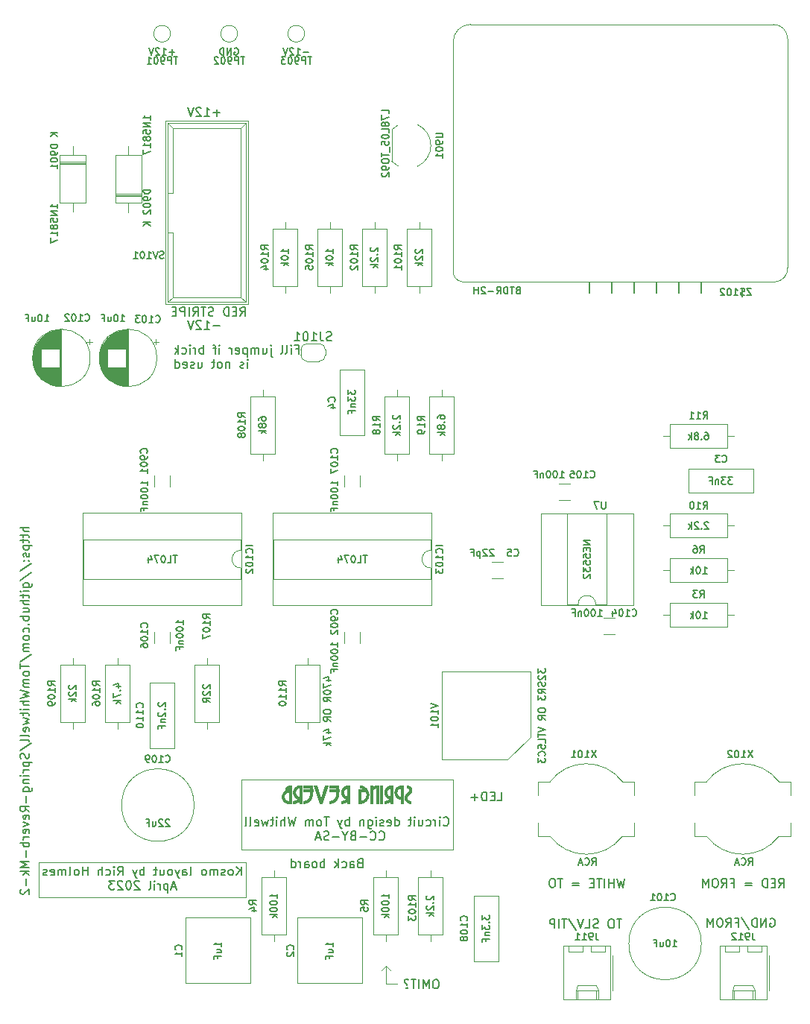
<source format=gbo>
G04 #@! TF.GenerationSoftware,KiCad,Pcbnew,7.0.2-6a45011f42~172~ubuntu22.04.1*
G04 #@! TF.CreationDate,2023-05-05T21:01:44-04:00*
G04 #@! TF.ProjectId,springReverbRev2_BackPCB,73707269-6e67-4526-9576-657262526576,rev?*
G04 #@! TF.SameCoordinates,Original*
G04 #@! TF.FileFunction,Legend,Bot*
G04 #@! TF.FilePolarity,Positive*
%FSLAX46Y46*%
G04 Gerber Fmt 4.6, Leading zero omitted, Abs format (unit mm)*
G04 Created by KiCad (PCBNEW 7.0.2-6a45011f42~172~ubuntu22.04.1) date 2023-05-05 21:01:44*
%MOMM*%
%LPD*%
G01*
G04 APERTURE LIST*
%ADD10C,0.120000*%
%ADD11C,0.150000*%
%ADD12C,0.500000*%
%ADD13C,0.050800*%
%ADD14C,0.127000*%
G04 APERTURE END LIST*
D10*
X145650000Y-129850000D02*
X144380000Y-129850000D01*
X144380000Y-127818000D02*
X143872000Y-128326000D01*
X144380000Y-127818000D02*
X144888000Y-128326000D01*
X128000000Y-106628000D02*
X152000000Y-106628000D01*
X152000000Y-114628000D01*
X128000000Y-114628000D01*
X128000000Y-106628000D01*
X144380000Y-129850000D02*
X144380000Y-127818000D01*
X105000000Y-116000000D02*
X128500000Y-116000000D01*
X128500000Y-120008000D01*
X105000000Y-120008000D01*
X105000000Y-116000000D01*
D11*
X127988096Y-117507619D02*
X127988096Y-116507619D01*
X127416668Y-117507619D02*
X127845239Y-116936190D01*
X127416668Y-116507619D02*
X127988096Y-117079047D01*
X126845239Y-117507619D02*
X126940477Y-117460000D01*
X126940477Y-117460000D02*
X126988096Y-117412380D01*
X126988096Y-117412380D02*
X127035715Y-117317142D01*
X127035715Y-117317142D02*
X127035715Y-117031428D01*
X127035715Y-117031428D02*
X126988096Y-116936190D01*
X126988096Y-116936190D02*
X126940477Y-116888571D01*
X126940477Y-116888571D02*
X126845239Y-116840952D01*
X126845239Y-116840952D02*
X126702382Y-116840952D01*
X126702382Y-116840952D02*
X126607144Y-116888571D01*
X126607144Y-116888571D02*
X126559525Y-116936190D01*
X126559525Y-116936190D02*
X126511906Y-117031428D01*
X126511906Y-117031428D02*
X126511906Y-117317142D01*
X126511906Y-117317142D02*
X126559525Y-117412380D01*
X126559525Y-117412380D02*
X126607144Y-117460000D01*
X126607144Y-117460000D02*
X126702382Y-117507619D01*
X126702382Y-117507619D02*
X126845239Y-117507619D01*
X126130953Y-117460000D02*
X126035715Y-117507619D01*
X126035715Y-117507619D02*
X125845239Y-117507619D01*
X125845239Y-117507619D02*
X125750001Y-117460000D01*
X125750001Y-117460000D02*
X125702382Y-117364761D01*
X125702382Y-117364761D02*
X125702382Y-117317142D01*
X125702382Y-117317142D02*
X125750001Y-117221904D01*
X125750001Y-117221904D02*
X125845239Y-117174285D01*
X125845239Y-117174285D02*
X125988096Y-117174285D01*
X125988096Y-117174285D02*
X126083334Y-117126666D01*
X126083334Y-117126666D02*
X126130953Y-117031428D01*
X126130953Y-117031428D02*
X126130953Y-116983809D01*
X126130953Y-116983809D02*
X126083334Y-116888571D01*
X126083334Y-116888571D02*
X125988096Y-116840952D01*
X125988096Y-116840952D02*
X125845239Y-116840952D01*
X125845239Y-116840952D02*
X125750001Y-116888571D01*
X125273810Y-117507619D02*
X125273810Y-116840952D01*
X125273810Y-116936190D02*
X125226191Y-116888571D01*
X125226191Y-116888571D02*
X125130953Y-116840952D01*
X125130953Y-116840952D02*
X124988096Y-116840952D01*
X124988096Y-116840952D02*
X124892858Y-116888571D01*
X124892858Y-116888571D02*
X124845239Y-116983809D01*
X124845239Y-116983809D02*
X124845239Y-117507619D01*
X124845239Y-116983809D02*
X124797620Y-116888571D01*
X124797620Y-116888571D02*
X124702382Y-116840952D01*
X124702382Y-116840952D02*
X124559525Y-116840952D01*
X124559525Y-116840952D02*
X124464286Y-116888571D01*
X124464286Y-116888571D02*
X124416667Y-116983809D01*
X124416667Y-116983809D02*
X124416667Y-117507619D01*
X123797620Y-117507619D02*
X123892858Y-117460000D01*
X123892858Y-117460000D02*
X123940477Y-117412380D01*
X123940477Y-117412380D02*
X123988096Y-117317142D01*
X123988096Y-117317142D02*
X123988096Y-117031428D01*
X123988096Y-117031428D02*
X123940477Y-116936190D01*
X123940477Y-116936190D02*
X123892858Y-116888571D01*
X123892858Y-116888571D02*
X123797620Y-116840952D01*
X123797620Y-116840952D02*
X123654763Y-116840952D01*
X123654763Y-116840952D02*
X123559525Y-116888571D01*
X123559525Y-116888571D02*
X123511906Y-116936190D01*
X123511906Y-116936190D02*
X123464287Y-117031428D01*
X123464287Y-117031428D02*
X123464287Y-117317142D01*
X123464287Y-117317142D02*
X123511906Y-117412380D01*
X123511906Y-117412380D02*
X123559525Y-117460000D01*
X123559525Y-117460000D02*
X123654763Y-117507619D01*
X123654763Y-117507619D02*
X123797620Y-117507619D01*
X122130953Y-117507619D02*
X122226191Y-117460000D01*
X122226191Y-117460000D02*
X122273810Y-117364761D01*
X122273810Y-117364761D02*
X122273810Y-116507619D01*
X121321429Y-117507619D02*
X121321429Y-116983809D01*
X121321429Y-116983809D02*
X121369048Y-116888571D01*
X121369048Y-116888571D02*
X121464286Y-116840952D01*
X121464286Y-116840952D02*
X121654762Y-116840952D01*
X121654762Y-116840952D02*
X121750000Y-116888571D01*
X121321429Y-117460000D02*
X121416667Y-117507619D01*
X121416667Y-117507619D02*
X121654762Y-117507619D01*
X121654762Y-117507619D02*
X121750000Y-117460000D01*
X121750000Y-117460000D02*
X121797619Y-117364761D01*
X121797619Y-117364761D02*
X121797619Y-117269523D01*
X121797619Y-117269523D02*
X121750000Y-117174285D01*
X121750000Y-117174285D02*
X121654762Y-117126666D01*
X121654762Y-117126666D02*
X121416667Y-117126666D01*
X121416667Y-117126666D02*
X121321429Y-117079047D01*
X120940476Y-116840952D02*
X120702381Y-117507619D01*
X120464286Y-116840952D02*
X120702381Y-117507619D01*
X120702381Y-117507619D02*
X120797619Y-117745714D01*
X120797619Y-117745714D02*
X120845238Y-117793333D01*
X120845238Y-117793333D02*
X120940476Y-117840952D01*
X119940476Y-117507619D02*
X120035714Y-117460000D01*
X120035714Y-117460000D02*
X120083333Y-117412380D01*
X120083333Y-117412380D02*
X120130952Y-117317142D01*
X120130952Y-117317142D02*
X120130952Y-117031428D01*
X120130952Y-117031428D02*
X120083333Y-116936190D01*
X120083333Y-116936190D02*
X120035714Y-116888571D01*
X120035714Y-116888571D02*
X119940476Y-116840952D01*
X119940476Y-116840952D02*
X119797619Y-116840952D01*
X119797619Y-116840952D02*
X119702381Y-116888571D01*
X119702381Y-116888571D02*
X119654762Y-116936190D01*
X119654762Y-116936190D02*
X119607143Y-117031428D01*
X119607143Y-117031428D02*
X119607143Y-117317142D01*
X119607143Y-117317142D02*
X119654762Y-117412380D01*
X119654762Y-117412380D02*
X119702381Y-117460000D01*
X119702381Y-117460000D02*
X119797619Y-117507619D01*
X119797619Y-117507619D02*
X119940476Y-117507619D01*
X118750000Y-116840952D02*
X118750000Y-117507619D01*
X119178571Y-116840952D02*
X119178571Y-117364761D01*
X119178571Y-117364761D02*
X119130952Y-117460000D01*
X119130952Y-117460000D02*
X119035714Y-117507619D01*
X119035714Y-117507619D02*
X118892857Y-117507619D01*
X118892857Y-117507619D02*
X118797619Y-117460000D01*
X118797619Y-117460000D02*
X118750000Y-117412380D01*
X118416666Y-116840952D02*
X118035714Y-116840952D01*
X118273809Y-116507619D02*
X118273809Y-117364761D01*
X118273809Y-117364761D02*
X118226190Y-117460000D01*
X118226190Y-117460000D02*
X118130952Y-117507619D01*
X118130952Y-117507619D02*
X118035714Y-117507619D01*
X116940475Y-117507619D02*
X116940475Y-116507619D01*
X116940475Y-116888571D02*
X116845237Y-116840952D01*
X116845237Y-116840952D02*
X116654761Y-116840952D01*
X116654761Y-116840952D02*
X116559523Y-116888571D01*
X116559523Y-116888571D02*
X116511904Y-116936190D01*
X116511904Y-116936190D02*
X116464285Y-117031428D01*
X116464285Y-117031428D02*
X116464285Y-117317142D01*
X116464285Y-117317142D02*
X116511904Y-117412380D01*
X116511904Y-117412380D02*
X116559523Y-117460000D01*
X116559523Y-117460000D02*
X116654761Y-117507619D01*
X116654761Y-117507619D02*
X116845237Y-117507619D01*
X116845237Y-117507619D02*
X116940475Y-117460000D01*
X116130951Y-116840952D02*
X115892856Y-117507619D01*
X115654761Y-116840952D02*
X115892856Y-117507619D01*
X115892856Y-117507619D02*
X115988094Y-117745714D01*
X115988094Y-117745714D02*
X116035713Y-117793333D01*
X116035713Y-117793333D02*
X116130951Y-117840952D01*
X113940475Y-117507619D02*
X114273808Y-117031428D01*
X114511903Y-117507619D02*
X114511903Y-116507619D01*
X114511903Y-116507619D02*
X114130951Y-116507619D01*
X114130951Y-116507619D02*
X114035713Y-116555238D01*
X114035713Y-116555238D02*
X113988094Y-116602857D01*
X113988094Y-116602857D02*
X113940475Y-116698095D01*
X113940475Y-116698095D02*
X113940475Y-116840952D01*
X113940475Y-116840952D02*
X113988094Y-116936190D01*
X113988094Y-116936190D02*
X114035713Y-116983809D01*
X114035713Y-116983809D02*
X114130951Y-117031428D01*
X114130951Y-117031428D02*
X114511903Y-117031428D01*
X113511903Y-117507619D02*
X113511903Y-116840952D01*
X113511903Y-116507619D02*
X113559522Y-116555238D01*
X113559522Y-116555238D02*
X113511903Y-116602857D01*
X113511903Y-116602857D02*
X113464284Y-116555238D01*
X113464284Y-116555238D02*
X113511903Y-116507619D01*
X113511903Y-116507619D02*
X113511903Y-116602857D01*
X112607142Y-117460000D02*
X112702380Y-117507619D01*
X112702380Y-117507619D02*
X112892856Y-117507619D01*
X112892856Y-117507619D02*
X112988094Y-117460000D01*
X112988094Y-117460000D02*
X113035713Y-117412380D01*
X113035713Y-117412380D02*
X113083332Y-117317142D01*
X113083332Y-117317142D02*
X113083332Y-117031428D01*
X113083332Y-117031428D02*
X113035713Y-116936190D01*
X113035713Y-116936190D02*
X112988094Y-116888571D01*
X112988094Y-116888571D02*
X112892856Y-116840952D01*
X112892856Y-116840952D02*
X112702380Y-116840952D01*
X112702380Y-116840952D02*
X112607142Y-116888571D01*
X112178570Y-117507619D02*
X112178570Y-116507619D01*
X111749999Y-117507619D02*
X111749999Y-116983809D01*
X111749999Y-116983809D02*
X111797618Y-116888571D01*
X111797618Y-116888571D02*
X111892856Y-116840952D01*
X111892856Y-116840952D02*
X112035713Y-116840952D01*
X112035713Y-116840952D02*
X112130951Y-116888571D01*
X112130951Y-116888571D02*
X112178570Y-116936190D01*
X110511903Y-117507619D02*
X110511903Y-116507619D01*
X110511903Y-116983809D02*
X109940475Y-116983809D01*
X109940475Y-117507619D02*
X109940475Y-116507619D01*
X109321427Y-117507619D02*
X109416665Y-117460000D01*
X109416665Y-117460000D02*
X109464284Y-117412380D01*
X109464284Y-117412380D02*
X109511903Y-117317142D01*
X109511903Y-117317142D02*
X109511903Y-117031428D01*
X109511903Y-117031428D02*
X109464284Y-116936190D01*
X109464284Y-116936190D02*
X109416665Y-116888571D01*
X109416665Y-116888571D02*
X109321427Y-116840952D01*
X109321427Y-116840952D02*
X109178570Y-116840952D01*
X109178570Y-116840952D02*
X109083332Y-116888571D01*
X109083332Y-116888571D02*
X109035713Y-116936190D01*
X109035713Y-116936190D02*
X108988094Y-117031428D01*
X108988094Y-117031428D02*
X108988094Y-117317142D01*
X108988094Y-117317142D02*
X109035713Y-117412380D01*
X109035713Y-117412380D02*
X109083332Y-117460000D01*
X109083332Y-117460000D02*
X109178570Y-117507619D01*
X109178570Y-117507619D02*
X109321427Y-117507619D01*
X108416665Y-117507619D02*
X108511903Y-117460000D01*
X108511903Y-117460000D02*
X108559522Y-117364761D01*
X108559522Y-117364761D02*
X108559522Y-116507619D01*
X108035712Y-117507619D02*
X108035712Y-116840952D01*
X108035712Y-116936190D02*
X107988093Y-116888571D01*
X107988093Y-116888571D02*
X107892855Y-116840952D01*
X107892855Y-116840952D02*
X107749998Y-116840952D01*
X107749998Y-116840952D02*
X107654760Y-116888571D01*
X107654760Y-116888571D02*
X107607141Y-116983809D01*
X107607141Y-116983809D02*
X107607141Y-117507619D01*
X107607141Y-116983809D02*
X107559522Y-116888571D01*
X107559522Y-116888571D02*
X107464284Y-116840952D01*
X107464284Y-116840952D02*
X107321427Y-116840952D01*
X107321427Y-116840952D02*
X107226188Y-116888571D01*
X107226188Y-116888571D02*
X107178569Y-116983809D01*
X107178569Y-116983809D02*
X107178569Y-117507619D01*
X106321427Y-117460000D02*
X106416665Y-117507619D01*
X106416665Y-117507619D02*
X106607141Y-117507619D01*
X106607141Y-117507619D02*
X106702379Y-117460000D01*
X106702379Y-117460000D02*
X106749998Y-117364761D01*
X106749998Y-117364761D02*
X106749998Y-116983809D01*
X106749998Y-116983809D02*
X106702379Y-116888571D01*
X106702379Y-116888571D02*
X106607141Y-116840952D01*
X106607141Y-116840952D02*
X106416665Y-116840952D01*
X106416665Y-116840952D02*
X106321427Y-116888571D01*
X106321427Y-116888571D02*
X106273808Y-116983809D01*
X106273808Y-116983809D02*
X106273808Y-117079047D01*
X106273808Y-117079047D02*
X106749998Y-117174285D01*
X105892855Y-117460000D02*
X105797617Y-117507619D01*
X105797617Y-117507619D02*
X105607141Y-117507619D01*
X105607141Y-117507619D02*
X105511903Y-117460000D01*
X105511903Y-117460000D02*
X105464284Y-117364761D01*
X105464284Y-117364761D02*
X105464284Y-117317142D01*
X105464284Y-117317142D02*
X105511903Y-117221904D01*
X105511903Y-117221904D02*
X105607141Y-117174285D01*
X105607141Y-117174285D02*
X105749998Y-117174285D01*
X105749998Y-117174285D02*
X105845236Y-117126666D01*
X105845236Y-117126666D02*
X105892855Y-117031428D01*
X105892855Y-117031428D02*
X105892855Y-116983809D01*
X105892855Y-116983809D02*
X105845236Y-116888571D01*
X105845236Y-116888571D02*
X105749998Y-116840952D01*
X105749998Y-116840952D02*
X105607141Y-116840952D01*
X105607141Y-116840952D02*
X105511903Y-116888571D01*
X120535714Y-118841904D02*
X120059524Y-118841904D01*
X120630952Y-119127619D02*
X120297619Y-118127619D01*
X120297619Y-118127619D02*
X119964286Y-119127619D01*
X119630952Y-118460952D02*
X119630952Y-119460952D01*
X119630952Y-118508571D02*
X119535714Y-118460952D01*
X119535714Y-118460952D02*
X119345238Y-118460952D01*
X119345238Y-118460952D02*
X119250000Y-118508571D01*
X119250000Y-118508571D02*
X119202381Y-118556190D01*
X119202381Y-118556190D02*
X119154762Y-118651428D01*
X119154762Y-118651428D02*
X119154762Y-118937142D01*
X119154762Y-118937142D02*
X119202381Y-119032380D01*
X119202381Y-119032380D02*
X119250000Y-119080000D01*
X119250000Y-119080000D02*
X119345238Y-119127619D01*
X119345238Y-119127619D02*
X119535714Y-119127619D01*
X119535714Y-119127619D02*
X119630952Y-119080000D01*
X118726190Y-119127619D02*
X118726190Y-118460952D01*
X118726190Y-118651428D02*
X118678571Y-118556190D01*
X118678571Y-118556190D02*
X118630952Y-118508571D01*
X118630952Y-118508571D02*
X118535714Y-118460952D01*
X118535714Y-118460952D02*
X118440476Y-118460952D01*
X118107142Y-119127619D02*
X118107142Y-118460952D01*
X118107142Y-118127619D02*
X118154761Y-118175238D01*
X118154761Y-118175238D02*
X118107142Y-118222857D01*
X118107142Y-118222857D02*
X118059523Y-118175238D01*
X118059523Y-118175238D02*
X118107142Y-118127619D01*
X118107142Y-118127619D02*
X118107142Y-118222857D01*
X117488095Y-119127619D02*
X117583333Y-119080000D01*
X117583333Y-119080000D02*
X117630952Y-118984761D01*
X117630952Y-118984761D02*
X117630952Y-118127619D01*
X116392856Y-118222857D02*
X116345237Y-118175238D01*
X116345237Y-118175238D02*
X116249999Y-118127619D01*
X116249999Y-118127619D02*
X116011904Y-118127619D01*
X116011904Y-118127619D02*
X115916666Y-118175238D01*
X115916666Y-118175238D02*
X115869047Y-118222857D01*
X115869047Y-118222857D02*
X115821428Y-118318095D01*
X115821428Y-118318095D02*
X115821428Y-118413333D01*
X115821428Y-118413333D02*
X115869047Y-118556190D01*
X115869047Y-118556190D02*
X116440475Y-119127619D01*
X116440475Y-119127619D02*
X115821428Y-119127619D01*
X115202380Y-118127619D02*
X115107142Y-118127619D01*
X115107142Y-118127619D02*
X115011904Y-118175238D01*
X115011904Y-118175238D02*
X114964285Y-118222857D01*
X114964285Y-118222857D02*
X114916666Y-118318095D01*
X114916666Y-118318095D02*
X114869047Y-118508571D01*
X114869047Y-118508571D02*
X114869047Y-118746666D01*
X114869047Y-118746666D02*
X114916666Y-118937142D01*
X114916666Y-118937142D02*
X114964285Y-119032380D01*
X114964285Y-119032380D02*
X115011904Y-119080000D01*
X115011904Y-119080000D02*
X115107142Y-119127619D01*
X115107142Y-119127619D02*
X115202380Y-119127619D01*
X115202380Y-119127619D02*
X115297618Y-119080000D01*
X115297618Y-119080000D02*
X115345237Y-119032380D01*
X115345237Y-119032380D02*
X115392856Y-118937142D01*
X115392856Y-118937142D02*
X115440475Y-118746666D01*
X115440475Y-118746666D02*
X115440475Y-118508571D01*
X115440475Y-118508571D02*
X115392856Y-118318095D01*
X115392856Y-118318095D02*
X115345237Y-118222857D01*
X115345237Y-118222857D02*
X115297618Y-118175238D01*
X115297618Y-118175238D02*
X115202380Y-118127619D01*
X114488094Y-118222857D02*
X114440475Y-118175238D01*
X114440475Y-118175238D02*
X114345237Y-118127619D01*
X114345237Y-118127619D02*
X114107142Y-118127619D01*
X114107142Y-118127619D02*
X114011904Y-118175238D01*
X114011904Y-118175238D02*
X113964285Y-118222857D01*
X113964285Y-118222857D02*
X113916666Y-118318095D01*
X113916666Y-118318095D02*
X113916666Y-118413333D01*
X113916666Y-118413333D02*
X113964285Y-118556190D01*
X113964285Y-118556190D02*
X114535713Y-119127619D01*
X114535713Y-119127619D02*
X113916666Y-119127619D01*
X113583332Y-118127619D02*
X112964285Y-118127619D01*
X112964285Y-118127619D02*
X113297618Y-118508571D01*
X113297618Y-118508571D02*
X113154761Y-118508571D01*
X113154761Y-118508571D02*
X113059523Y-118556190D01*
X113059523Y-118556190D02*
X113011904Y-118603809D01*
X113011904Y-118603809D02*
X112964285Y-118699047D01*
X112964285Y-118699047D02*
X112964285Y-118937142D01*
X112964285Y-118937142D02*
X113011904Y-119032380D01*
X113011904Y-119032380D02*
X113059523Y-119080000D01*
X113059523Y-119080000D02*
X113154761Y-119127619D01*
X113154761Y-119127619D02*
X113440475Y-119127619D01*
X113440475Y-119127619D02*
X113535713Y-119080000D01*
X113535713Y-119080000D02*
X113583332Y-119032380D01*
X150952382Y-111790380D02*
X151000001Y-111838000D01*
X151000001Y-111838000D02*
X151142858Y-111885619D01*
X151142858Y-111885619D02*
X151238096Y-111885619D01*
X151238096Y-111885619D02*
X151380953Y-111838000D01*
X151380953Y-111838000D02*
X151476191Y-111742761D01*
X151476191Y-111742761D02*
X151523810Y-111647523D01*
X151523810Y-111647523D02*
X151571429Y-111457047D01*
X151571429Y-111457047D02*
X151571429Y-111314190D01*
X151571429Y-111314190D02*
X151523810Y-111123714D01*
X151523810Y-111123714D02*
X151476191Y-111028476D01*
X151476191Y-111028476D02*
X151380953Y-110933238D01*
X151380953Y-110933238D02*
X151238096Y-110885619D01*
X151238096Y-110885619D02*
X151142858Y-110885619D01*
X151142858Y-110885619D02*
X151000001Y-110933238D01*
X151000001Y-110933238D02*
X150952382Y-110980857D01*
X150523810Y-111885619D02*
X150523810Y-111218952D01*
X150523810Y-110885619D02*
X150571429Y-110933238D01*
X150571429Y-110933238D02*
X150523810Y-110980857D01*
X150523810Y-110980857D02*
X150476191Y-110933238D01*
X150476191Y-110933238D02*
X150523810Y-110885619D01*
X150523810Y-110885619D02*
X150523810Y-110980857D01*
X150047620Y-111885619D02*
X150047620Y-111218952D01*
X150047620Y-111409428D02*
X150000001Y-111314190D01*
X150000001Y-111314190D02*
X149952382Y-111266571D01*
X149952382Y-111266571D02*
X149857144Y-111218952D01*
X149857144Y-111218952D02*
X149761906Y-111218952D01*
X149000001Y-111838000D02*
X149095239Y-111885619D01*
X149095239Y-111885619D02*
X149285715Y-111885619D01*
X149285715Y-111885619D02*
X149380953Y-111838000D01*
X149380953Y-111838000D02*
X149428572Y-111790380D01*
X149428572Y-111790380D02*
X149476191Y-111695142D01*
X149476191Y-111695142D02*
X149476191Y-111409428D01*
X149476191Y-111409428D02*
X149428572Y-111314190D01*
X149428572Y-111314190D02*
X149380953Y-111266571D01*
X149380953Y-111266571D02*
X149285715Y-111218952D01*
X149285715Y-111218952D02*
X149095239Y-111218952D01*
X149095239Y-111218952D02*
X149000001Y-111266571D01*
X148142858Y-111218952D02*
X148142858Y-111885619D01*
X148571429Y-111218952D02*
X148571429Y-111742761D01*
X148571429Y-111742761D02*
X148523810Y-111838000D01*
X148523810Y-111838000D02*
X148428572Y-111885619D01*
X148428572Y-111885619D02*
X148285715Y-111885619D01*
X148285715Y-111885619D02*
X148190477Y-111838000D01*
X148190477Y-111838000D02*
X148142858Y-111790380D01*
X147666667Y-111885619D02*
X147666667Y-111218952D01*
X147666667Y-110885619D02*
X147714286Y-110933238D01*
X147714286Y-110933238D02*
X147666667Y-110980857D01*
X147666667Y-110980857D02*
X147619048Y-110933238D01*
X147619048Y-110933238D02*
X147666667Y-110885619D01*
X147666667Y-110885619D02*
X147666667Y-110980857D01*
X147333334Y-111218952D02*
X146952382Y-111218952D01*
X147190477Y-110885619D02*
X147190477Y-111742761D01*
X147190477Y-111742761D02*
X147142858Y-111838000D01*
X147142858Y-111838000D02*
X147047620Y-111885619D01*
X147047620Y-111885619D02*
X146952382Y-111885619D01*
X145428572Y-111885619D02*
X145428572Y-110885619D01*
X145428572Y-111838000D02*
X145523810Y-111885619D01*
X145523810Y-111885619D02*
X145714286Y-111885619D01*
X145714286Y-111885619D02*
X145809524Y-111838000D01*
X145809524Y-111838000D02*
X145857143Y-111790380D01*
X145857143Y-111790380D02*
X145904762Y-111695142D01*
X145904762Y-111695142D02*
X145904762Y-111409428D01*
X145904762Y-111409428D02*
X145857143Y-111314190D01*
X145857143Y-111314190D02*
X145809524Y-111266571D01*
X145809524Y-111266571D02*
X145714286Y-111218952D01*
X145714286Y-111218952D02*
X145523810Y-111218952D01*
X145523810Y-111218952D02*
X145428572Y-111266571D01*
X144571429Y-111838000D02*
X144666667Y-111885619D01*
X144666667Y-111885619D02*
X144857143Y-111885619D01*
X144857143Y-111885619D02*
X144952381Y-111838000D01*
X144952381Y-111838000D02*
X145000000Y-111742761D01*
X145000000Y-111742761D02*
X145000000Y-111361809D01*
X145000000Y-111361809D02*
X144952381Y-111266571D01*
X144952381Y-111266571D02*
X144857143Y-111218952D01*
X144857143Y-111218952D02*
X144666667Y-111218952D01*
X144666667Y-111218952D02*
X144571429Y-111266571D01*
X144571429Y-111266571D02*
X144523810Y-111361809D01*
X144523810Y-111361809D02*
X144523810Y-111457047D01*
X144523810Y-111457047D02*
X145000000Y-111552285D01*
X144142857Y-111838000D02*
X144047619Y-111885619D01*
X144047619Y-111885619D02*
X143857143Y-111885619D01*
X143857143Y-111885619D02*
X143761905Y-111838000D01*
X143761905Y-111838000D02*
X143714286Y-111742761D01*
X143714286Y-111742761D02*
X143714286Y-111695142D01*
X143714286Y-111695142D02*
X143761905Y-111599904D01*
X143761905Y-111599904D02*
X143857143Y-111552285D01*
X143857143Y-111552285D02*
X144000000Y-111552285D01*
X144000000Y-111552285D02*
X144095238Y-111504666D01*
X144095238Y-111504666D02*
X144142857Y-111409428D01*
X144142857Y-111409428D02*
X144142857Y-111361809D01*
X144142857Y-111361809D02*
X144095238Y-111266571D01*
X144095238Y-111266571D02*
X144000000Y-111218952D01*
X144000000Y-111218952D02*
X143857143Y-111218952D01*
X143857143Y-111218952D02*
X143761905Y-111266571D01*
X143285714Y-111885619D02*
X143285714Y-111218952D01*
X143285714Y-110885619D02*
X143333333Y-110933238D01*
X143333333Y-110933238D02*
X143285714Y-110980857D01*
X143285714Y-110980857D02*
X143238095Y-110933238D01*
X143238095Y-110933238D02*
X143285714Y-110885619D01*
X143285714Y-110885619D02*
X143285714Y-110980857D01*
X142380953Y-111218952D02*
X142380953Y-112028476D01*
X142380953Y-112028476D02*
X142428572Y-112123714D01*
X142428572Y-112123714D02*
X142476191Y-112171333D01*
X142476191Y-112171333D02*
X142571429Y-112218952D01*
X142571429Y-112218952D02*
X142714286Y-112218952D01*
X142714286Y-112218952D02*
X142809524Y-112171333D01*
X142380953Y-111838000D02*
X142476191Y-111885619D01*
X142476191Y-111885619D02*
X142666667Y-111885619D01*
X142666667Y-111885619D02*
X142761905Y-111838000D01*
X142761905Y-111838000D02*
X142809524Y-111790380D01*
X142809524Y-111790380D02*
X142857143Y-111695142D01*
X142857143Y-111695142D02*
X142857143Y-111409428D01*
X142857143Y-111409428D02*
X142809524Y-111314190D01*
X142809524Y-111314190D02*
X142761905Y-111266571D01*
X142761905Y-111266571D02*
X142666667Y-111218952D01*
X142666667Y-111218952D02*
X142476191Y-111218952D01*
X142476191Y-111218952D02*
X142380953Y-111266571D01*
X141904762Y-111218952D02*
X141904762Y-111885619D01*
X141904762Y-111314190D02*
X141857143Y-111266571D01*
X141857143Y-111266571D02*
X141761905Y-111218952D01*
X141761905Y-111218952D02*
X141619048Y-111218952D01*
X141619048Y-111218952D02*
X141523810Y-111266571D01*
X141523810Y-111266571D02*
X141476191Y-111361809D01*
X141476191Y-111361809D02*
X141476191Y-111885619D01*
X140238095Y-111885619D02*
X140238095Y-110885619D01*
X140238095Y-111266571D02*
X140142857Y-111218952D01*
X140142857Y-111218952D02*
X139952381Y-111218952D01*
X139952381Y-111218952D02*
X139857143Y-111266571D01*
X139857143Y-111266571D02*
X139809524Y-111314190D01*
X139809524Y-111314190D02*
X139761905Y-111409428D01*
X139761905Y-111409428D02*
X139761905Y-111695142D01*
X139761905Y-111695142D02*
X139809524Y-111790380D01*
X139809524Y-111790380D02*
X139857143Y-111838000D01*
X139857143Y-111838000D02*
X139952381Y-111885619D01*
X139952381Y-111885619D02*
X140142857Y-111885619D01*
X140142857Y-111885619D02*
X140238095Y-111838000D01*
X139428571Y-111218952D02*
X139190476Y-111885619D01*
X138952381Y-111218952D02*
X139190476Y-111885619D01*
X139190476Y-111885619D02*
X139285714Y-112123714D01*
X139285714Y-112123714D02*
X139333333Y-112171333D01*
X139333333Y-112171333D02*
X139428571Y-112218952D01*
X137952380Y-110885619D02*
X137380952Y-110885619D01*
X137666666Y-111885619D02*
X137666666Y-110885619D01*
X136904761Y-111885619D02*
X136999999Y-111838000D01*
X136999999Y-111838000D02*
X137047618Y-111790380D01*
X137047618Y-111790380D02*
X137095237Y-111695142D01*
X137095237Y-111695142D02*
X137095237Y-111409428D01*
X137095237Y-111409428D02*
X137047618Y-111314190D01*
X137047618Y-111314190D02*
X136999999Y-111266571D01*
X136999999Y-111266571D02*
X136904761Y-111218952D01*
X136904761Y-111218952D02*
X136761904Y-111218952D01*
X136761904Y-111218952D02*
X136666666Y-111266571D01*
X136666666Y-111266571D02*
X136619047Y-111314190D01*
X136619047Y-111314190D02*
X136571428Y-111409428D01*
X136571428Y-111409428D02*
X136571428Y-111695142D01*
X136571428Y-111695142D02*
X136619047Y-111790380D01*
X136619047Y-111790380D02*
X136666666Y-111838000D01*
X136666666Y-111838000D02*
X136761904Y-111885619D01*
X136761904Y-111885619D02*
X136904761Y-111885619D01*
X136142856Y-111885619D02*
X136142856Y-111218952D01*
X136142856Y-111314190D02*
X136095237Y-111266571D01*
X136095237Y-111266571D02*
X135999999Y-111218952D01*
X135999999Y-111218952D02*
X135857142Y-111218952D01*
X135857142Y-111218952D02*
X135761904Y-111266571D01*
X135761904Y-111266571D02*
X135714285Y-111361809D01*
X135714285Y-111361809D02*
X135714285Y-111885619D01*
X135714285Y-111361809D02*
X135666666Y-111266571D01*
X135666666Y-111266571D02*
X135571428Y-111218952D01*
X135571428Y-111218952D02*
X135428571Y-111218952D01*
X135428571Y-111218952D02*
X135333332Y-111266571D01*
X135333332Y-111266571D02*
X135285713Y-111361809D01*
X135285713Y-111361809D02*
X135285713Y-111885619D01*
X134142856Y-110885619D02*
X133904761Y-111885619D01*
X133904761Y-111885619D02*
X133714285Y-111171333D01*
X133714285Y-111171333D02*
X133523809Y-111885619D01*
X133523809Y-111885619D02*
X133285714Y-110885619D01*
X132904761Y-111885619D02*
X132904761Y-110885619D01*
X132476190Y-111885619D02*
X132476190Y-111361809D01*
X132476190Y-111361809D02*
X132523809Y-111266571D01*
X132523809Y-111266571D02*
X132619047Y-111218952D01*
X132619047Y-111218952D02*
X132761904Y-111218952D01*
X132761904Y-111218952D02*
X132857142Y-111266571D01*
X132857142Y-111266571D02*
X132904761Y-111314190D01*
X131999999Y-111885619D02*
X131999999Y-111218952D01*
X131999999Y-110885619D02*
X132047618Y-110933238D01*
X132047618Y-110933238D02*
X131999999Y-110980857D01*
X131999999Y-110980857D02*
X131952380Y-110933238D01*
X131952380Y-110933238D02*
X131999999Y-110885619D01*
X131999999Y-110885619D02*
X131999999Y-110980857D01*
X131666666Y-111218952D02*
X131285714Y-111218952D01*
X131523809Y-110885619D02*
X131523809Y-111742761D01*
X131523809Y-111742761D02*
X131476190Y-111838000D01*
X131476190Y-111838000D02*
X131380952Y-111885619D01*
X131380952Y-111885619D02*
X131285714Y-111885619D01*
X131047618Y-111218952D02*
X130857142Y-111885619D01*
X130857142Y-111885619D02*
X130666666Y-111409428D01*
X130666666Y-111409428D02*
X130476190Y-111885619D01*
X130476190Y-111885619D02*
X130285714Y-111218952D01*
X129523809Y-111838000D02*
X129619047Y-111885619D01*
X129619047Y-111885619D02*
X129809523Y-111885619D01*
X129809523Y-111885619D02*
X129904761Y-111838000D01*
X129904761Y-111838000D02*
X129952380Y-111742761D01*
X129952380Y-111742761D02*
X129952380Y-111361809D01*
X129952380Y-111361809D02*
X129904761Y-111266571D01*
X129904761Y-111266571D02*
X129809523Y-111218952D01*
X129809523Y-111218952D02*
X129619047Y-111218952D01*
X129619047Y-111218952D02*
X129523809Y-111266571D01*
X129523809Y-111266571D02*
X129476190Y-111361809D01*
X129476190Y-111361809D02*
X129476190Y-111457047D01*
X129476190Y-111457047D02*
X129952380Y-111552285D01*
X128904761Y-111885619D02*
X128999999Y-111838000D01*
X128999999Y-111838000D02*
X129047618Y-111742761D01*
X129047618Y-111742761D02*
X129047618Y-110885619D01*
X128380951Y-111885619D02*
X128476189Y-111838000D01*
X128476189Y-111838000D02*
X128523808Y-111742761D01*
X128523808Y-111742761D02*
X128523808Y-110885619D01*
X143642857Y-113410380D02*
X143690476Y-113458000D01*
X143690476Y-113458000D02*
X143833333Y-113505619D01*
X143833333Y-113505619D02*
X143928571Y-113505619D01*
X143928571Y-113505619D02*
X144071428Y-113458000D01*
X144071428Y-113458000D02*
X144166666Y-113362761D01*
X144166666Y-113362761D02*
X144214285Y-113267523D01*
X144214285Y-113267523D02*
X144261904Y-113077047D01*
X144261904Y-113077047D02*
X144261904Y-112934190D01*
X144261904Y-112934190D02*
X144214285Y-112743714D01*
X144214285Y-112743714D02*
X144166666Y-112648476D01*
X144166666Y-112648476D02*
X144071428Y-112553238D01*
X144071428Y-112553238D02*
X143928571Y-112505619D01*
X143928571Y-112505619D02*
X143833333Y-112505619D01*
X143833333Y-112505619D02*
X143690476Y-112553238D01*
X143690476Y-112553238D02*
X143642857Y-112600857D01*
X142642857Y-113410380D02*
X142690476Y-113458000D01*
X142690476Y-113458000D02*
X142833333Y-113505619D01*
X142833333Y-113505619D02*
X142928571Y-113505619D01*
X142928571Y-113505619D02*
X143071428Y-113458000D01*
X143071428Y-113458000D02*
X143166666Y-113362761D01*
X143166666Y-113362761D02*
X143214285Y-113267523D01*
X143214285Y-113267523D02*
X143261904Y-113077047D01*
X143261904Y-113077047D02*
X143261904Y-112934190D01*
X143261904Y-112934190D02*
X143214285Y-112743714D01*
X143214285Y-112743714D02*
X143166666Y-112648476D01*
X143166666Y-112648476D02*
X143071428Y-112553238D01*
X143071428Y-112553238D02*
X142928571Y-112505619D01*
X142928571Y-112505619D02*
X142833333Y-112505619D01*
X142833333Y-112505619D02*
X142690476Y-112553238D01*
X142690476Y-112553238D02*
X142642857Y-112600857D01*
X142214285Y-113124666D02*
X141452381Y-113124666D01*
X140642857Y-112981809D02*
X140500000Y-113029428D01*
X140500000Y-113029428D02*
X140452381Y-113077047D01*
X140452381Y-113077047D02*
X140404762Y-113172285D01*
X140404762Y-113172285D02*
X140404762Y-113315142D01*
X140404762Y-113315142D02*
X140452381Y-113410380D01*
X140452381Y-113410380D02*
X140500000Y-113458000D01*
X140500000Y-113458000D02*
X140595238Y-113505619D01*
X140595238Y-113505619D02*
X140976190Y-113505619D01*
X140976190Y-113505619D02*
X140976190Y-112505619D01*
X140976190Y-112505619D02*
X140642857Y-112505619D01*
X140642857Y-112505619D02*
X140547619Y-112553238D01*
X140547619Y-112553238D02*
X140500000Y-112600857D01*
X140500000Y-112600857D02*
X140452381Y-112696095D01*
X140452381Y-112696095D02*
X140452381Y-112791333D01*
X140452381Y-112791333D02*
X140500000Y-112886571D01*
X140500000Y-112886571D02*
X140547619Y-112934190D01*
X140547619Y-112934190D02*
X140642857Y-112981809D01*
X140642857Y-112981809D02*
X140976190Y-112981809D01*
X139785714Y-113029428D02*
X139785714Y-113505619D01*
X140119047Y-112505619D02*
X139785714Y-113029428D01*
X139785714Y-113029428D02*
X139452381Y-112505619D01*
X139119047Y-113124666D02*
X138357143Y-113124666D01*
X137928571Y-113458000D02*
X137785714Y-113505619D01*
X137785714Y-113505619D02*
X137547619Y-113505619D01*
X137547619Y-113505619D02*
X137452381Y-113458000D01*
X137452381Y-113458000D02*
X137404762Y-113410380D01*
X137404762Y-113410380D02*
X137357143Y-113315142D01*
X137357143Y-113315142D02*
X137357143Y-113219904D01*
X137357143Y-113219904D02*
X137404762Y-113124666D01*
X137404762Y-113124666D02*
X137452381Y-113077047D01*
X137452381Y-113077047D02*
X137547619Y-113029428D01*
X137547619Y-113029428D02*
X137738095Y-112981809D01*
X137738095Y-112981809D02*
X137833333Y-112934190D01*
X137833333Y-112934190D02*
X137880952Y-112886571D01*
X137880952Y-112886571D02*
X137928571Y-112791333D01*
X137928571Y-112791333D02*
X137928571Y-112696095D01*
X137928571Y-112696095D02*
X137880952Y-112600857D01*
X137880952Y-112600857D02*
X137833333Y-112553238D01*
X137833333Y-112553238D02*
X137738095Y-112505619D01*
X137738095Y-112505619D02*
X137500000Y-112505619D01*
X137500000Y-112505619D02*
X137357143Y-112553238D01*
X136976190Y-113219904D02*
X136500000Y-113219904D01*
X137071428Y-113505619D02*
X136738095Y-112505619D01*
X136738095Y-112505619D02*
X136404762Y-113505619D01*
X171549523Y-117882619D02*
X171311428Y-118882619D01*
X171311428Y-118882619D02*
X171120952Y-118168333D01*
X171120952Y-118168333D02*
X170930476Y-118882619D01*
X170930476Y-118882619D02*
X170692381Y-117882619D01*
X170311428Y-118882619D02*
X170311428Y-117882619D01*
X170311428Y-118358809D02*
X169740000Y-118358809D01*
X169740000Y-118882619D02*
X169740000Y-117882619D01*
X169263809Y-118882619D02*
X169263809Y-117882619D01*
X168930476Y-117882619D02*
X168359048Y-117882619D01*
X168644762Y-118882619D02*
X168644762Y-117882619D01*
X168025714Y-118358809D02*
X167692381Y-118358809D01*
X167549524Y-118882619D02*
X168025714Y-118882619D01*
X168025714Y-118882619D02*
X168025714Y-117882619D01*
X168025714Y-117882619D02*
X167549524Y-117882619D01*
X166359047Y-118358809D02*
X165597143Y-118358809D01*
X165597143Y-118644523D02*
X166359047Y-118644523D01*
X164501904Y-117882619D02*
X163930476Y-117882619D01*
X164216190Y-118882619D02*
X164216190Y-117882619D01*
X163406666Y-117882619D02*
X163216190Y-117882619D01*
X163216190Y-117882619D02*
X163120952Y-117930238D01*
X163120952Y-117930238D02*
X163025714Y-118025476D01*
X163025714Y-118025476D02*
X162978095Y-118215952D01*
X162978095Y-118215952D02*
X162978095Y-118549285D01*
X162978095Y-118549285D02*
X163025714Y-118739761D01*
X163025714Y-118739761D02*
X163120952Y-118835000D01*
X163120952Y-118835000D02*
X163216190Y-118882619D01*
X163216190Y-118882619D02*
X163406666Y-118882619D01*
X163406666Y-118882619D02*
X163501904Y-118835000D01*
X163501904Y-118835000D02*
X163597142Y-118739761D01*
X163597142Y-118739761D02*
X163644761Y-118549285D01*
X163644761Y-118549285D02*
X163644761Y-118215952D01*
X163644761Y-118215952D02*
X163597142Y-118025476D01*
X163597142Y-118025476D02*
X163501904Y-117930238D01*
X163501904Y-117930238D02*
X163406666Y-117882619D01*
X134154763Y-57733809D02*
X134488096Y-57733809D01*
X134488096Y-58257619D02*
X134488096Y-57257619D01*
X134488096Y-57257619D02*
X134011906Y-57257619D01*
X133630953Y-58257619D02*
X133630953Y-57590952D01*
X133630953Y-57257619D02*
X133678572Y-57305238D01*
X133678572Y-57305238D02*
X133630953Y-57352857D01*
X133630953Y-57352857D02*
X133583334Y-57305238D01*
X133583334Y-57305238D02*
X133630953Y-57257619D01*
X133630953Y-57257619D02*
X133630953Y-57352857D01*
X133011906Y-58257619D02*
X133107144Y-58210000D01*
X133107144Y-58210000D02*
X133154763Y-58114761D01*
X133154763Y-58114761D02*
X133154763Y-57257619D01*
X132488096Y-58257619D02*
X132583334Y-58210000D01*
X132583334Y-58210000D02*
X132630953Y-58114761D01*
X132630953Y-58114761D02*
X132630953Y-57257619D01*
X131345238Y-57590952D02*
X131345238Y-58448095D01*
X131345238Y-58448095D02*
X131392857Y-58543333D01*
X131392857Y-58543333D02*
X131488095Y-58590952D01*
X131488095Y-58590952D02*
X131535714Y-58590952D01*
X131345238Y-57257619D02*
X131392857Y-57305238D01*
X131392857Y-57305238D02*
X131345238Y-57352857D01*
X131345238Y-57352857D02*
X131297619Y-57305238D01*
X131297619Y-57305238D02*
X131345238Y-57257619D01*
X131345238Y-57257619D02*
X131345238Y-57352857D01*
X130440477Y-57590952D02*
X130440477Y-58257619D01*
X130869048Y-57590952D02*
X130869048Y-58114761D01*
X130869048Y-58114761D02*
X130821429Y-58210000D01*
X130821429Y-58210000D02*
X130726191Y-58257619D01*
X130726191Y-58257619D02*
X130583334Y-58257619D01*
X130583334Y-58257619D02*
X130488096Y-58210000D01*
X130488096Y-58210000D02*
X130440477Y-58162380D01*
X129964286Y-58257619D02*
X129964286Y-57590952D01*
X129964286Y-57686190D02*
X129916667Y-57638571D01*
X129916667Y-57638571D02*
X129821429Y-57590952D01*
X129821429Y-57590952D02*
X129678572Y-57590952D01*
X129678572Y-57590952D02*
X129583334Y-57638571D01*
X129583334Y-57638571D02*
X129535715Y-57733809D01*
X129535715Y-57733809D02*
X129535715Y-58257619D01*
X129535715Y-57733809D02*
X129488096Y-57638571D01*
X129488096Y-57638571D02*
X129392858Y-57590952D01*
X129392858Y-57590952D02*
X129250001Y-57590952D01*
X129250001Y-57590952D02*
X129154762Y-57638571D01*
X129154762Y-57638571D02*
X129107143Y-57733809D01*
X129107143Y-57733809D02*
X129107143Y-58257619D01*
X128630953Y-57590952D02*
X128630953Y-58590952D01*
X128630953Y-57638571D02*
X128535715Y-57590952D01*
X128535715Y-57590952D02*
X128345239Y-57590952D01*
X128345239Y-57590952D02*
X128250001Y-57638571D01*
X128250001Y-57638571D02*
X128202382Y-57686190D01*
X128202382Y-57686190D02*
X128154763Y-57781428D01*
X128154763Y-57781428D02*
X128154763Y-58067142D01*
X128154763Y-58067142D02*
X128202382Y-58162380D01*
X128202382Y-58162380D02*
X128250001Y-58210000D01*
X128250001Y-58210000D02*
X128345239Y-58257619D01*
X128345239Y-58257619D02*
X128535715Y-58257619D01*
X128535715Y-58257619D02*
X128630953Y-58210000D01*
X127345239Y-58210000D02*
X127440477Y-58257619D01*
X127440477Y-58257619D02*
X127630953Y-58257619D01*
X127630953Y-58257619D02*
X127726191Y-58210000D01*
X127726191Y-58210000D02*
X127773810Y-58114761D01*
X127773810Y-58114761D02*
X127773810Y-57733809D01*
X127773810Y-57733809D02*
X127726191Y-57638571D01*
X127726191Y-57638571D02*
X127630953Y-57590952D01*
X127630953Y-57590952D02*
X127440477Y-57590952D01*
X127440477Y-57590952D02*
X127345239Y-57638571D01*
X127345239Y-57638571D02*
X127297620Y-57733809D01*
X127297620Y-57733809D02*
X127297620Y-57829047D01*
X127297620Y-57829047D02*
X127773810Y-57924285D01*
X126869048Y-58257619D02*
X126869048Y-57590952D01*
X126869048Y-57781428D02*
X126821429Y-57686190D01*
X126821429Y-57686190D02*
X126773810Y-57638571D01*
X126773810Y-57638571D02*
X126678572Y-57590952D01*
X126678572Y-57590952D02*
X126583334Y-57590952D01*
X125488095Y-58257619D02*
X125488095Y-57590952D01*
X125488095Y-57257619D02*
X125535714Y-57305238D01*
X125535714Y-57305238D02*
X125488095Y-57352857D01*
X125488095Y-57352857D02*
X125440476Y-57305238D01*
X125440476Y-57305238D02*
X125488095Y-57257619D01*
X125488095Y-57257619D02*
X125488095Y-57352857D01*
X125154762Y-57590952D02*
X124773810Y-57590952D01*
X125011905Y-58257619D02*
X125011905Y-57400476D01*
X125011905Y-57400476D02*
X124964286Y-57305238D01*
X124964286Y-57305238D02*
X124869048Y-57257619D01*
X124869048Y-57257619D02*
X124773810Y-57257619D01*
X123678571Y-58257619D02*
X123678571Y-57257619D01*
X123678571Y-57638571D02*
X123583333Y-57590952D01*
X123583333Y-57590952D02*
X123392857Y-57590952D01*
X123392857Y-57590952D02*
X123297619Y-57638571D01*
X123297619Y-57638571D02*
X123250000Y-57686190D01*
X123250000Y-57686190D02*
X123202381Y-57781428D01*
X123202381Y-57781428D02*
X123202381Y-58067142D01*
X123202381Y-58067142D02*
X123250000Y-58162380D01*
X123250000Y-58162380D02*
X123297619Y-58210000D01*
X123297619Y-58210000D02*
X123392857Y-58257619D01*
X123392857Y-58257619D02*
X123583333Y-58257619D01*
X123583333Y-58257619D02*
X123678571Y-58210000D01*
X122773809Y-58257619D02*
X122773809Y-57590952D01*
X122773809Y-57781428D02*
X122726190Y-57686190D01*
X122726190Y-57686190D02*
X122678571Y-57638571D01*
X122678571Y-57638571D02*
X122583333Y-57590952D01*
X122583333Y-57590952D02*
X122488095Y-57590952D01*
X122154761Y-58257619D02*
X122154761Y-57590952D01*
X122154761Y-57257619D02*
X122202380Y-57305238D01*
X122202380Y-57305238D02*
X122154761Y-57352857D01*
X122154761Y-57352857D02*
X122107142Y-57305238D01*
X122107142Y-57305238D02*
X122154761Y-57257619D01*
X122154761Y-57257619D02*
X122154761Y-57352857D01*
X121250000Y-58210000D02*
X121345238Y-58257619D01*
X121345238Y-58257619D02*
X121535714Y-58257619D01*
X121535714Y-58257619D02*
X121630952Y-58210000D01*
X121630952Y-58210000D02*
X121678571Y-58162380D01*
X121678571Y-58162380D02*
X121726190Y-58067142D01*
X121726190Y-58067142D02*
X121726190Y-57781428D01*
X121726190Y-57781428D02*
X121678571Y-57686190D01*
X121678571Y-57686190D02*
X121630952Y-57638571D01*
X121630952Y-57638571D02*
X121535714Y-57590952D01*
X121535714Y-57590952D02*
X121345238Y-57590952D01*
X121345238Y-57590952D02*
X121250000Y-57638571D01*
X120821428Y-58257619D02*
X120821428Y-57257619D01*
X120726190Y-57876666D02*
X120440476Y-58257619D01*
X120440476Y-57590952D02*
X120821428Y-57971904D01*
X128678572Y-59877619D02*
X128678572Y-59210952D01*
X128678572Y-58877619D02*
X128726191Y-58925238D01*
X128726191Y-58925238D02*
X128678572Y-58972857D01*
X128678572Y-58972857D02*
X128630953Y-58925238D01*
X128630953Y-58925238D02*
X128678572Y-58877619D01*
X128678572Y-58877619D02*
X128678572Y-58972857D01*
X128250001Y-59830000D02*
X128154763Y-59877619D01*
X128154763Y-59877619D02*
X127964287Y-59877619D01*
X127964287Y-59877619D02*
X127869049Y-59830000D01*
X127869049Y-59830000D02*
X127821430Y-59734761D01*
X127821430Y-59734761D02*
X127821430Y-59687142D01*
X127821430Y-59687142D02*
X127869049Y-59591904D01*
X127869049Y-59591904D02*
X127964287Y-59544285D01*
X127964287Y-59544285D02*
X128107144Y-59544285D01*
X128107144Y-59544285D02*
X128202382Y-59496666D01*
X128202382Y-59496666D02*
X128250001Y-59401428D01*
X128250001Y-59401428D02*
X128250001Y-59353809D01*
X128250001Y-59353809D02*
X128202382Y-59258571D01*
X128202382Y-59258571D02*
X128107144Y-59210952D01*
X128107144Y-59210952D02*
X127964287Y-59210952D01*
X127964287Y-59210952D02*
X127869049Y-59258571D01*
X126630953Y-59210952D02*
X126630953Y-59877619D01*
X126630953Y-59306190D02*
X126583334Y-59258571D01*
X126583334Y-59258571D02*
X126488096Y-59210952D01*
X126488096Y-59210952D02*
X126345239Y-59210952D01*
X126345239Y-59210952D02*
X126250001Y-59258571D01*
X126250001Y-59258571D02*
X126202382Y-59353809D01*
X126202382Y-59353809D02*
X126202382Y-59877619D01*
X125583334Y-59877619D02*
X125678572Y-59830000D01*
X125678572Y-59830000D02*
X125726191Y-59782380D01*
X125726191Y-59782380D02*
X125773810Y-59687142D01*
X125773810Y-59687142D02*
X125773810Y-59401428D01*
X125773810Y-59401428D02*
X125726191Y-59306190D01*
X125726191Y-59306190D02*
X125678572Y-59258571D01*
X125678572Y-59258571D02*
X125583334Y-59210952D01*
X125583334Y-59210952D02*
X125440477Y-59210952D01*
X125440477Y-59210952D02*
X125345239Y-59258571D01*
X125345239Y-59258571D02*
X125297620Y-59306190D01*
X125297620Y-59306190D02*
X125250001Y-59401428D01*
X125250001Y-59401428D02*
X125250001Y-59687142D01*
X125250001Y-59687142D02*
X125297620Y-59782380D01*
X125297620Y-59782380D02*
X125345239Y-59830000D01*
X125345239Y-59830000D02*
X125440477Y-59877619D01*
X125440477Y-59877619D02*
X125583334Y-59877619D01*
X124964286Y-59210952D02*
X124583334Y-59210952D01*
X124821429Y-58877619D02*
X124821429Y-59734761D01*
X124821429Y-59734761D02*
X124773810Y-59830000D01*
X124773810Y-59830000D02*
X124678572Y-59877619D01*
X124678572Y-59877619D02*
X124583334Y-59877619D01*
X123059524Y-59210952D02*
X123059524Y-59877619D01*
X123488095Y-59210952D02*
X123488095Y-59734761D01*
X123488095Y-59734761D02*
X123440476Y-59830000D01*
X123440476Y-59830000D02*
X123345238Y-59877619D01*
X123345238Y-59877619D02*
X123202381Y-59877619D01*
X123202381Y-59877619D02*
X123107143Y-59830000D01*
X123107143Y-59830000D02*
X123059524Y-59782380D01*
X122630952Y-59830000D02*
X122535714Y-59877619D01*
X122535714Y-59877619D02*
X122345238Y-59877619D01*
X122345238Y-59877619D02*
X122250000Y-59830000D01*
X122250000Y-59830000D02*
X122202381Y-59734761D01*
X122202381Y-59734761D02*
X122202381Y-59687142D01*
X122202381Y-59687142D02*
X122250000Y-59591904D01*
X122250000Y-59591904D02*
X122345238Y-59544285D01*
X122345238Y-59544285D02*
X122488095Y-59544285D01*
X122488095Y-59544285D02*
X122583333Y-59496666D01*
X122583333Y-59496666D02*
X122630952Y-59401428D01*
X122630952Y-59401428D02*
X122630952Y-59353809D01*
X122630952Y-59353809D02*
X122583333Y-59258571D01*
X122583333Y-59258571D02*
X122488095Y-59210952D01*
X122488095Y-59210952D02*
X122345238Y-59210952D01*
X122345238Y-59210952D02*
X122250000Y-59258571D01*
X121392857Y-59830000D02*
X121488095Y-59877619D01*
X121488095Y-59877619D02*
X121678571Y-59877619D01*
X121678571Y-59877619D02*
X121773809Y-59830000D01*
X121773809Y-59830000D02*
X121821428Y-59734761D01*
X121821428Y-59734761D02*
X121821428Y-59353809D01*
X121821428Y-59353809D02*
X121773809Y-59258571D01*
X121773809Y-59258571D02*
X121678571Y-59210952D01*
X121678571Y-59210952D02*
X121488095Y-59210952D01*
X121488095Y-59210952D02*
X121392857Y-59258571D01*
X121392857Y-59258571D02*
X121345238Y-59353809D01*
X121345238Y-59353809D02*
X121345238Y-59449047D01*
X121345238Y-59449047D02*
X121821428Y-59544285D01*
X120488095Y-59877619D02*
X120488095Y-58877619D01*
X120488095Y-59830000D02*
X120583333Y-59877619D01*
X120583333Y-59877619D02*
X120773809Y-59877619D01*
X120773809Y-59877619D02*
X120869047Y-59830000D01*
X120869047Y-59830000D02*
X120916666Y-59782380D01*
X120916666Y-59782380D02*
X120964285Y-59687142D01*
X120964285Y-59687142D02*
X120964285Y-59401428D01*
X120964285Y-59401428D02*
X120916666Y-59306190D01*
X120916666Y-59306190D02*
X120869047Y-59258571D01*
X120869047Y-59258571D02*
X120773809Y-59210952D01*
X120773809Y-59210952D02*
X120583333Y-59210952D01*
X120583333Y-59210952D02*
X120488095Y-59258571D01*
X150174428Y-129362619D02*
X149983952Y-129362619D01*
X149983952Y-129362619D02*
X149888714Y-129410238D01*
X149888714Y-129410238D02*
X149793476Y-129505476D01*
X149793476Y-129505476D02*
X149745857Y-129695952D01*
X149745857Y-129695952D02*
X149745857Y-130029285D01*
X149745857Y-130029285D02*
X149793476Y-130219761D01*
X149793476Y-130219761D02*
X149888714Y-130315000D01*
X149888714Y-130315000D02*
X149983952Y-130362619D01*
X149983952Y-130362619D02*
X150174428Y-130362619D01*
X150174428Y-130362619D02*
X150269666Y-130315000D01*
X150269666Y-130315000D02*
X150364904Y-130219761D01*
X150364904Y-130219761D02*
X150412523Y-130029285D01*
X150412523Y-130029285D02*
X150412523Y-129695952D01*
X150412523Y-129695952D02*
X150364904Y-129505476D01*
X150364904Y-129505476D02*
X150269666Y-129410238D01*
X150269666Y-129410238D02*
X150174428Y-129362619D01*
X149317285Y-130362619D02*
X149317285Y-129362619D01*
X149317285Y-129362619D02*
X148983952Y-130076904D01*
X148983952Y-130076904D02*
X148650619Y-129362619D01*
X148650619Y-129362619D02*
X148650619Y-130362619D01*
X148174428Y-130362619D02*
X148174428Y-129362619D01*
X147841095Y-129362619D02*
X147269667Y-129362619D01*
X147555381Y-130362619D02*
X147555381Y-129362619D01*
X146793476Y-130267380D02*
X146745857Y-130315000D01*
X146745857Y-130315000D02*
X146793476Y-130362619D01*
X146793476Y-130362619D02*
X146841095Y-130315000D01*
X146841095Y-130315000D02*
X146793476Y-130267380D01*
X146793476Y-130267380D02*
X146793476Y-130362619D01*
X146983952Y-129410238D02*
X146888714Y-129362619D01*
X146888714Y-129362619D02*
X146650619Y-129362619D01*
X146650619Y-129362619D02*
X146555381Y-129410238D01*
X146555381Y-129410238D02*
X146507762Y-129505476D01*
X146507762Y-129505476D02*
X146507762Y-129600714D01*
X146507762Y-129600714D02*
X146555381Y-129695952D01*
X146555381Y-129695952D02*
X146603000Y-129743571D01*
X146603000Y-129743571D02*
X146698238Y-129791190D01*
X146698238Y-129791190D02*
X146745857Y-129838809D01*
X146745857Y-129838809D02*
X146793476Y-129934047D01*
X146793476Y-129934047D02*
X146793476Y-129981666D01*
X141428571Y-116103809D02*
X141285714Y-116151428D01*
X141285714Y-116151428D02*
X141238095Y-116199047D01*
X141238095Y-116199047D02*
X141190476Y-116294285D01*
X141190476Y-116294285D02*
X141190476Y-116437142D01*
X141190476Y-116437142D02*
X141238095Y-116532380D01*
X141238095Y-116532380D02*
X141285714Y-116580000D01*
X141285714Y-116580000D02*
X141380952Y-116627619D01*
X141380952Y-116627619D02*
X141761904Y-116627619D01*
X141761904Y-116627619D02*
X141761904Y-115627619D01*
X141761904Y-115627619D02*
X141428571Y-115627619D01*
X141428571Y-115627619D02*
X141333333Y-115675238D01*
X141333333Y-115675238D02*
X141285714Y-115722857D01*
X141285714Y-115722857D02*
X141238095Y-115818095D01*
X141238095Y-115818095D02*
X141238095Y-115913333D01*
X141238095Y-115913333D02*
X141285714Y-116008571D01*
X141285714Y-116008571D02*
X141333333Y-116056190D01*
X141333333Y-116056190D02*
X141428571Y-116103809D01*
X141428571Y-116103809D02*
X141761904Y-116103809D01*
X140333333Y-116627619D02*
X140333333Y-116103809D01*
X140333333Y-116103809D02*
X140380952Y-116008571D01*
X140380952Y-116008571D02*
X140476190Y-115960952D01*
X140476190Y-115960952D02*
X140666666Y-115960952D01*
X140666666Y-115960952D02*
X140761904Y-116008571D01*
X140333333Y-116580000D02*
X140428571Y-116627619D01*
X140428571Y-116627619D02*
X140666666Y-116627619D01*
X140666666Y-116627619D02*
X140761904Y-116580000D01*
X140761904Y-116580000D02*
X140809523Y-116484761D01*
X140809523Y-116484761D02*
X140809523Y-116389523D01*
X140809523Y-116389523D02*
X140761904Y-116294285D01*
X140761904Y-116294285D02*
X140666666Y-116246666D01*
X140666666Y-116246666D02*
X140428571Y-116246666D01*
X140428571Y-116246666D02*
X140333333Y-116199047D01*
X139428571Y-116580000D02*
X139523809Y-116627619D01*
X139523809Y-116627619D02*
X139714285Y-116627619D01*
X139714285Y-116627619D02*
X139809523Y-116580000D01*
X139809523Y-116580000D02*
X139857142Y-116532380D01*
X139857142Y-116532380D02*
X139904761Y-116437142D01*
X139904761Y-116437142D02*
X139904761Y-116151428D01*
X139904761Y-116151428D02*
X139857142Y-116056190D01*
X139857142Y-116056190D02*
X139809523Y-116008571D01*
X139809523Y-116008571D02*
X139714285Y-115960952D01*
X139714285Y-115960952D02*
X139523809Y-115960952D01*
X139523809Y-115960952D02*
X139428571Y-116008571D01*
X138999999Y-116627619D02*
X138999999Y-115627619D01*
X138904761Y-116246666D02*
X138619047Y-116627619D01*
X138619047Y-115960952D02*
X138999999Y-116341904D01*
X137428570Y-116627619D02*
X137428570Y-115627619D01*
X137428570Y-116008571D02*
X137333332Y-115960952D01*
X137333332Y-115960952D02*
X137142856Y-115960952D01*
X137142856Y-115960952D02*
X137047618Y-116008571D01*
X137047618Y-116008571D02*
X136999999Y-116056190D01*
X136999999Y-116056190D02*
X136952380Y-116151428D01*
X136952380Y-116151428D02*
X136952380Y-116437142D01*
X136952380Y-116437142D02*
X136999999Y-116532380D01*
X136999999Y-116532380D02*
X137047618Y-116580000D01*
X137047618Y-116580000D02*
X137142856Y-116627619D01*
X137142856Y-116627619D02*
X137333332Y-116627619D01*
X137333332Y-116627619D02*
X137428570Y-116580000D01*
X136380951Y-116627619D02*
X136476189Y-116580000D01*
X136476189Y-116580000D02*
X136523808Y-116532380D01*
X136523808Y-116532380D02*
X136571427Y-116437142D01*
X136571427Y-116437142D02*
X136571427Y-116151428D01*
X136571427Y-116151428D02*
X136523808Y-116056190D01*
X136523808Y-116056190D02*
X136476189Y-116008571D01*
X136476189Y-116008571D02*
X136380951Y-115960952D01*
X136380951Y-115960952D02*
X136238094Y-115960952D01*
X136238094Y-115960952D02*
X136142856Y-116008571D01*
X136142856Y-116008571D02*
X136095237Y-116056190D01*
X136095237Y-116056190D02*
X136047618Y-116151428D01*
X136047618Y-116151428D02*
X136047618Y-116437142D01*
X136047618Y-116437142D02*
X136095237Y-116532380D01*
X136095237Y-116532380D02*
X136142856Y-116580000D01*
X136142856Y-116580000D02*
X136238094Y-116627619D01*
X136238094Y-116627619D02*
X136380951Y-116627619D01*
X135190475Y-116627619D02*
X135190475Y-116103809D01*
X135190475Y-116103809D02*
X135238094Y-116008571D01*
X135238094Y-116008571D02*
X135333332Y-115960952D01*
X135333332Y-115960952D02*
X135523808Y-115960952D01*
X135523808Y-115960952D02*
X135619046Y-116008571D01*
X135190475Y-116580000D02*
X135285713Y-116627619D01*
X135285713Y-116627619D02*
X135523808Y-116627619D01*
X135523808Y-116627619D02*
X135619046Y-116580000D01*
X135619046Y-116580000D02*
X135666665Y-116484761D01*
X135666665Y-116484761D02*
X135666665Y-116389523D01*
X135666665Y-116389523D02*
X135619046Y-116294285D01*
X135619046Y-116294285D02*
X135523808Y-116246666D01*
X135523808Y-116246666D02*
X135285713Y-116246666D01*
X135285713Y-116246666D02*
X135190475Y-116199047D01*
X134714284Y-116627619D02*
X134714284Y-115960952D01*
X134714284Y-116151428D02*
X134666665Y-116056190D01*
X134666665Y-116056190D02*
X134619046Y-116008571D01*
X134619046Y-116008571D02*
X134523808Y-115960952D01*
X134523808Y-115960952D02*
X134428570Y-115960952D01*
X133666665Y-116627619D02*
X133666665Y-115627619D01*
X133666665Y-116580000D02*
X133761903Y-116627619D01*
X133761903Y-116627619D02*
X133952379Y-116627619D01*
X133952379Y-116627619D02*
X134047617Y-116580000D01*
X134047617Y-116580000D02*
X134095236Y-116532380D01*
X134095236Y-116532380D02*
X134142855Y-116437142D01*
X134142855Y-116437142D02*
X134142855Y-116151428D01*
X134142855Y-116151428D02*
X134095236Y-116056190D01*
X134095236Y-116056190D02*
X134047617Y-116008571D01*
X134047617Y-116008571D02*
X133952379Y-115960952D01*
X133952379Y-115960952D02*
X133761903Y-115960952D01*
X133761903Y-115960952D02*
X133666665Y-116008571D01*
X171208761Y-122504619D02*
X170637333Y-122504619D01*
X170923047Y-123504619D02*
X170923047Y-122504619D01*
X170113523Y-122504619D02*
X169923047Y-122504619D01*
X169923047Y-122504619D02*
X169827809Y-122552238D01*
X169827809Y-122552238D02*
X169732571Y-122647476D01*
X169732571Y-122647476D02*
X169684952Y-122837952D01*
X169684952Y-122837952D02*
X169684952Y-123171285D01*
X169684952Y-123171285D02*
X169732571Y-123361761D01*
X169732571Y-123361761D02*
X169827809Y-123457000D01*
X169827809Y-123457000D02*
X169923047Y-123504619D01*
X169923047Y-123504619D02*
X170113523Y-123504619D01*
X170113523Y-123504619D02*
X170208761Y-123457000D01*
X170208761Y-123457000D02*
X170303999Y-123361761D01*
X170303999Y-123361761D02*
X170351618Y-123171285D01*
X170351618Y-123171285D02*
X170351618Y-122837952D01*
X170351618Y-122837952D02*
X170303999Y-122647476D01*
X170303999Y-122647476D02*
X170208761Y-122552238D01*
X170208761Y-122552238D02*
X170113523Y-122504619D01*
X168542094Y-123457000D02*
X168399237Y-123504619D01*
X168399237Y-123504619D02*
X168161142Y-123504619D01*
X168161142Y-123504619D02*
X168065904Y-123457000D01*
X168065904Y-123457000D02*
X168018285Y-123409380D01*
X168018285Y-123409380D02*
X167970666Y-123314142D01*
X167970666Y-123314142D02*
X167970666Y-123218904D01*
X167970666Y-123218904D02*
X168018285Y-123123666D01*
X168018285Y-123123666D02*
X168065904Y-123076047D01*
X168065904Y-123076047D02*
X168161142Y-123028428D01*
X168161142Y-123028428D02*
X168351618Y-122980809D01*
X168351618Y-122980809D02*
X168446856Y-122933190D01*
X168446856Y-122933190D02*
X168494475Y-122885571D01*
X168494475Y-122885571D02*
X168542094Y-122790333D01*
X168542094Y-122790333D02*
X168542094Y-122695095D01*
X168542094Y-122695095D02*
X168494475Y-122599857D01*
X168494475Y-122599857D02*
X168446856Y-122552238D01*
X168446856Y-122552238D02*
X168351618Y-122504619D01*
X168351618Y-122504619D02*
X168113523Y-122504619D01*
X168113523Y-122504619D02*
X167970666Y-122552238D01*
X167065904Y-123504619D02*
X167542094Y-123504619D01*
X167542094Y-123504619D02*
X167542094Y-122504619D01*
X166875427Y-122504619D02*
X166542094Y-123504619D01*
X166542094Y-123504619D02*
X166208761Y-122504619D01*
X165161142Y-122457000D02*
X166018284Y-123742714D01*
X164970665Y-122504619D02*
X164399237Y-122504619D01*
X164684951Y-123504619D02*
X164684951Y-122504619D01*
X164065903Y-123504619D02*
X164065903Y-122504619D01*
X163589713Y-123504619D02*
X163589713Y-122504619D01*
X163589713Y-122504619D02*
X163208761Y-122504619D01*
X163208761Y-122504619D02*
X163113523Y-122552238D01*
X163113523Y-122552238D02*
X163065904Y-122599857D01*
X163065904Y-122599857D02*
X163018285Y-122695095D01*
X163018285Y-122695095D02*
X163018285Y-122837952D01*
X163018285Y-122837952D02*
X163065904Y-122933190D01*
X163065904Y-122933190D02*
X163113523Y-122980809D01*
X163113523Y-122980809D02*
X163208761Y-123028428D01*
X163208761Y-123028428D02*
X163589713Y-123028428D01*
X103877619Y-77988095D02*
X102877619Y-77988095D01*
X103877619Y-78416666D02*
X103353809Y-78416666D01*
X103353809Y-78416666D02*
X103258571Y-78369047D01*
X103258571Y-78369047D02*
X103210952Y-78273809D01*
X103210952Y-78273809D02*
X103210952Y-78130952D01*
X103210952Y-78130952D02*
X103258571Y-78035714D01*
X103258571Y-78035714D02*
X103306190Y-77988095D01*
X103210952Y-78750000D02*
X103210952Y-79130952D01*
X102877619Y-78892857D02*
X103734761Y-78892857D01*
X103734761Y-78892857D02*
X103830000Y-78940476D01*
X103830000Y-78940476D02*
X103877619Y-79035714D01*
X103877619Y-79035714D02*
X103877619Y-79130952D01*
X103210952Y-79321429D02*
X103210952Y-79702381D01*
X102877619Y-79464286D02*
X103734761Y-79464286D01*
X103734761Y-79464286D02*
X103830000Y-79511905D01*
X103830000Y-79511905D02*
X103877619Y-79607143D01*
X103877619Y-79607143D02*
X103877619Y-79702381D01*
X103210952Y-80035715D02*
X104210952Y-80035715D01*
X103258571Y-80035715D02*
X103210952Y-80130953D01*
X103210952Y-80130953D02*
X103210952Y-80321429D01*
X103210952Y-80321429D02*
X103258571Y-80416667D01*
X103258571Y-80416667D02*
X103306190Y-80464286D01*
X103306190Y-80464286D02*
X103401428Y-80511905D01*
X103401428Y-80511905D02*
X103687142Y-80511905D01*
X103687142Y-80511905D02*
X103782380Y-80464286D01*
X103782380Y-80464286D02*
X103830000Y-80416667D01*
X103830000Y-80416667D02*
X103877619Y-80321429D01*
X103877619Y-80321429D02*
X103877619Y-80130953D01*
X103877619Y-80130953D02*
X103830000Y-80035715D01*
X103830000Y-80892858D02*
X103877619Y-80988096D01*
X103877619Y-80988096D02*
X103877619Y-81178572D01*
X103877619Y-81178572D02*
X103830000Y-81273810D01*
X103830000Y-81273810D02*
X103734761Y-81321429D01*
X103734761Y-81321429D02*
X103687142Y-81321429D01*
X103687142Y-81321429D02*
X103591904Y-81273810D01*
X103591904Y-81273810D02*
X103544285Y-81178572D01*
X103544285Y-81178572D02*
X103544285Y-81035715D01*
X103544285Y-81035715D02*
X103496666Y-80940477D01*
X103496666Y-80940477D02*
X103401428Y-80892858D01*
X103401428Y-80892858D02*
X103353809Y-80892858D01*
X103353809Y-80892858D02*
X103258571Y-80940477D01*
X103258571Y-80940477D02*
X103210952Y-81035715D01*
X103210952Y-81035715D02*
X103210952Y-81178572D01*
X103210952Y-81178572D02*
X103258571Y-81273810D01*
X103782380Y-81750001D02*
X103830000Y-81797620D01*
X103830000Y-81797620D02*
X103877619Y-81750001D01*
X103877619Y-81750001D02*
X103830000Y-81702382D01*
X103830000Y-81702382D02*
X103782380Y-81750001D01*
X103782380Y-81750001D02*
X103877619Y-81750001D01*
X103258571Y-81750001D02*
X103306190Y-81797620D01*
X103306190Y-81797620D02*
X103353809Y-81750001D01*
X103353809Y-81750001D02*
X103306190Y-81702382D01*
X103306190Y-81702382D02*
X103258571Y-81750001D01*
X103258571Y-81750001D02*
X103353809Y-81750001D01*
X102830000Y-82940476D02*
X104115714Y-82083334D01*
X102830000Y-83988095D02*
X104115714Y-83130953D01*
X103210952Y-84750000D02*
X104020476Y-84750000D01*
X104020476Y-84750000D02*
X104115714Y-84702381D01*
X104115714Y-84702381D02*
X104163333Y-84654762D01*
X104163333Y-84654762D02*
X104210952Y-84559524D01*
X104210952Y-84559524D02*
X104210952Y-84416667D01*
X104210952Y-84416667D02*
X104163333Y-84321429D01*
X103830000Y-84750000D02*
X103877619Y-84654762D01*
X103877619Y-84654762D02*
X103877619Y-84464286D01*
X103877619Y-84464286D02*
X103830000Y-84369048D01*
X103830000Y-84369048D02*
X103782380Y-84321429D01*
X103782380Y-84321429D02*
X103687142Y-84273810D01*
X103687142Y-84273810D02*
X103401428Y-84273810D01*
X103401428Y-84273810D02*
X103306190Y-84321429D01*
X103306190Y-84321429D02*
X103258571Y-84369048D01*
X103258571Y-84369048D02*
X103210952Y-84464286D01*
X103210952Y-84464286D02*
X103210952Y-84654762D01*
X103210952Y-84654762D02*
X103258571Y-84750000D01*
X103877619Y-85226191D02*
X103210952Y-85226191D01*
X102877619Y-85226191D02*
X102925238Y-85178572D01*
X102925238Y-85178572D02*
X102972857Y-85226191D01*
X102972857Y-85226191D02*
X102925238Y-85273810D01*
X102925238Y-85273810D02*
X102877619Y-85226191D01*
X102877619Y-85226191D02*
X102972857Y-85226191D01*
X103210952Y-85559524D02*
X103210952Y-85940476D01*
X102877619Y-85702381D02*
X103734761Y-85702381D01*
X103734761Y-85702381D02*
X103830000Y-85750000D01*
X103830000Y-85750000D02*
X103877619Y-85845238D01*
X103877619Y-85845238D02*
X103877619Y-85940476D01*
X103877619Y-86273810D02*
X102877619Y-86273810D01*
X103877619Y-86702381D02*
X103353809Y-86702381D01*
X103353809Y-86702381D02*
X103258571Y-86654762D01*
X103258571Y-86654762D02*
X103210952Y-86559524D01*
X103210952Y-86559524D02*
X103210952Y-86416667D01*
X103210952Y-86416667D02*
X103258571Y-86321429D01*
X103258571Y-86321429D02*
X103306190Y-86273810D01*
X103210952Y-87607143D02*
X103877619Y-87607143D01*
X103210952Y-87178572D02*
X103734761Y-87178572D01*
X103734761Y-87178572D02*
X103830000Y-87226191D01*
X103830000Y-87226191D02*
X103877619Y-87321429D01*
X103877619Y-87321429D02*
X103877619Y-87464286D01*
X103877619Y-87464286D02*
X103830000Y-87559524D01*
X103830000Y-87559524D02*
X103782380Y-87607143D01*
X103877619Y-88083334D02*
X102877619Y-88083334D01*
X103258571Y-88083334D02*
X103210952Y-88178572D01*
X103210952Y-88178572D02*
X103210952Y-88369048D01*
X103210952Y-88369048D02*
X103258571Y-88464286D01*
X103258571Y-88464286D02*
X103306190Y-88511905D01*
X103306190Y-88511905D02*
X103401428Y-88559524D01*
X103401428Y-88559524D02*
X103687142Y-88559524D01*
X103687142Y-88559524D02*
X103782380Y-88511905D01*
X103782380Y-88511905D02*
X103830000Y-88464286D01*
X103830000Y-88464286D02*
X103877619Y-88369048D01*
X103877619Y-88369048D02*
X103877619Y-88178572D01*
X103877619Y-88178572D02*
X103830000Y-88083334D01*
X103782380Y-88988096D02*
X103830000Y-89035715D01*
X103830000Y-89035715D02*
X103877619Y-88988096D01*
X103877619Y-88988096D02*
X103830000Y-88940477D01*
X103830000Y-88940477D02*
X103782380Y-88988096D01*
X103782380Y-88988096D02*
X103877619Y-88988096D01*
X103830000Y-89892857D02*
X103877619Y-89797619D01*
X103877619Y-89797619D02*
X103877619Y-89607143D01*
X103877619Y-89607143D02*
X103830000Y-89511905D01*
X103830000Y-89511905D02*
X103782380Y-89464286D01*
X103782380Y-89464286D02*
X103687142Y-89416667D01*
X103687142Y-89416667D02*
X103401428Y-89416667D01*
X103401428Y-89416667D02*
X103306190Y-89464286D01*
X103306190Y-89464286D02*
X103258571Y-89511905D01*
X103258571Y-89511905D02*
X103210952Y-89607143D01*
X103210952Y-89607143D02*
X103210952Y-89797619D01*
X103210952Y-89797619D02*
X103258571Y-89892857D01*
X103877619Y-90464286D02*
X103830000Y-90369048D01*
X103830000Y-90369048D02*
X103782380Y-90321429D01*
X103782380Y-90321429D02*
X103687142Y-90273810D01*
X103687142Y-90273810D02*
X103401428Y-90273810D01*
X103401428Y-90273810D02*
X103306190Y-90321429D01*
X103306190Y-90321429D02*
X103258571Y-90369048D01*
X103258571Y-90369048D02*
X103210952Y-90464286D01*
X103210952Y-90464286D02*
X103210952Y-90607143D01*
X103210952Y-90607143D02*
X103258571Y-90702381D01*
X103258571Y-90702381D02*
X103306190Y-90750000D01*
X103306190Y-90750000D02*
X103401428Y-90797619D01*
X103401428Y-90797619D02*
X103687142Y-90797619D01*
X103687142Y-90797619D02*
X103782380Y-90750000D01*
X103782380Y-90750000D02*
X103830000Y-90702381D01*
X103830000Y-90702381D02*
X103877619Y-90607143D01*
X103877619Y-90607143D02*
X103877619Y-90464286D01*
X103877619Y-91226191D02*
X103210952Y-91226191D01*
X103306190Y-91226191D02*
X103258571Y-91273810D01*
X103258571Y-91273810D02*
X103210952Y-91369048D01*
X103210952Y-91369048D02*
X103210952Y-91511905D01*
X103210952Y-91511905D02*
X103258571Y-91607143D01*
X103258571Y-91607143D02*
X103353809Y-91654762D01*
X103353809Y-91654762D02*
X103877619Y-91654762D01*
X103353809Y-91654762D02*
X103258571Y-91702381D01*
X103258571Y-91702381D02*
X103210952Y-91797619D01*
X103210952Y-91797619D02*
X103210952Y-91940476D01*
X103210952Y-91940476D02*
X103258571Y-92035715D01*
X103258571Y-92035715D02*
X103353809Y-92083334D01*
X103353809Y-92083334D02*
X103877619Y-92083334D01*
X102830000Y-93273809D02*
X104115714Y-92416667D01*
X102877619Y-93464286D02*
X102877619Y-94035714D01*
X103877619Y-93750000D02*
X102877619Y-93750000D01*
X103877619Y-94511905D02*
X103830000Y-94416667D01*
X103830000Y-94416667D02*
X103782380Y-94369048D01*
X103782380Y-94369048D02*
X103687142Y-94321429D01*
X103687142Y-94321429D02*
X103401428Y-94321429D01*
X103401428Y-94321429D02*
X103306190Y-94369048D01*
X103306190Y-94369048D02*
X103258571Y-94416667D01*
X103258571Y-94416667D02*
X103210952Y-94511905D01*
X103210952Y-94511905D02*
X103210952Y-94654762D01*
X103210952Y-94654762D02*
X103258571Y-94750000D01*
X103258571Y-94750000D02*
X103306190Y-94797619D01*
X103306190Y-94797619D02*
X103401428Y-94845238D01*
X103401428Y-94845238D02*
X103687142Y-94845238D01*
X103687142Y-94845238D02*
X103782380Y-94797619D01*
X103782380Y-94797619D02*
X103830000Y-94750000D01*
X103830000Y-94750000D02*
X103877619Y-94654762D01*
X103877619Y-94654762D02*
X103877619Y-94511905D01*
X103877619Y-95273810D02*
X103210952Y-95273810D01*
X103306190Y-95273810D02*
X103258571Y-95321429D01*
X103258571Y-95321429D02*
X103210952Y-95416667D01*
X103210952Y-95416667D02*
X103210952Y-95559524D01*
X103210952Y-95559524D02*
X103258571Y-95654762D01*
X103258571Y-95654762D02*
X103353809Y-95702381D01*
X103353809Y-95702381D02*
X103877619Y-95702381D01*
X103353809Y-95702381D02*
X103258571Y-95750000D01*
X103258571Y-95750000D02*
X103210952Y-95845238D01*
X103210952Y-95845238D02*
X103210952Y-95988095D01*
X103210952Y-95988095D02*
X103258571Y-96083334D01*
X103258571Y-96083334D02*
X103353809Y-96130953D01*
X103353809Y-96130953D02*
X103877619Y-96130953D01*
X102877619Y-96511905D02*
X103877619Y-96750000D01*
X103877619Y-96750000D02*
X103163333Y-96940476D01*
X103163333Y-96940476D02*
X103877619Y-97130952D01*
X103877619Y-97130952D02*
X102877619Y-97369048D01*
X103877619Y-97750000D02*
X102877619Y-97750000D01*
X103877619Y-98178571D02*
X103353809Y-98178571D01*
X103353809Y-98178571D02*
X103258571Y-98130952D01*
X103258571Y-98130952D02*
X103210952Y-98035714D01*
X103210952Y-98035714D02*
X103210952Y-97892857D01*
X103210952Y-97892857D02*
X103258571Y-97797619D01*
X103258571Y-97797619D02*
X103306190Y-97750000D01*
X103877619Y-98654762D02*
X103210952Y-98654762D01*
X102877619Y-98654762D02*
X102925238Y-98607143D01*
X102925238Y-98607143D02*
X102972857Y-98654762D01*
X102972857Y-98654762D02*
X102925238Y-98702381D01*
X102925238Y-98702381D02*
X102877619Y-98654762D01*
X102877619Y-98654762D02*
X102972857Y-98654762D01*
X103210952Y-98988095D02*
X103210952Y-99369047D01*
X102877619Y-99130952D02*
X103734761Y-99130952D01*
X103734761Y-99130952D02*
X103830000Y-99178571D01*
X103830000Y-99178571D02*
X103877619Y-99273809D01*
X103877619Y-99273809D02*
X103877619Y-99369047D01*
X103210952Y-99607143D02*
X103877619Y-99797619D01*
X103877619Y-99797619D02*
X103401428Y-99988095D01*
X103401428Y-99988095D02*
X103877619Y-100178571D01*
X103877619Y-100178571D02*
X103210952Y-100369047D01*
X103830000Y-101130952D02*
X103877619Y-101035714D01*
X103877619Y-101035714D02*
X103877619Y-100845238D01*
X103877619Y-100845238D02*
X103830000Y-100750000D01*
X103830000Y-100750000D02*
X103734761Y-100702381D01*
X103734761Y-100702381D02*
X103353809Y-100702381D01*
X103353809Y-100702381D02*
X103258571Y-100750000D01*
X103258571Y-100750000D02*
X103210952Y-100845238D01*
X103210952Y-100845238D02*
X103210952Y-101035714D01*
X103210952Y-101035714D02*
X103258571Y-101130952D01*
X103258571Y-101130952D02*
X103353809Y-101178571D01*
X103353809Y-101178571D02*
X103449047Y-101178571D01*
X103449047Y-101178571D02*
X103544285Y-100702381D01*
X103877619Y-101750000D02*
X103830000Y-101654762D01*
X103830000Y-101654762D02*
X103734761Y-101607143D01*
X103734761Y-101607143D02*
X102877619Y-101607143D01*
X103877619Y-102273810D02*
X103830000Y-102178572D01*
X103830000Y-102178572D02*
X103734761Y-102130953D01*
X103734761Y-102130953D02*
X102877619Y-102130953D01*
X102830000Y-103369048D02*
X104115714Y-102511906D01*
X103830000Y-103654763D02*
X103877619Y-103797620D01*
X103877619Y-103797620D02*
X103877619Y-104035715D01*
X103877619Y-104035715D02*
X103830000Y-104130953D01*
X103830000Y-104130953D02*
X103782380Y-104178572D01*
X103782380Y-104178572D02*
X103687142Y-104226191D01*
X103687142Y-104226191D02*
X103591904Y-104226191D01*
X103591904Y-104226191D02*
X103496666Y-104178572D01*
X103496666Y-104178572D02*
X103449047Y-104130953D01*
X103449047Y-104130953D02*
X103401428Y-104035715D01*
X103401428Y-104035715D02*
X103353809Y-103845239D01*
X103353809Y-103845239D02*
X103306190Y-103750001D01*
X103306190Y-103750001D02*
X103258571Y-103702382D01*
X103258571Y-103702382D02*
X103163333Y-103654763D01*
X103163333Y-103654763D02*
X103068095Y-103654763D01*
X103068095Y-103654763D02*
X102972857Y-103702382D01*
X102972857Y-103702382D02*
X102925238Y-103750001D01*
X102925238Y-103750001D02*
X102877619Y-103845239D01*
X102877619Y-103845239D02*
X102877619Y-104083334D01*
X102877619Y-104083334D02*
X102925238Y-104226191D01*
X103210952Y-104654763D02*
X104210952Y-104654763D01*
X103258571Y-104654763D02*
X103210952Y-104750001D01*
X103210952Y-104750001D02*
X103210952Y-104940477D01*
X103210952Y-104940477D02*
X103258571Y-105035715D01*
X103258571Y-105035715D02*
X103306190Y-105083334D01*
X103306190Y-105083334D02*
X103401428Y-105130953D01*
X103401428Y-105130953D02*
X103687142Y-105130953D01*
X103687142Y-105130953D02*
X103782380Y-105083334D01*
X103782380Y-105083334D02*
X103830000Y-105035715D01*
X103830000Y-105035715D02*
X103877619Y-104940477D01*
X103877619Y-104940477D02*
X103877619Y-104750001D01*
X103877619Y-104750001D02*
X103830000Y-104654763D01*
X103877619Y-105559525D02*
X103210952Y-105559525D01*
X103401428Y-105559525D02*
X103306190Y-105607144D01*
X103306190Y-105607144D02*
X103258571Y-105654763D01*
X103258571Y-105654763D02*
X103210952Y-105750001D01*
X103210952Y-105750001D02*
X103210952Y-105845239D01*
X103877619Y-106178573D02*
X103210952Y-106178573D01*
X102877619Y-106178573D02*
X102925238Y-106130954D01*
X102925238Y-106130954D02*
X102972857Y-106178573D01*
X102972857Y-106178573D02*
X102925238Y-106226192D01*
X102925238Y-106226192D02*
X102877619Y-106178573D01*
X102877619Y-106178573D02*
X102972857Y-106178573D01*
X103210952Y-106654763D02*
X103877619Y-106654763D01*
X103306190Y-106654763D02*
X103258571Y-106702382D01*
X103258571Y-106702382D02*
X103210952Y-106797620D01*
X103210952Y-106797620D02*
X103210952Y-106940477D01*
X103210952Y-106940477D02*
X103258571Y-107035715D01*
X103258571Y-107035715D02*
X103353809Y-107083334D01*
X103353809Y-107083334D02*
X103877619Y-107083334D01*
X103210952Y-107988096D02*
X104020476Y-107988096D01*
X104020476Y-107988096D02*
X104115714Y-107940477D01*
X104115714Y-107940477D02*
X104163333Y-107892858D01*
X104163333Y-107892858D02*
X104210952Y-107797620D01*
X104210952Y-107797620D02*
X104210952Y-107654763D01*
X104210952Y-107654763D02*
X104163333Y-107559525D01*
X103830000Y-107988096D02*
X103877619Y-107892858D01*
X103877619Y-107892858D02*
X103877619Y-107702382D01*
X103877619Y-107702382D02*
X103830000Y-107607144D01*
X103830000Y-107607144D02*
X103782380Y-107559525D01*
X103782380Y-107559525D02*
X103687142Y-107511906D01*
X103687142Y-107511906D02*
X103401428Y-107511906D01*
X103401428Y-107511906D02*
X103306190Y-107559525D01*
X103306190Y-107559525D02*
X103258571Y-107607144D01*
X103258571Y-107607144D02*
X103210952Y-107702382D01*
X103210952Y-107702382D02*
X103210952Y-107892858D01*
X103210952Y-107892858D02*
X103258571Y-107988096D01*
X103496666Y-108464287D02*
X103496666Y-109226192D01*
X103877619Y-110273810D02*
X103401428Y-109940477D01*
X103877619Y-109702382D02*
X102877619Y-109702382D01*
X102877619Y-109702382D02*
X102877619Y-110083334D01*
X102877619Y-110083334D02*
X102925238Y-110178572D01*
X102925238Y-110178572D02*
X102972857Y-110226191D01*
X102972857Y-110226191D02*
X103068095Y-110273810D01*
X103068095Y-110273810D02*
X103210952Y-110273810D01*
X103210952Y-110273810D02*
X103306190Y-110226191D01*
X103306190Y-110226191D02*
X103353809Y-110178572D01*
X103353809Y-110178572D02*
X103401428Y-110083334D01*
X103401428Y-110083334D02*
X103401428Y-109702382D01*
X103830000Y-111083334D02*
X103877619Y-110988096D01*
X103877619Y-110988096D02*
X103877619Y-110797620D01*
X103877619Y-110797620D02*
X103830000Y-110702382D01*
X103830000Y-110702382D02*
X103734761Y-110654763D01*
X103734761Y-110654763D02*
X103353809Y-110654763D01*
X103353809Y-110654763D02*
X103258571Y-110702382D01*
X103258571Y-110702382D02*
X103210952Y-110797620D01*
X103210952Y-110797620D02*
X103210952Y-110988096D01*
X103210952Y-110988096D02*
X103258571Y-111083334D01*
X103258571Y-111083334D02*
X103353809Y-111130953D01*
X103353809Y-111130953D02*
X103449047Y-111130953D01*
X103449047Y-111130953D02*
X103544285Y-110654763D01*
X103210952Y-111464287D02*
X103877619Y-111702382D01*
X103877619Y-111702382D02*
X103210952Y-111940477D01*
X103830000Y-112702382D02*
X103877619Y-112607144D01*
X103877619Y-112607144D02*
X103877619Y-112416668D01*
X103877619Y-112416668D02*
X103830000Y-112321430D01*
X103830000Y-112321430D02*
X103734761Y-112273811D01*
X103734761Y-112273811D02*
X103353809Y-112273811D01*
X103353809Y-112273811D02*
X103258571Y-112321430D01*
X103258571Y-112321430D02*
X103210952Y-112416668D01*
X103210952Y-112416668D02*
X103210952Y-112607144D01*
X103210952Y-112607144D02*
X103258571Y-112702382D01*
X103258571Y-112702382D02*
X103353809Y-112750001D01*
X103353809Y-112750001D02*
X103449047Y-112750001D01*
X103449047Y-112750001D02*
X103544285Y-112273811D01*
X103877619Y-113178573D02*
X103210952Y-113178573D01*
X103401428Y-113178573D02*
X103306190Y-113226192D01*
X103306190Y-113226192D02*
X103258571Y-113273811D01*
X103258571Y-113273811D02*
X103210952Y-113369049D01*
X103210952Y-113369049D02*
X103210952Y-113464287D01*
X103877619Y-113797621D02*
X102877619Y-113797621D01*
X103258571Y-113797621D02*
X103210952Y-113892859D01*
X103210952Y-113892859D02*
X103210952Y-114083335D01*
X103210952Y-114083335D02*
X103258571Y-114178573D01*
X103258571Y-114178573D02*
X103306190Y-114226192D01*
X103306190Y-114226192D02*
X103401428Y-114273811D01*
X103401428Y-114273811D02*
X103687142Y-114273811D01*
X103687142Y-114273811D02*
X103782380Y-114226192D01*
X103782380Y-114226192D02*
X103830000Y-114178573D01*
X103830000Y-114178573D02*
X103877619Y-114083335D01*
X103877619Y-114083335D02*
X103877619Y-113892859D01*
X103877619Y-113892859D02*
X103830000Y-113797621D01*
X103496666Y-114702383D02*
X103496666Y-115464288D01*
X103877619Y-115940478D02*
X102877619Y-115940478D01*
X102877619Y-115940478D02*
X103591904Y-116273811D01*
X103591904Y-116273811D02*
X102877619Y-116607144D01*
X102877619Y-116607144D02*
X103877619Y-116607144D01*
X103877619Y-117083335D02*
X102877619Y-117083335D01*
X103496666Y-117178573D02*
X103877619Y-117464287D01*
X103210952Y-117464287D02*
X103591904Y-117083335D01*
X103496666Y-117892859D02*
X103496666Y-118654764D01*
X102972857Y-119083335D02*
X102925238Y-119130954D01*
X102925238Y-119130954D02*
X102877619Y-119226192D01*
X102877619Y-119226192D02*
X102877619Y-119464287D01*
X102877619Y-119464287D02*
X102925238Y-119559525D01*
X102925238Y-119559525D02*
X102972857Y-119607144D01*
X102972857Y-119607144D02*
X103068095Y-119654763D01*
X103068095Y-119654763D02*
X103163333Y-119654763D01*
X103163333Y-119654763D02*
X103306190Y-119607144D01*
X103306190Y-119607144D02*
X103877619Y-119035716D01*
X103877619Y-119035716D02*
X103877619Y-119654763D01*
X188068095Y-122425238D02*
X188163333Y-122377619D01*
X188163333Y-122377619D02*
X188306190Y-122377619D01*
X188306190Y-122377619D02*
X188449047Y-122425238D01*
X188449047Y-122425238D02*
X188544285Y-122520476D01*
X188544285Y-122520476D02*
X188591904Y-122615714D01*
X188591904Y-122615714D02*
X188639523Y-122806190D01*
X188639523Y-122806190D02*
X188639523Y-122949047D01*
X188639523Y-122949047D02*
X188591904Y-123139523D01*
X188591904Y-123139523D02*
X188544285Y-123234761D01*
X188544285Y-123234761D02*
X188449047Y-123330000D01*
X188449047Y-123330000D02*
X188306190Y-123377619D01*
X188306190Y-123377619D02*
X188210952Y-123377619D01*
X188210952Y-123377619D02*
X188068095Y-123330000D01*
X188068095Y-123330000D02*
X188020476Y-123282380D01*
X188020476Y-123282380D02*
X188020476Y-122949047D01*
X188020476Y-122949047D02*
X188210952Y-122949047D01*
X187591904Y-123377619D02*
X187591904Y-122377619D01*
X187591904Y-122377619D02*
X187020476Y-123377619D01*
X187020476Y-123377619D02*
X187020476Y-122377619D01*
X186544285Y-123377619D02*
X186544285Y-122377619D01*
X186544285Y-122377619D02*
X186306190Y-122377619D01*
X186306190Y-122377619D02*
X186163333Y-122425238D01*
X186163333Y-122425238D02*
X186068095Y-122520476D01*
X186068095Y-122520476D02*
X186020476Y-122615714D01*
X186020476Y-122615714D02*
X185972857Y-122806190D01*
X185972857Y-122806190D02*
X185972857Y-122949047D01*
X185972857Y-122949047D02*
X186020476Y-123139523D01*
X186020476Y-123139523D02*
X186068095Y-123234761D01*
X186068095Y-123234761D02*
X186163333Y-123330000D01*
X186163333Y-123330000D02*
X186306190Y-123377619D01*
X186306190Y-123377619D02*
X186544285Y-123377619D01*
X184830000Y-122330000D02*
X185687142Y-123615714D01*
X184163333Y-122853809D02*
X184496666Y-122853809D01*
X184496666Y-123377619D02*
X184496666Y-122377619D01*
X184496666Y-122377619D02*
X184020476Y-122377619D01*
X183068095Y-123377619D02*
X183401428Y-122901428D01*
X183639523Y-123377619D02*
X183639523Y-122377619D01*
X183639523Y-122377619D02*
X183258571Y-122377619D01*
X183258571Y-122377619D02*
X183163333Y-122425238D01*
X183163333Y-122425238D02*
X183115714Y-122472857D01*
X183115714Y-122472857D02*
X183068095Y-122568095D01*
X183068095Y-122568095D02*
X183068095Y-122710952D01*
X183068095Y-122710952D02*
X183115714Y-122806190D01*
X183115714Y-122806190D02*
X183163333Y-122853809D01*
X183163333Y-122853809D02*
X183258571Y-122901428D01*
X183258571Y-122901428D02*
X183639523Y-122901428D01*
X182449047Y-122377619D02*
X182258571Y-122377619D01*
X182258571Y-122377619D02*
X182163333Y-122425238D01*
X182163333Y-122425238D02*
X182068095Y-122520476D01*
X182068095Y-122520476D02*
X182020476Y-122710952D01*
X182020476Y-122710952D02*
X182020476Y-123044285D01*
X182020476Y-123044285D02*
X182068095Y-123234761D01*
X182068095Y-123234761D02*
X182163333Y-123330000D01*
X182163333Y-123330000D02*
X182258571Y-123377619D01*
X182258571Y-123377619D02*
X182449047Y-123377619D01*
X182449047Y-123377619D02*
X182544285Y-123330000D01*
X182544285Y-123330000D02*
X182639523Y-123234761D01*
X182639523Y-123234761D02*
X182687142Y-123044285D01*
X182687142Y-123044285D02*
X182687142Y-122710952D01*
X182687142Y-122710952D02*
X182639523Y-122520476D01*
X182639523Y-122520476D02*
X182544285Y-122425238D01*
X182544285Y-122425238D02*
X182449047Y-122377619D01*
X181591904Y-123377619D02*
X181591904Y-122377619D01*
X181591904Y-122377619D02*
X181258571Y-123091904D01*
X181258571Y-123091904D02*
X180925238Y-122377619D01*
X180925238Y-122377619D02*
X180925238Y-123377619D01*
D12*
G36*
X146525191Y-108705603D02*
G01*
X146525723Y-108732477D01*
X146527321Y-108759058D01*
X146529982Y-108785347D01*
X146533709Y-108811345D01*
X146538500Y-108837051D01*
X146544357Y-108862464D01*
X146551277Y-108887586D01*
X146559263Y-108912416D01*
X146568313Y-108936954D01*
X146578428Y-108961199D01*
X146585763Y-108977201D01*
X146597503Y-109000832D01*
X146610006Y-109023913D01*
X146623274Y-109046444D01*
X146637306Y-109068426D01*
X146652102Y-109089858D01*
X146667663Y-109110741D01*
X146683988Y-109131074D01*
X146701076Y-109150858D01*
X146718930Y-109170092D01*
X146737547Y-109188777D01*
X146750383Y-109200928D01*
X146770192Y-109218536D01*
X146790603Y-109235457D01*
X146811615Y-109251692D01*
X146833227Y-109267240D01*
X146855441Y-109282100D01*
X146878256Y-109296274D01*
X146901671Y-109309761D01*
X146925688Y-109322561D01*
X146950306Y-109334673D01*
X146975525Y-109346099D01*
X146992672Y-109353335D01*
X147018651Y-109363462D01*
X147044930Y-109372592D01*
X147071510Y-109380727D01*
X147098391Y-109387865D01*
X147125572Y-109394007D01*
X147153054Y-109399154D01*
X147180836Y-109403304D01*
X147208918Y-109406458D01*
X147237302Y-109408616D01*
X147265985Y-109409778D01*
X147285275Y-109410000D01*
X147285275Y-109066106D01*
X147264285Y-109065663D01*
X147243570Y-109064335D01*
X147223130Y-109062121D01*
X147202965Y-109059023D01*
X147183074Y-109055038D01*
X147163459Y-109050169D01*
X147144118Y-109044414D01*
X147125052Y-109037773D01*
X147106291Y-109030385D01*
X147088110Y-109022386D01*
X147070509Y-109013777D01*
X147049324Y-109002156D01*
X147029045Y-108989581D01*
X147009673Y-108976052D01*
X146991206Y-108961570D01*
X146973814Y-108946087D01*
X146957661Y-108929866D01*
X146942749Y-108912905D01*
X146929077Y-108895204D01*
X146916646Y-108876764D01*
X146905454Y-108857585D01*
X146901325Y-108849706D01*
X146891896Y-108829611D01*
X146884066Y-108809015D01*
X146877833Y-108787918D01*
X146873199Y-108766320D01*
X146870163Y-108744222D01*
X146868724Y-108721622D01*
X146868597Y-108712442D01*
X146869598Y-108691438D01*
X146872604Y-108670863D01*
X146877613Y-108650718D01*
X146884625Y-108631002D01*
X146893641Y-108611716D01*
X146904661Y-108592858D01*
X146909629Y-108585436D01*
X146922788Y-108566753D01*
X146936925Y-108547950D01*
X146952040Y-108529028D01*
X146964836Y-108513805D01*
X146978258Y-108498506D01*
X146992306Y-108483130D01*
X147006980Y-108467678D01*
X147010746Y-108463803D01*
X147026064Y-108448133D01*
X147041734Y-108432387D01*
X147057755Y-108416565D01*
X147074127Y-108400666D01*
X147090850Y-108384691D01*
X147107924Y-108368640D01*
X147125349Y-108352512D01*
X147143126Y-108336308D01*
X147160787Y-108319890D01*
X147178113Y-108303121D01*
X147195103Y-108286002D01*
X147211758Y-108268531D01*
X147228076Y-108250708D01*
X147244059Y-108232535D01*
X147259706Y-108214011D01*
X147275017Y-108195136D01*
X147289854Y-108175772D01*
X147304082Y-108156026D01*
X147317698Y-108135899D01*
X147330704Y-108115390D01*
X147343099Y-108094500D01*
X147354884Y-108073228D01*
X147366058Y-108051574D01*
X147376622Y-108029539D01*
X147386124Y-108006870D01*
X147394360Y-107983560D01*
X147401328Y-107959609D01*
X147407030Y-107935017D01*
X147411464Y-107909784D01*
X147414632Y-107883909D01*
X147416176Y-107864083D01*
X147417008Y-107843895D01*
X147417166Y-107830237D01*
X147416732Y-107809116D01*
X147415431Y-107788254D01*
X147413263Y-107767649D01*
X147410228Y-107747301D01*
X147406325Y-107727211D01*
X147401555Y-107707379D01*
X147395918Y-107687804D01*
X147389414Y-107668487D01*
X147382042Y-107649427D01*
X147373803Y-107630625D01*
X147367829Y-107618234D01*
X147358286Y-107599869D01*
X147348160Y-107581958D01*
X147337449Y-107564503D01*
X147326155Y-107547503D01*
X147314277Y-107530958D01*
X147301815Y-107514868D01*
X147288769Y-107499233D01*
X147275139Y-107484053D01*
X147260925Y-107469328D01*
X147246127Y-107455059D01*
X147235938Y-107445799D01*
X147220131Y-107432230D01*
X147203852Y-107419186D01*
X147187101Y-107406665D01*
X147169878Y-107394668D01*
X147152182Y-107383195D01*
X147134014Y-107372245D01*
X147115374Y-107361820D01*
X147096261Y-107351918D01*
X147076677Y-107342540D01*
X147056620Y-107333685D01*
X147042986Y-107328073D01*
X147022258Y-107320217D01*
X147001289Y-107313133D01*
X146980080Y-107306821D01*
X146958631Y-107301283D01*
X146936941Y-107296517D01*
X146915010Y-107292525D01*
X146892840Y-107289305D01*
X146870428Y-107286857D01*
X146847777Y-107285183D01*
X146824885Y-107284281D01*
X146809490Y-107284110D01*
X146809490Y-107628004D01*
X146829291Y-107628502D01*
X146854890Y-107630715D01*
X146879574Y-107634699D01*
X146903342Y-107640454D01*
X146926194Y-107647980D01*
X146948130Y-107657277D01*
X146969150Y-107668344D01*
X146989254Y-107681182D01*
X146994137Y-107684668D01*
X147012227Y-107699269D01*
X147027904Y-107714740D01*
X147041169Y-107731082D01*
X147052023Y-107748293D01*
X147060465Y-107766375D01*
X147066494Y-107785327D01*
X147070112Y-107805148D01*
X147071318Y-107825840D01*
X147070328Y-107846010D01*
X147067359Y-107865606D01*
X147062409Y-107884630D01*
X147055480Y-107903082D01*
X147046572Y-107920962D01*
X147035683Y-107938268D01*
X147030774Y-107945031D01*
X147017474Y-107961858D01*
X147003220Y-107978757D01*
X146988012Y-107995728D01*
X146971850Y-108012770D01*
X146954734Y-108029884D01*
X146940354Y-108043626D01*
X146929169Y-108053963D01*
X146913873Y-108067740D01*
X146898272Y-108081715D01*
X146882366Y-108095889D01*
X146866154Y-108110261D01*
X146849637Y-108124832D01*
X146832815Y-108139601D01*
X146815687Y-108154568D01*
X146798255Y-108169734D01*
X146780822Y-108185129D01*
X146763694Y-108201028D01*
X146746872Y-108217430D01*
X146730355Y-108234337D01*
X146714143Y-108251746D01*
X146698237Y-108269660D01*
X146682636Y-108288078D01*
X146667340Y-108306999D01*
X146652510Y-108326386D01*
X146638306Y-108346444D01*
X146624728Y-108367174D01*
X146611775Y-108388576D01*
X146599449Y-108410649D01*
X146587748Y-108433394D01*
X146576673Y-108456811D01*
X146568777Y-108474815D01*
X146566224Y-108480900D01*
X146558891Y-108499476D01*
X146552279Y-108518567D01*
X146546389Y-108538173D01*
X146541220Y-108558294D01*
X146536772Y-108578931D01*
X146533045Y-108600083D01*
X146530040Y-108621750D01*
X146527756Y-108643932D01*
X146526193Y-108666629D01*
X146525351Y-108689842D01*
X146525191Y-108705603D01*
G37*
G36*
X146430425Y-109410000D02*
G01*
X146084577Y-109410000D01*
X146084577Y-108932749D01*
X146066030Y-108929742D01*
X146038495Y-108924487D01*
X146011304Y-108918339D01*
X145984457Y-108911298D01*
X145957952Y-108903364D01*
X145931792Y-108894536D01*
X145905974Y-108884816D01*
X145880501Y-108874203D01*
X145855370Y-108862697D01*
X145830584Y-108850298D01*
X145806140Y-108837006D01*
X145790096Y-108827644D01*
X145766546Y-108813073D01*
X145743614Y-108797866D01*
X145721300Y-108782023D01*
X145699604Y-108765546D01*
X145678527Y-108748432D01*
X145658068Y-108730684D01*
X145638227Y-108712300D01*
X145619004Y-108693280D01*
X145600400Y-108673625D01*
X145582414Y-108653335D01*
X145570784Y-108639480D01*
X145553918Y-108618261D01*
X145537748Y-108596518D01*
X145522273Y-108574252D01*
X145507494Y-108551461D01*
X145493411Y-108528147D01*
X145480023Y-108504309D01*
X145467330Y-108479947D01*
X145455333Y-108455061D01*
X145444032Y-108429652D01*
X145433426Y-108403719D01*
X145426741Y-108386204D01*
X145417524Y-108359739D01*
X145409276Y-108333041D01*
X145401999Y-108306112D01*
X145395692Y-108278951D01*
X145390355Y-108251558D01*
X145385989Y-108223933D01*
X145382593Y-108196077D01*
X145380167Y-108167988D01*
X145378712Y-108139668D01*
X145378302Y-108115512D01*
X145721632Y-108115512D01*
X145722052Y-108136510D01*
X145723311Y-108157247D01*
X145725410Y-108177726D01*
X145728349Y-108197944D01*
X145732127Y-108217904D01*
X145736745Y-108237603D01*
X145742202Y-108257044D01*
X145748499Y-108276224D01*
X145755452Y-108294939D01*
X145763123Y-108313227D01*
X145771511Y-108331087D01*
X145780617Y-108348520D01*
X145790440Y-108365525D01*
X145800981Y-108382103D01*
X145812239Y-108398254D01*
X145824214Y-108413977D01*
X145836816Y-108429197D01*
X145849951Y-108443836D01*
X145863621Y-108457895D01*
X145877825Y-108471374D01*
X145892564Y-108484273D01*
X145907837Y-108496592D01*
X145923644Y-108508331D01*
X145939985Y-108519490D01*
X145956670Y-108529993D01*
X145973752Y-108539762D01*
X145991230Y-108548799D01*
X146009106Y-108557103D01*
X146027378Y-108564675D01*
X146046048Y-108571514D01*
X146065114Y-108577620D01*
X146084577Y-108582993D01*
X146084577Y-107654382D01*
X146065114Y-107659626D01*
X146046048Y-107665587D01*
X146027378Y-107672265D01*
X146009106Y-107679661D01*
X145991230Y-107687774D01*
X145973752Y-107696605D01*
X145956670Y-107706154D01*
X145939985Y-107716420D01*
X145931748Y-107721743D01*
X145911738Y-107735687D01*
X145892564Y-107750537D01*
X145874224Y-107766294D01*
X145856719Y-107782957D01*
X145840049Y-107800526D01*
X145824214Y-107819002D01*
X145821153Y-107822803D01*
X145806520Y-107842266D01*
X145793008Y-107862492D01*
X145780617Y-107883482D01*
X145771511Y-107900823D01*
X145763123Y-107918653D01*
X145755452Y-107936971D01*
X145748499Y-107955778D01*
X145742202Y-107974836D01*
X145736745Y-107994154D01*
X145732127Y-108013732D01*
X145728349Y-108033569D01*
X145725410Y-108053666D01*
X145723311Y-108074022D01*
X145722052Y-108094637D01*
X145721632Y-108115512D01*
X145378302Y-108115512D01*
X145378227Y-108111116D01*
X145378486Y-108090060D01*
X145379265Y-108069144D01*
X145380562Y-108048370D01*
X145382379Y-108027738D01*
X145384714Y-108007246D01*
X145387569Y-107986896D01*
X145390943Y-107966686D01*
X145394835Y-107946618D01*
X145399247Y-107926692D01*
X145404178Y-107906906D01*
X145409627Y-107887262D01*
X145415596Y-107867759D01*
X145422084Y-107848397D01*
X145429090Y-107829176D01*
X145436616Y-107810096D01*
X145444661Y-107791158D01*
X145453081Y-107772386D01*
X145461857Y-107753926D01*
X145470987Y-107735780D01*
X145480473Y-107717946D01*
X145490313Y-107700426D01*
X145500508Y-107683218D01*
X145511059Y-107666323D01*
X145521964Y-107649741D01*
X145533224Y-107633472D01*
X145544838Y-107617517D01*
X145556808Y-107601874D01*
X145569133Y-107586543D01*
X145581813Y-107571526D01*
X145594847Y-107556822D01*
X145608237Y-107542431D01*
X145621981Y-107528353D01*
X145635996Y-107514606D01*
X145650321Y-107501211D01*
X145664954Y-107488167D01*
X145679897Y-107475474D01*
X145695149Y-107463132D01*
X145710710Y-107451141D01*
X145726580Y-107439502D01*
X145742759Y-107428213D01*
X145759247Y-107417276D01*
X145776045Y-107406689D01*
X145793151Y-107396454D01*
X145810567Y-107386570D01*
X145828292Y-107377037D01*
X145846326Y-107367855D01*
X145864669Y-107359024D01*
X145883321Y-107350544D01*
X145902198Y-107342499D01*
X145921217Y-107334973D01*
X145940376Y-107327967D01*
X145959677Y-107321479D01*
X145979119Y-107315510D01*
X145998703Y-107310061D01*
X146018427Y-107305130D01*
X146038293Y-107300718D01*
X146058300Y-107296826D01*
X146078448Y-107293452D01*
X146098737Y-107290597D01*
X146119168Y-107288262D01*
X146139740Y-107286445D01*
X146160453Y-107285148D01*
X146181307Y-107284369D01*
X146202302Y-107284110D01*
X146430425Y-107284110D01*
X146430425Y-109410000D01*
G37*
G36*
X145283460Y-109410000D02*
G01*
X144940544Y-109410000D01*
X144940544Y-109169665D01*
X144923471Y-109182764D01*
X144906082Y-109195562D01*
X144888377Y-109208058D01*
X144870354Y-109220253D01*
X144852015Y-109232147D01*
X144833359Y-109243739D01*
X144814386Y-109255029D01*
X144795097Y-109266018D01*
X144775491Y-109276706D01*
X144755568Y-109287092D01*
X144735328Y-109297176D01*
X144714772Y-109306960D01*
X144693898Y-109316441D01*
X144672708Y-109325621D01*
X144651202Y-109334500D01*
X144629378Y-109343077D01*
X144607379Y-109351181D01*
X144585346Y-109358762D01*
X144563278Y-109365820D01*
X144541176Y-109372356D01*
X144519040Y-109378368D01*
X144496869Y-109383858D01*
X144474664Y-109388825D01*
X144452424Y-109393269D01*
X144430150Y-109397190D01*
X144407842Y-109400589D01*
X144385500Y-109403464D01*
X144363123Y-109405817D01*
X144340712Y-109407647D01*
X144318266Y-109408954D01*
X144295786Y-109409738D01*
X144273272Y-109410000D01*
X144208792Y-109410000D01*
X144208792Y-109066106D01*
X144218784Y-109066058D01*
X144238641Y-109065676D01*
X144258325Y-109064913D01*
X144287530Y-109063053D01*
X144316348Y-109060333D01*
X144344780Y-109056756D01*
X144372825Y-109052319D01*
X144400484Y-109047024D01*
X144427757Y-109040870D01*
X144454643Y-109033858D01*
X144481143Y-109025987D01*
X144507257Y-109017257D01*
X144524321Y-109010983D01*
X144549339Y-109000942D01*
X144573660Y-108990146D01*
X144597286Y-108978594D01*
X144620217Y-108966287D01*
X144642452Y-108953223D01*
X144663992Y-108939405D01*
X144684836Y-108924830D01*
X144704985Y-108909500D01*
X144724438Y-108893414D01*
X144743195Y-108876573D01*
X144729520Y-108870473D01*
X144709242Y-108860886D01*
X144689248Y-108850775D01*
X144669537Y-108840140D01*
X144650110Y-108828982D01*
X144630966Y-108817300D01*
X144612106Y-108805094D01*
X144593528Y-108792364D01*
X144575234Y-108779111D01*
X144557224Y-108765333D01*
X144539497Y-108751032D01*
X144527817Y-108741236D01*
X144510691Y-108726212D01*
X144494037Y-108710793D01*
X144477855Y-108694980D01*
X144462146Y-108678771D01*
X144446909Y-108662167D01*
X144432144Y-108645168D01*
X144417852Y-108627775D01*
X144404032Y-108609986D01*
X144390684Y-108591802D01*
X144377808Y-108573224D01*
X144369433Y-108560582D01*
X144357293Y-108541384D01*
X144345660Y-108521902D01*
X144334533Y-108502137D01*
X144323912Y-108482088D01*
X144313799Y-108461757D01*
X144304192Y-108441142D01*
X144295091Y-108420243D01*
X144286497Y-108399061D01*
X144278410Y-108377596D01*
X144270830Y-108355847D01*
X144266038Y-108341155D01*
X144259431Y-108318972D01*
X144253519Y-108296618D01*
X144248303Y-108274093D01*
X144243782Y-108251395D01*
X144239956Y-108228526D01*
X144236826Y-108205485D01*
X144234392Y-108182273D01*
X144232653Y-108158888D01*
X144231610Y-108135332D01*
X144231319Y-108115512D01*
X144577599Y-108115512D01*
X144578018Y-108136510D01*
X144579278Y-108157247D01*
X144581377Y-108177726D01*
X144584315Y-108197944D01*
X144588093Y-108217904D01*
X144592711Y-108237603D01*
X144598168Y-108257044D01*
X144604465Y-108276224D01*
X144611419Y-108294939D01*
X144619089Y-108313227D01*
X144627478Y-108331087D01*
X144636583Y-108348520D01*
X144646406Y-108365525D01*
X144656947Y-108382103D01*
X144668205Y-108398254D01*
X144680181Y-108413977D01*
X144692782Y-108429197D01*
X144705918Y-108443836D01*
X144719588Y-108457895D01*
X144733792Y-108471374D01*
X144748530Y-108484273D01*
X144763803Y-108496592D01*
X144779610Y-108508331D01*
X144795952Y-108519490D01*
X144812637Y-108529993D01*
X144829718Y-108539762D01*
X144847197Y-108548799D01*
X144865072Y-108557103D01*
X144883345Y-108564675D01*
X144902014Y-108571514D01*
X144921080Y-108577620D01*
X144940544Y-108582993D01*
X144940544Y-107654382D01*
X144921080Y-107659626D01*
X144902014Y-107665587D01*
X144883345Y-107672265D01*
X144865072Y-107679661D01*
X144847197Y-107687774D01*
X144829718Y-107696605D01*
X144812637Y-107706154D01*
X144795952Y-107716420D01*
X144787714Y-107721743D01*
X144767705Y-107735687D01*
X144748530Y-107750537D01*
X144730191Y-107766294D01*
X144712686Y-107782957D01*
X144696016Y-107800526D01*
X144680181Y-107819002D01*
X144677119Y-107822803D01*
X144662486Y-107842266D01*
X144648974Y-107862492D01*
X144636583Y-107883482D01*
X144627478Y-107900823D01*
X144619089Y-107918653D01*
X144611419Y-107936971D01*
X144604465Y-107955778D01*
X144598168Y-107974836D01*
X144592711Y-107994154D01*
X144588093Y-108013732D01*
X144584315Y-108033569D01*
X144581377Y-108053666D01*
X144579278Y-108074022D01*
X144578018Y-108094637D01*
X144577599Y-108115512D01*
X144231319Y-108115512D01*
X144231262Y-108111605D01*
X144231522Y-108090489D01*
X144232300Y-108069518D01*
X144233598Y-108048693D01*
X144235414Y-108028012D01*
X144237750Y-108007477D01*
X144240605Y-107987086D01*
X144243978Y-107966841D01*
X144247871Y-107946741D01*
X144252282Y-107926785D01*
X144257213Y-107906975D01*
X144262663Y-107887309D01*
X144268631Y-107867789D01*
X144275119Y-107848414D01*
X144282126Y-107829183D01*
X144289652Y-107810098D01*
X144297696Y-107791158D01*
X144306127Y-107772386D01*
X144314931Y-107753926D01*
X144324109Y-107735780D01*
X144333661Y-107717946D01*
X144343587Y-107700426D01*
X144353887Y-107683218D01*
X144364562Y-107666323D01*
X144375610Y-107649741D01*
X144387032Y-107633472D01*
X144398828Y-107617517D01*
X144410998Y-107601874D01*
X144423542Y-107586543D01*
X144436461Y-107571526D01*
X144449753Y-107556822D01*
X144463419Y-107542431D01*
X144477459Y-107528353D01*
X144491826Y-107514606D01*
X144506471Y-107501211D01*
X144521394Y-107488167D01*
X144536596Y-107475474D01*
X144552077Y-107463132D01*
X144567837Y-107451141D01*
X144583875Y-107439502D01*
X144600191Y-107428213D01*
X144616786Y-107417276D01*
X144633660Y-107406689D01*
X144650812Y-107396454D01*
X144668243Y-107386570D01*
X144685953Y-107377037D01*
X144703941Y-107367855D01*
X144722208Y-107359024D01*
X144740753Y-107350544D01*
X144759453Y-107342499D01*
X144778305Y-107334973D01*
X144797310Y-107327967D01*
X144816468Y-107321479D01*
X144835779Y-107315510D01*
X144855242Y-107310061D01*
X144874857Y-107305130D01*
X144894626Y-107300718D01*
X144914547Y-107296826D01*
X144934621Y-107293452D01*
X144954847Y-107290597D01*
X144975226Y-107288262D01*
X144995758Y-107286445D01*
X145016442Y-107285148D01*
X145037279Y-107284369D01*
X145058269Y-107284110D01*
X145283460Y-107284110D01*
X145283460Y-109410000D01*
G37*
G36*
X144113049Y-109410000D02*
G01*
X144113049Y-107284110D01*
X143770132Y-107284110D01*
X143770132Y-109410000D01*
X144113049Y-109410000D01*
G37*
G36*
X142962665Y-109410000D02*
G01*
X142962665Y-107856615D01*
X142981975Y-107839320D01*
X143001805Y-107822604D01*
X143022153Y-107806469D01*
X143043021Y-107790914D01*
X143059012Y-107779628D01*
X143075295Y-107768668D01*
X143091870Y-107758035D01*
X143108737Y-107747728D01*
X143125896Y-107737748D01*
X143131681Y-107734494D01*
X143149156Y-107724955D01*
X143166778Y-107715941D01*
X143184545Y-107707450D01*
X143202458Y-107699483D01*
X143226569Y-107689675D01*
X143250940Y-107680798D01*
X143275571Y-107672853D01*
X143300460Y-107665838D01*
X143325610Y-107659755D01*
X143325610Y-109410000D01*
X143671458Y-109410000D01*
X143671458Y-107284110D01*
X143497068Y-107284110D01*
X143470729Y-107284445D01*
X143444466Y-107285449D01*
X143418281Y-107287124D01*
X143392174Y-107289468D01*
X143366143Y-107292482D01*
X143340190Y-107296165D01*
X143314314Y-107300519D01*
X143288515Y-107305542D01*
X143262794Y-107311235D01*
X143237150Y-107317598D01*
X143220097Y-107322212D01*
X143194676Y-107329592D01*
X143169521Y-107337444D01*
X143144633Y-107345769D01*
X143120011Y-107354566D01*
X143095655Y-107363835D01*
X143071565Y-107373577D01*
X143047741Y-107383791D01*
X143024184Y-107394477D01*
X143000892Y-107405635D01*
X142977867Y-107417266D01*
X142962665Y-107425282D01*
X142962665Y-107284110D01*
X142619259Y-107284110D01*
X142619259Y-109410000D01*
X142962665Y-109410000D01*
G37*
G36*
X141453124Y-107285457D02*
G01*
X141481584Y-107287422D01*
X141509804Y-107290006D01*
X141537783Y-107293208D01*
X141565521Y-107297028D01*
X141593020Y-107301466D01*
X141620278Y-107306523D01*
X141647295Y-107312198D01*
X141674072Y-107318491D01*
X141700609Y-107325402D01*
X141726905Y-107332932D01*
X141752961Y-107341079D01*
X141778776Y-107349845D01*
X141804351Y-107359230D01*
X141829685Y-107369232D01*
X141854779Y-107379853D01*
X141879557Y-107391004D01*
X141903941Y-107402598D01*
X141927932Y-107414635D01*
X141951530Y-107427114D01*
X141974735Y-107440036D01*
X141997547Y-107453401D01*
X142019966Y-107467208D01*
X142041992Y-107481458D01*
X142063624Y-107496151D01*
X142084864Y-107511286D01*
X142105710Y-107526864D01*
X142126164Y-107542885D01*
X142146224Y-107559349D01*
X142165891Y-107576255D01*
X142185166Y-107593604D01*
X142204047Y-107611395D01*
X142222424Y-107629530D01*
X142240309Y-107648032D01*
X142257702Y-107666899D01*
X142274602Y-107686133D01*
X142291010Y-107705734D01*
X142306926Y-107725701D01*
X142322350Y-107746034D01*
X142337281Y-107766734D01*
X142351720Y-107787800D01*
X142365667Y-107809232D01*
X142379121Y-107831031D01*
X142392083Y-107853196D01*
X142404553Y-107875727D01*
X142416530Y-107898625D01*
X142428015Y-107921889D01*
X142439008Y-107945519D01*
X142449360Y-107969356D01*
X142459044Y-107993360D01*
X142468060Y-108017533D01*
X142476408Y-108041873D01*
X142484088Y-108066381D01*
X142491101Y-108091058D01*
X142497445Y-108115902D01*
X142503122Y-108140914D01*
X142508131Y-108166094D01*
X142512472Y-108191441D01*
X142516145Y-108216957D01*
X142519150Y-108242641D01*
X142521488Y-108268492D01*
X142523158Y-108294512D01*
X142524159Y-108320699D01*
X142524493Y-108347055D01*
X142524169Y-108374074D01*
X142523196Y-108400910D01*
X142521574Y-108427563D01*
X142519303Y-108454033D01*
X142516384Y-108480320D01*
X142512815Y-108506423D01*
X142508598Y-108532343D01*
X142503733Y-108558080D01*
X142498218Y-108583634D01*
X142492055Y-108609005D01*
X142485243Y-108634193D01*
X142477782Y-108659197D01*
X142469672Y-108684018D01*
X142460914Y-108708656D01*
X142451507Y-108733111D01*
X142441451Y-108757383D01*
X142430841Y-108781317D01*
X142419774Y-108804880D01*
X142408249Y-108828074D01*
X142396266Y-108850897D01*
X142383825Y-108873350D01*
X142370926Y-108895433D01*
X142357569Y-108917146D01*
X142343754Y-108938489D01*
X142329481Y-108959461D01*
X142314750Y-108980063D01*
X142299561Y-109000295D01*
X142283914Y-109020157D01*
X142267809Y-109039649D01*
X142251247Y-109058771D01*
X142234226Y-109077522D01*
X142216747Y-109095903D01*
X142198797Y-109113802D01*
X142180485Y-109131227D01*
X142161810Y-109148179D01*
X142142772Y-109164658D01*
X142123372Y-109180663D01*
X142103609Y-109196195D01*
X142083484Y-109211255D01*
X142062996Y-109225840D01*
X142042146Y-109239953D01*
X142020933Y-109253592D01*
X141999358Y-109266759D01*
X141977420Y-109279452D01*
X141955119Y-109291671D01*
X141932456Y-109303418D01*
X141909431Y-109314691D01*
X141886042Y-109325491D01*
X141862374Y-109335725D01*
X141838507Y-109345298D01*
X141814441Y-109354211D01*
X141790177Y-109362464D01*
X141765715Y-109370056D01*
X141741054Y-109376989D01*
X141716194Y-109383261D01*
X141691137Y-109388872D01*
X141665880Y-109393824D01*
X141640426Y-109398116D01*
X141614773Y-109401747D01*
X141588921Y-109404718D01*
X141562871Y-109407029D01*
X141536623Y-109408679D01*
X141510176Y-109409669D01*
X141483530Y-109410000D01*
X141309141Y-109410000D01*
X141309141Y-109031423D01*
X141654989Y-109031423D01*
X141669683Y-109027740D01*
X141691418Y-109021687D01*
X141712783Y-109014998D01*
X141733779Y-109007673D01*
X141754405Y-108999713D01*
X141774662Y-108991118D01*
X141794551Y-108981888D01*
X141814070Y-108972022D01*
X141833219Y-108961520D01*
X141852000Y-108950383D01*
X141870411Y-108938611D01*
X141882451Y-108930392D01*
X141900097Y-108917700D01*
X141917244Y-108904569D01*
X141933894Y-108891001D01*
X141950046Y-108876995D01*
X141965699Y-108862551D01*
X141980854Y-108847669D01*
X141995512Y-108832348D01*
X142009671Y-108816591D01*
X142023333Y-108800395D01*
X142036496Y-108783761D01*
X142044985Y-108772373D01*
X142057269Y-108754948D01*
X142069011Y-108737110D01*
X142080212Y-108718861D01*
X142090873Y-108700199D01*
X142100992Y-108681125D01*
X142110570Y-108661639D01*
X142119608Y-108641741D01*
X142128104Y-108621431D01*
X142136060Y-108600708D01*
X142143474Y-108579574D01*
X142148088Y-108565307D01*
X142154451Y-108543756D01*
X142160144Y-108522024D01*
X142165167Y-108500112D01*
X142169521Y-108478020D01*
X142173204Y-108455748D01*
X142176218Y-108433295D01*
X142178562Y-108410662D01*
X142180237Y-108387849D01*
X142181241Y-108364855D01*
X142181576Y-108341681D01*
X142181345Y-108323495D01*
X142180133Y-108296480D01*
X142177882Y-108269782D01*
X142174592Y-108243403D01*
X142170263Y-108217341D01*
X142164895Y-108191596D01*
X142158488Y-108166170D01*
X142151042Y-108141061D01*
X142142557Y-108116270D01*
X142133033Y-108091797D01*
X142122470Y-108067641D01*
X142114894Y-108051757D01*
X142102830Y-108028362D01*
X142089924Y-108005481D01*
X142076177Y-107983116D01*
X142061588Y-107961265D01*
X142046158Y-107939930D01*
X142029886Y-107919111D01*
X142012773Y-107898806D01*
X141994818Y-107879017D01*
X141976022Y-107859742D01*
X141956384Y-107840983D01*
X141956384Y-108096950D01*
X141654989Y-108096950D01*
X141654989Y-109031423D01*
X141309141Y-109031423D01*
X141309141Y-107753056D01*
X141835240Y-107753056D01*
X141811882Y-107738943D01*
X141788216Y-107725670D01*
X141764240Y-107713237D01*
X141739955Y-107701643D01*
X141715361Y-107690889D01*
X141690457Y-107680974D01*
X141665245Y-107671899D01*
X141639724Y-107663663D01*
X141613893Y-107656267D01*
X141587753Y-107649711D01*
X141561304Y-107643994D01*
X141534546Y-107639117D01*
X141507479Y-107635079D01*
X141480103Y-107631881D01*
X141452418Y-107629523D01*
X141424423Y-107628004D01*
X141424423Y-107284110D01*
X141453124Y-107285457D01*
G37*
G36*
X140375156Y-109410000D02*
G01*
X140032239Y-109410000D01*
X140032239Y-109169665D01*
X140015167Y-109182764D01*
X139997778Y-109195562D01*
X139980072Y-109208058D01*
X139962050Y-109220253D01*
X139943711Y-109232147D01*
X139925055Y-109243739D01*
X139906082Y-109255029D01*
X139886793Y-109266018D01*
X139867186Y-109276706D01*
X139847263Y-109287092D01*
X139827024Y-109297176D01*
X139806467Y-109306960D01*
X139785594Y-109316441D01*
X139764404Y-109325621D01*
X139742897Y-109334500D01*
X139721074Y-109343077D01*
X139699075Y-109351181D01*
X139677041Y-109358762D01*
X139654974Y-109365820D01*
X139632872Y-109372356D01*
X139610735Y-109378368D01*
X139588564Y-109383858D01*
X139566359Y-109388825D01*
X139544120Y-109393269D01*
X139521846Y-109397190D01*
X139499538Y-109400589D01*
X139477195Y-109403464D01*
X139454819Y-109405817D01*
X139432407Y-109407647D01*
X139409962Y-109408954D01*
X139387482Y-109409738D01*
X139364968Y-109410000D01*
X139300488Y-109410000D01*
X139300488Y-109066106D01*
X139310480Y-109066058D01*
X139330336Y-109065676D01*
X139350021Y-109064913D01*
X139379225Y-109063053D01*
X139408044Y-109060333D01*
X139436476Y-109056756D01*
X139464521Y-109052319D01*
X139492180Y-109047024D01*
X139519453Y-109040870D01*
X139546339Y-109033858D01*
X139572839Y-109025987D01*
X139598952Y-109017257D01*
X139616017Y-109010983D01*
X139641034Y-109000942D01*
X139665356Y-108990146D01*
X139688982Y-108978594D01*
X139711913Y-108966287D01*
X139734148Y-108953223D01*
X139755688Y-108939405D01*
X139776532Y-108924830D01*
X139796680Y-108909500D01*
X139816133Y-108893414D01*
X139834891Y-108876573D01*
X139821215Y-108870473D01*
X139800938Y-108860886D01*
X139780944Y-108850775D01*
X139761233Y-108840140D01*
X139741806Y-108828982D01*
X139722662Y-108817300D01*
X139703801Y-108805094D01*
X139685224Y-108792364D01*
X139666930Y-108779111D01*
X139648920Y-108765333D01*
X139631193Y-108751032D01*
X139619513Y-108741236D01*
X139602387Y-108726212D01*
X139585733Y-108710793D01*
X139569551Y-108694980D01*
X139553842Y-108678771D01*
X139538605Y-108662167D01*
X139523840Y-108645168D01*
X139509548Y-108627775D01*
X139495727Y-108609986D01*
X139482379Y-108591802D01*
X139469504Y-108573224D01*
X139461129Y-108560582D01*
X139448989Y-108541384D01*
X139437355Y-108521902D01*
X139426228Y-108502137D01*
X139415608Y-108482088D01*
X139405494Y-108461757D01*
X139395887Y-108441142D01*
X139386787Y-108420243D01*
X139378193Y-108399061D01*
X139370106Y-108377596D01*
X139362525Y-108355847D01*
X139357734Y-108341155D01*
X139351127Y-108318972D01*
X139345215Y-108296618D01*
X139339998Y-108274093D01*
X139335477Y-108251395D01*
X139331652Y-108228526D01*
X139328522Y-108205485D01*
X139326088Y-108182273D01*
X139324349Y-108158888D01*
X139323306Y-108135332D01*
X139323015Y-108115512D01*
X139669294Y-108115512D01*
X139669714Y-108136510D01*
X139670974Y-108157247D01*
X139673073Y-108177726D01*
X139676011Y-108197944D01*
X139679789Y-108217904D01*
X139684407Y-108237603D01*
X139689864Y-108257044D01*
X139696161Y-108276224D01*
X139703114Y-108294939D01*
X139710785Y-108313227D01*
X139719173Y-108331087D01*
X139728279Y-108348520D01*
X139738102Y-108365525D01*
X139748643Y-108382103D01*
X139759901Y-108398254D01*
X139771876Y-108413977D01*
X139784478Y-108429197D01*
X139797613Y-108443836D01*
X139811283Y-108457895D01*
X139825488Y-108471374D01*
X139840226Y-108484273D01*
X139855499Y-108496592D01*
X139871306Y-108508331D01*
X139887647Y-108519490D01*
X139904332Y-108529993D01*
X139921414Y-108539762D01*
X139938893Y-108548799D01*
X139956768Y-108557103D01*
X139975041Y-108564675D01*
X139993710Y-108571514D01*
X140012776Y-108577620D01*
X140032239Y-108582993D01*
X140032239Y-107654382D01*
X140012776Y-107659626D01*
X139993710Y-107665587D01*
X139975041Y-107672265D01*
X139956768Y-107679661D01*
X139938893Y-107687774D01*
X139921414Y-107696605D01*
X139904332Y-107706154D01*
X139887647Y-107716420D01*
X139879410Y-107721743D01*
X139859401Y-107735687D01*
X139840226Y-107750537D01*
X139821887Y-107766294D01*
X139804382Y-107782957D01*
X139787712Y-107800526D01*
X139771876Y-107819002D01*
X139768815Y-107822803D01*
X139754182Y-107842266D01*
X139740670Y-107862492D01*
X139728279Y-107883482D01*
X139719173Y-107900823D01*
X139710785Y-107918653D01*
X139703114Y-107936971D01*
X139696161Y-107955778D01*
X139689864Y-107974836D01*
X139684407Y-107994154D01*
X139679789Y-108013732D01*
X139676011Y-108033569D01*
X139673073Y-108053666D01*
X139670974Y-108074022D01*
X139669714Y-108094637D01*
X139669294Y-108115512D01*
X139323015Y-108115512D01*
X139322958Y-108111605D01*
X139323218Y-108090489D01*
X139323996Y-108069518D01*
X139325294Y-108048693D01*
X139327110Y-108028012D01*
X139329446Y-108007477D01*
X139332300Y-107987086D01*
X139335674Y-107966841D01*
X139339567Y-107946741D01*
X139343978Y-107926785D01*
X139348909Y-107906975D01*
X139354359Y-107887309D01*
X139360327Y-107867789D01*
X139366815Y-107848414D01*
X139373822Y-107829183D01*
X139381347Y-107810098D01*
X139389392Y-107791158D01*
X139397822Y-107772386D01*
X139406626Y-107753926D01*
X139415805Y-107735780D01*
X139425357Y-107717946D01*
X139435283Y-107700426D01*
X139445583Y-107683218D01*
X139456257Y-107666323D01*
X139467306Y-107649741D01*
X139478728Y-107633472D01*
X139490524Y-107617517D01*
X139502694Y-107601874D01*
X139515238Y-107586543D01*
X139528156Y-107571526D01*
X139541449Y-107556822D01*
X139555115Y-107542431D01*
X139569155Y-107528353D01*
X139583521Y-107514606D01*
X139598166Y-107501211D01*
X139613090Y-107488167D01*
X139628292Y-107475474D01*
X139643773Y-107463132D01*
X139659532Y-107451141D01*
X139675570Y-107439502D01*
X139691887Y-107428213D01*
X139708482Y-107417276D01*
X139725356Y-107406689D01*
X139742508Y-107396454D01*
X139759939Y-107386570D01*
X139777649Y-107377037D01*
X139795637Y-107367855D01*
X139813903Y-107359024D01*
X139832449Y-107350544D01*
X139851148Y-107342499D01*
X139870001Y-107334973D01*
X139889006Y-107327967D01*
X139908164Y-107321479D01*
X139927474Y-107315510D01*
X139946937Y-107310061D01*
X139966553Y-107305130D01*
X139986322Y-107300718D01*
X140006243Y-107296826D01*
X140026316Y-107293452D01*
X140046543Y-107290597D01*
X140066922Y-107288262D01*
X140087453Y-107286445D01*
X140108138Y-107285148D01*
X140128975Y-107284369D01*
X140149964Y-107284110D01*
X140375156Y-107284110D01*
X140375156Y-109410000D01*
G37*
G36*
X138031402Y-109410000D02*
G01*
X138058408Y-109409309D01*
X138085204Y-109407969D01*
X138111790Y-109405981D01*
X138138167Y-109403344D01*
X138164333Y-109400058D01*
X138190289Y-109396123D01*
X138216036Y-109391540D01*
X138241573Y-109386308D01*
X138266900Y-109380427D01*
X138292017Y-109373897D01*
X138316924Y-109366719D01*
X138341621Y-109358892D01*
X138366108Y-109350416D01*
X138390385Y-109341291D01*
X138414453Y-109331517D01*
X138438310Y-109321095D01*
X138461876Y-109310056D01*
X138485068Y-109298556D01*
X138507885Y-109286594D01*
X138530329Y-109274170D01*
X138552399Y-109261284D01*
X138574094Y-109247937D01*
X138595416Y-109234127D01*
X138616363Y-109219856D01*
X138636937Y-109205124D01*
X138657137Y-109189929D01*
X138676962Y-109174273D01*
X138696414Y-109158155D01*
X138715492Y-109141575D01*
X138734195Y-109124533D01*
X138752525Y-109107030D01*
X138770481Y-109089064D01*
X138787959Y-109070632D01*
X138804980Y-109051848D01*
X138821543Y-109032713D01*
X138837647Y-109013227D01*
X138853294Y-108993390D01*
X138868483Y-108973202D01*
X138883214Y-108952662D01*
X138897487Y-108931772D01*
X138911302Y-108910531D01*
X138924659Y-108888938D01*
X138937558Y-108866994D01*
X138949999Y-108844699D01*
X138961982Y-108822054D01*
X138973508Y-108799057D01*
X138984575Y-108775708D01*
X138995184Y-108752009D01*
X139005240Y-108728030D01*
X139014647Y-108703840D01*
X139023406Y-108679441D01*
X139031515Y-108654831D01*
X139038976Y-108630012D01*
X139045788Y-108604983D01*
X139051952Y-108579744D01*
X139057466Y-108554295D01*
X139062332Y-108528636D01*
X139066549Y-108502767D01*
X139070117Y-108476688D01*
X139073037Y-108450400D01*
X139075307Y-108423901D01*
X139076929Y-108397193D01*
X139077902Y-108370275D01*
X139078227Y-108343147D01*
X139078227Y-108096950D01*
X139204744Y-108096950D01*
X139204744Y-107753056D01*
X139078227Y-107753056D01*
X139078227Y-107284110D01*
X137983530Y-107284110D01*
X137983530Y-107628004D01*
X138732379Y-107628004D01*
X138732379Y-107753056D01*
X137969853Y-107753056D01*
X137969853Y-108096950D01*
X138732379Y-108096950D01*
X138732379Y-108345101D01*
X138731846Y-108372183D01*
X138730249Y-108399025D01*
X138727587Y-108425626D01*
X138723861Y-108451987D01*
X138719070Y-108478108D01*
X138713213Y-108503988D01*
X138706293Y-108529628D01*
X138698307Y-108555027D01*
X138689257Y-108580186D01*
X138679142Y-108605105D01*
X138671807Y-108621584D01*
X138660067Y-108645847D01*
X138647564Y-108669543D01*
X138634296Y-108692673D01*
X138620264Y-108715235D01*
X138605467Y-108737232D01*
X138589907Y-108758661D01*
X138573582Y-108779524D01*
X138556493Y-108799820D01*
X138538640Y-108819549D01*
X138520023Y-108838712D01*
X138507187Y-108851172D01*
X138487369Y-108869221D01*
X138466933Y-108886549D01*
X138445878Y-108903156D01*
X138424205Y-108919041D01*
X138401914Y-108934205D01*
X138379005Y-108948648D01*
X138355478Y-108962369D01*
X138331332Y-108975369D01*
X138306568Y-108987648D01*
X138281186Y-108999206D01*
X138263921Y-109006510D01*
X138237571Y-109016663D01*
X138210913Y-109025870D01*
X138183945Y-109034134D01*
X138156668Y-109041452D01*
X138129082Y-109047826D01*
X138101187Y-109053256D01*
X138072982Y-109057741D01*
X138044469Y-109061282D01*
X138015646Y-109063878D01*
X137986515Y-109065529D01*
X137966922Y-109066106D01*
X137966922Y-109410000D01*
X138031402Y-109410000D01*
G37*
G36*
X136901534Y-109410000D02*
G01*
X137205373Y-109410000D01*
X137872156Y-107284110D01*
X137509211Y-107284110D01*
X137053453Y-108752009D01*
X136597696Y-107284110D01*
X136234751Y-107284110D01*
X136901534Y-109410000D01*
G37*
G36*
X135061409Y-109410000D02*
G01*
X135088415Y-109409309D01*
X135115211Y-109407969D01*
X135141797Y-109405981D01*
X135168173Y-109403344D01*
X135194340Y-109400058D01*
X135220296Y-109396123D01*
X135246043Y-109391540D01*
X135271580Y-109386308D01*
X135296907Y-109380427D01*
X135322024Y-109373897D01*
X135346931Y-109366719D01*
X135371628Y-109358892D01*
X135396115Y-109350416D01*
X135420392Y-109341291D01*
X135444460Y-109331517D01*
X135468317Y-109321095D01*
X135491883Y-109310056D01*
X135515075Y-109298556D01*
X135537892Y-109286594D01*
X135560336Y-109274170D01*
X135582406Y-109261284D01*
X135604101Y-109247937D01*
X135625423Y-109234127D01*
X135646370Y-109219856D01*
X135666944Y-109205124D01*
X135687144Y-109189929D01*
X135706969Y-109174273D01*
X135726421Y-109158155D01*
X135745499Y-109141575D01*
X135764202Y-109124533D01*
X135782532Y-109107030D01*
X135800488Y-109089064D01*
X135817966Y-109070632D01*
X135834987Y-109051848D01*
X135851550Y-109032713D01*
X135867654Y-109013227D01*
X135883301Y-108993390D01*
X135898490Y-108973202D01*
X135913221Y-108952662D01*
X135927494Y-108931772D01*
X135941309Y-108910531D01*
X135954666Y-108888938D01*
X135967565Y-108866994D01*
X135980006Y-108844699D01*
X135991989Y-108822054D01*
X136003515Y-108799057D01*
X136014582Y-108775708D01*
X136025191Y-108752009D01*
X136035247Y-108728030D01*
X136044654Y-108703840D01*
X136053413Y-108679441D01*
X136061522Y-108654831D01*
X136068983Y-108630012D01*
X136075795Y-108604983D01*
X136081958Y-108579744D01*
X136087473Y-108554295D01*
X136092339Y-108528636D01*
X136096556Y-108502767D01*
X136100124Y-108476688D01*
X136103044Y-108450400D01*
X136105314Y-108423901D01*
X136106936Y-108397193D01*
X136107909Y-108370275D01*
X136108234Y-108343147D01*
X136108234Y-108096950D01*
X136234751Y-108096950D01*
X136234751Y-107753056D01*
X136108234Y-107753056D01*
X136108234Y-107284110D01*
X135013537Y-107284110D01*
X135013537Y-107628004D01*
X135762386Y-107628004D01*
X135762386Y-107753056D01*
X134999860Y-107753056D01*
X134999860Y-108096950D01*
X135762386Y-108096950D01*
X135762386Y-108345101D01*
X135761853Y-108372183D01*
X135760256Y-108399025D01*
X135757594Y-108425626D01*
X135753868Y-108451987D01*
X135749076Y-108478108D01*
X135743220Y-108503988D01*
X135736300Y-108529628D01*
X135728314Y-108555027D01*
X135719264Y-108580186D01*
X135709148Y-108605105D01*
X135701814Y-108621584D01*
X135690074Y-108645847D01*
X135677571Y-108669543D01*
X135664303Y-108692673D01*
X135650271Y-108715235D01*
X135635474Y-108737232D01*
X135619914Y-108758661D01*
X135603589Y-108779524D01*
X135586500Y-108799820D01*
X135568647Y-108819549D01*
X135550030Y-108838712D01*
X135537194Y-108851172D01*
X135517376Y-108869221D01*
X135496940Y-108886549D01*
X135475885Y-108903156D01*
X135454212Y-108919041D01*
X135431921Y-108934205D01*
X135409012Y-108948648D01*
X135385485Y-108962369D01*
X135361339Y-108975369D01*
X135336575Y-108987648D01*
X135311193Y-108999206D01*
X135293928Y-109006510D01*
X135267578Y-109016663D01*
X135240920Y-109025870D01*
X135213952Y-109034134D01*
X135186675Y-109041452D01*
X135159089Y-109047826D01*
X135131194Y-109053256D01*
X135102989Y-109057741D01*
X135074476Y-109061282D01*
X135045653Y-109063878D01*
X135016522Y-109065529D01*
X134996929Y-109066106D01*
X134996929Y-109410000D01*
X135061409Y-109410000D01*
G37*
G36*
X134902162Y-109410000D02*
G01*
X134559246Y-109410000D01*
X134559246Y-109169665D01*
X134542173Y-109182764D01*
X134524784Y-109195562D01*
X134507079Y-109208058D01*
X134489056Y-109220253D01*
X134470717Y-109232147D01*
X134452061Y-109243739D01*
X134433088Y-109255029D01*
X134413799Y-109266018D01*
X134394193Y-109276706D01*
X134374270Y-109287092D01*
X134354030Y-109297176D01*
X134333474Y-109306960D01*
X134312600Y-109316441D01*
X134291410Y-109325621D01*
X134269904Y-109334500D01*
X134248080Y-109343077D01*
X134226081Y-109351181D01*
X134204048Y-109358762D01*
X134181980Y-109365820D01*
X134159878Y-109372356D01*
X134137742Y-109378368D01*
X134115571Y-109383858D01*
X134093366Y-109388825D01*
X134071126Y-109393269D01*
X134048852Y-109397190D01*
X134026544Y-109400589D01*
X134004202Y-109403464D01*
X133981825Y-109405817D01*
X133959414Y-109407647D01*
X133936968Y-109408954D01*
X133914488Y-109409738D01*
X133891974Y-109410000D01*
X133827494Y-109410000D01*
X133827494Y-109066106D01*
X133837486Y-109066058D01*
X133857343Y-109065676D01*
X133877027Y-109064913D01*
X133906232Y-109063053D01*
X133935050Y-109060333D01*
X133963482Y-109056756D01*
X133991527Y-109052319D01*
X134019186Y-109047024D01*
X134046459Y-109040870D01*
X134073345Y-109033858D01*
X134099845Y-109025987D01*
X134125959Y-109017257D01*
X134143023Y-109010983D01*
X134168041Y-109000942D01*
X134192362Y-108990146D01*
X134215988Y-108978594D01*
X134238919Y-108966287D01*
X134261154Y-108953223D01*
X134282694Y-108939405D01*
X134303538Y-108924830D01*
X134323687Y-108909500D01*
X134343140Y-108893414D01*
X134361897Y-108876573D01*
X134348222Y-108870473D01*
X134327944Y-108860886D01*
X134307950Y-108850775D01*
X134288239Y-108840140D01*
X134268812Y-108828982D01*
X134249668Y-108817300D01*
X134230808Y-108805094D01*
X134212230Y-108792364D01*
X134193936Y-108779111D01*
X134175926Y-108765333D01*
X134158199Y-108751032D01*
X134146519Y-108741236D01*
X134129393Y-108726212D01*
X134112739Y-108710793D01*
X134096558Y-108694980D01*
X134080848Y-108678771D01*
X134065611Y-108662167D01*
X134050846Y-108645168D01*
X134036554Y-108627775D01*
X134022734Y-108609986D01*
X134009386Y-108591802D01*
X133996510Y-108573224D01*
X133988135Y-108560582D01*
X133975995Y-108541384D01*
X133964362Y-108521902D01*
X133953235Y-108502137D01*
X133942614Y-108482088D01*
X133932501Y-108461757D01*
X133922894Y-108441142D01*
X133913793Y-108420243D01*
X133905199Y-108399061D01*
X133897112Y-108377596D01*
X133889532Y-108355847D01*
X133884740Y-108341155D01*
X133878133Y-108318972D01*
X133872221Y-108296618D01*
X133867005Y-108274093D01*
X133862484Y-108251395D01*
X133858658Y-108228526D01*
X133855528Y-108205485D01*
X133853094Y-108182273D01*
X133851355Y-108158888D01*
X133850312Y-108135332D01*
X133850021Y-108115512D01*
X134196301Y-108115512D01*
X134196720Y-108136510D01*
X134197980Y-108157247D01*
X134200079Y-108177726D01*
X134203017Y-108197944D01*
X134206795Y-108217904D01*
X134211413Y-108237603D01*
X134216870Y-108257044D01*
X134223167Y-108276224D01*
X134230121Y-108294939D01*
X134237791Y-108313227D01*
X134246180Y-108331087D01*
X134255285Y-108348520D01*
X134265108Y-108365525D01*
X134275649Y-108382103D01*
X134286907Y-108398254D01*
X134298883Y-108413977D01*
X134311484Y-108429197D01*
X134324620Y-108443836D01*
X134338290Y-108457895D01*
X134352494Y-108471374D01*
X134367233Y-108484273D01*
X134382505Y-108496592D01*
X134398312Y-108508331D01*
X134414654Y-108519490D01*
X134431339Y-108529993D01*
X134448420Y-108539762D01*
X134465899Y-108548799D01*
X134483775Y-108557103D01*
X134502047Y-108564675D01*
X134520716Y-108571514D01*
X134539782Y-108577620D01*
X134559246Y-108582993D01*
X134559246Y-107654382D01*
X134539782Y-107659626D01*
X134520716Y-107665587D01*
X134502047Y-107672265D01*
X134483775Y-107679661D01*
X134465899Y-107687774D01*
X134448420Y-107696605D01*
X134431339Y-107706154D01*
X134414654Y-107716420D01*
X134406416Y-107721743D01*
X134386407Y-107735687D01*
X134367233Y-107750537D01*
X134348893Y-107766294D01*
X134331388Y-107782957D01*
X134314718Y-107800526D01*
X134298883Y-107819002D01*
X134295822Y-107822803D01*
X134281188Y-107842266D01*
X134267676Y-107862492D01*
X134255285Y-107883482D01*
X134246180Y-107900823D01*
X134237791Y-107918653D01*
X134230121Y-107936971D01*
X134223167Y-107955778D01*
X134216870Y-107974836D01*
X134211413Y-107994154D01*
X134206795Y-108013732D01*
X134203017Y-108033569D01*
X134200079Y-108053666D01*
X134197980Y-108074022D01*
X134196720Y-108094637D01*
X134196301Y-108115512D01*
X133850021Y-108115512D01*
X133849964Y-108111605D01*
X133850224Y-108090489D01*
X133851002Y-108069518D01*
X133852300Y-108048693D01*
X133854116Y-108028012D01*
X133856452Y-108007477D01*
X133859307Y-107987086D01*
X133862680Y-107966841D01*
X133866573Y-107946741D01*
X133870984Y-107926785D01*
X133875915Y-107906975D01*
X133881365Y-107887309D01*
X133887333Y-107867789D01*
X133893821Y-107848414D01*
X133900828Y-107829183D01*
X133908354Y-107810098D01*
X133916398Y-107791158D01*
X133924829Y-107772386D01*
X133933633Y-107753926D01*
X133942811Y-107735780D01*
X133952363Y-107717946D01*
X133962289Y-107700426D01*
X133972589Y-107683218D01*
X133983264Y-107666323D01*
X133994312Y-107649741D01*
X134005734Y-107633472D01*
X134017530Y-107617517D01*
X134029700Y-107601874D01*
X134042244Y-107586543D01*
X134055163Y-107571526D01*
X134068455Y-107556822D01*
X134082121Y-107542431D01*
X134096161Y-107528353D01*
X134110528Y-107514606D01*
X134125173Y-107501211D01*
X134140096Y-107488167D01*
X134155298Y-107475474D01*
X134170779Y-107463132D01*
X134186539Y-107451141D01*
X134202577Y-107439502D01*
X134218893Y-107428213D01*
X134235488Y-107417276D01*
X134252362Y-107406689D01*
X134269514Y-107396454D01*
X134286945Y-107386570D01*
X134304655Y-107377037D01*
X134322643Y-107367855D01*
X134340910Y-107359024D01*
X134359455Y-107350544D01*
X134378155Y-107342499D01*
X134397007Y-107334973D01*
X134416012Y-107327967D01*
X134435170Y-107321479D01*
X134454481Y-107315510D01*
X134473944Y-107310061D01*
X134493559Y-107305130D01*
X134513328Y-107300718D01*
X134533249Y-107296826D01*
X134553323Y-107293452D01*
X134573549Y-107290597D01*
X134593928Y-107288262D01*
X134614460Y-107286445D01*
X134635144Y-107285148D01*
X134655981Y-107284369D01*
X134676971Y-107284110D01*
X134902162Y-107284110D01*
X134902162Y-109410000D01*
G37*
G36*
X133731751Y-109410000D02*
G01*
X133377110Y-109410000D01*
X133356783Y-109409751D01*
X133336589Y-109409007D01*
X133316528Y-109407767D01*
X133296602Y-109406031D01*
X133276808Y-109403798D01*
X133257149Y-109401069D01*
X133237623Y-109397845D01*
X133218230Y-109394124D01*
X133198971Y-109389907D01*
X133179846Y-109385194D01*
X133160854Y-109379984D01*
X133141996Y-109374279D01*
X133123271Y-109368078D01*
X133104680Y-109361380D01*
X133086223Y-109354186D01*
X133067899Y-109346496D01*
X133049726Y-109338375D01*
X133031842Y-109329888D01*
X133014249Y-109321034D01*
X132996946Y-109311814D01*
X132971535Y-109297297D01*
X132946777Y-109281955D01*
X132922672Y-109265789D01*
X132899219Y-109248799D01*
X132876418Y-109230985D01*
X132854270Y-109212346D01*
X132832775Y-109192883D01*
X132811932Y-109172595D01*
X132791736Y-109151578D01*
X132772365Y-109129925D01*
X132753818Y-109107637D01*
X132736095Y-109084714D01*
X132719196Y-109061155D01*
X132703122Y-109036961D01*
X132687872Y-109012131D01*
X132673447Y-108986666D01*
X132664287Y-108969336D01*
X132655495Y-108951724D01*
X132647068Y-108933829D01*
X132639008Y-108915652D01*
X132631318Y-108897206D01*
X132624125Y-108878626D01*
X132617427Y-108859913D01*
X132611226Y-108841066D01*
X132605520Y-108822086D01*
X132600311Y-108802972D01*
X132595598Y-108783725D01*
X132591381Y-108764344D01*
X132587660Y-108744829D01*
X132584435Y-108725181D01*
X132581707Y-108705399D01*
X132579474Y-108685484D01*
X132577738Y-108665435D01*
X132576497Y-108645252D01*
X132575753Y-108624936D01*
X132575505Y-108604487D01*
X132575556Y-108598625D01*
X132913049Y-108598625D01*
X132913621Y-108622408D01*
X132915339Y-108645886D01*
X132918201Y-108669058D01*
X132922208Y-108691926D01*
X132927360Y-108714487D01*
X132933657Y-108736744D01*
X132941099Y-108758695D01*
X132949685Y-108780341D01*
X132959264Y-108801484D01*
X132969683Y-108821924D01*
X132980941Y-108841662D01*
X132993038Y-108860697D01*
X133005976Y-108879031D01*
X133019752Y-108896662D01*
X133034369Y-108913591D01*
X133049825Y-108929818D01*
X133065914Y-108945160D01*
X133082675Y-108959677D01*
X133100108Y-108973370D01*
X133118213Y-108986238D01*
X133136989Y-108998282D01*
X133156437Y-109009502D01*
X133176556Y-109019898D01*
X133197347Y-109029469D01*
X133218642Y-109038056D01*
X133240273Y-109045498D01*
X133262240Y-109051794D01*
X133284542Y-109056946D01*
X133307180Y-109060954D01*
X133330154Y-109063816D01*
X133353464Y-109065533D01*
X133377110Y-109066106D01*
X133394207Y-109066106D01*
X133394207Y-108134563D01*
X133377599Y-108134563D01*
X133353838Y-108135136D01*
X133330429Y-108136853D01*
X133307371Y-108139715D01*
X133284664Y-108143722D01*
X133262308Y-108148874D01*
X133240304Y-108155171D01*
X133218650Y-108162613D01*
X133197347Y-108171200D01*
X133176556Y-108180779D01*
X133156437Y-108191197D01*
X133136989Y-108202455D01*
X133118213Y-108214553D01*
X133100108Y-108227490D01*
X133082675Y-108241267D01*
X133065914Y-108255883D01*
X133049825Y-108271339D01*
X133034369Y-108287429D01*
X133019752Y-108304190D01*
X133005976Y-108321623D01*
X132993038Y-108339727D01*
X132980941Y-108358504D01*
X132969683Y-108377951D01*
X132959264Y-108398071D01*
X132949685Y-108418862D01*
X132941099Y-108440157D01*
X132933657Y-108461788D01*
X132927360Y-108483754D01*
X132922208Y-108506057D01*
X132918201Y-108528695D01*
X132915339Y-108551669D01*
X132913621Y-108574979D01*
X132913049Y-108598625D01*
X132575556Y-108598625D01*
X132575627Y-108590349D01*
X132576268Y-108569250D01*
X132577459Y-108548280D01*
X132579199Y-108527439D01*
X132581489Y-108506726D01*
X132584328Y-108486143D01*
X132587717Y-108465688D01*
X132591656Y-108445362D01*
X132596144Y-108425165D01*
X132601181Y-108405096D01*
X132606768Y-108385157D01*
X132610720Y-108371958D01*
X132617041Y-108352353D01*
X132623835Y-108332980D01*
X132631100Y-108313839D01*
X132638838Y-108294930D01*
X132647049Y-108276252D01*
X132655731Y-108257807D01*
X132664886Y-108239593D01*
X132674513Y-108221611D01*
X132684613Y-108203861D01*
X132695184Y-108186343D01*
X132702477Y-108174753D01*
X132713746Y-108157640D01*
X132725409Y-108140853D01*
X132737468Y-108124392D01*
X132749921Y-108108258D01*
X132762770Y-108092450D01*
X132776013Y-108076968D01*
X132789652Y-108061812D01*
X132803685Y-108046983D01*
X132818114Y-108032480D01*
X132832937Y-108018304D01*
X132843012Y-108008996D01*
X132858354Y-107995392D01*
X132873970Y-107982217D01*
X132889861Y-107969471D01*
X132906027Y-107957155D01*
X132922467Y-107945268D01*
X132939183Y-107933811D01*
X132956173Y-107922783D01*
X132973438Y-107912184D01*
X132990977Y-107902015D01*
X133008792Y-107892274D01*
X133005716Y-107883400D01*
X132998894Y-107861029D01*
X132993313Y-107838396D01*
X132988972Y-107815501D01*
X132985871Y-107792343D01*
X132984011Y-107768923D01*
X132983519Y-107750125D01*
X133320934Y-107750125D01*
X133321059Y-107754304D01*
X133325417Y-107774168D01*
X133335100Y-107791158D01*
X133339873Y-107796365D01*
X133356917Y-107806249D01*
X133377599Y-107809232D01*
X133394207Y-107809232D01*
X133394207Y-107691018D01*
X133373098Y-107693878D01*
X133352490Y-107700427D01*
X133334959Y-107712365D01*
X133324441Y-107728931D01*
X133320934Y-107750125D01*
X132983519Y-107750125D01*
X132983391Y-107745240D01*
X132983507Y-107736028D01*
X132984817Y-107713063D01*
X132987581Y-107690194D01*
X132991800Y-107667420D01*
X132997475Y-107644742D01*
X133004604Y-107622159D01*
X133013188Y-107599672D01*
X133016942Y-107590698D01*
X133027110Y-107568813D01*
X133038399Y-107547716D01*
X133050809Y-107527407D01*
X133064340Y-107507884D01*
X133078992Y-107489148D01*
X133094765Y-107471200D01*
X133111612Y-107454053D01*
X133129484Y-107438027D01*
X133148382Y-107423122D01*
X133168305Y-107409338D01*
X133184983Y-107399118D01*
X133202316Y-107389615D01*
X133220306Y-107380830D01*
X133238686Y-107372816D01*
X133257431Y-107365870D01*
X133276543Y-107359993D01*
X133296022Y-107355184D01*
X133315866Y-107351444D01*
X133336077Y-107348773D01*
X133356655Y-107347170D01*
X133377599Y-107346636D01*
X133731751Y-107346636D01*
X133731751Y-109410000D01*
G37*
D11*
X189067619Y-118882619D02*
X189400952Y-118406428D01*
X189639047Y-118882619D02*
X189639047Y-117882619D01*
X189639047Y-117882619D02*
X189258095Y-117882619D01*
X189258095Y-117882619D02*
X189162857Y-117930238D01*
X189162857Y-117930238D02*
X189115238Y-117977857D01*
X189115238Y-117977857D02*
X189067619Y-118073095D01*
X189067619Y-118073095D02*
X189067619Y-118215952D01*
X189067619Y-118215952D02*
X189115238Y-118311190D01*
X189115238Y-118311190D02*
X189162857Y-118358809D01*
X189162857Y-118358809D02*
X189258095Y-118406428D01*
X189258095Y-118406428D02*
X189639047Y-118406428D01*
X188639047Y-118358809D02*
X188305714Y-118358809D01*
X188162857Y-118882619D02*
X188639047Y-118882619D01*
X188639047Y-118882619D02*
X188639047Y-117882619D01*
X188639047Y-117882619D02*
X188162857Y-117882619D01*
X187734285Y-118882619D02*
X187734285Y-117882619D01*
X187734285Y-117882619D02*
X187496190Y-117882619D01*
X187496190Y-117882619D02*
X187353333Y-117930238D01*
X187353333Y-117930238D02*
X187258095Y-118025476D01*
X187258095Y-118025476D02*
X187210476Y-118120714D01*
X187210476Y-118120714D02*
X187162857Y-118311190D01*
X187162857Y-118311190D02*
X187162857Y-118454047D01*
X187162857Y-118454047D02*
X187210476Y-118644523D01*
X187210476Y-118644523D02*
X187258095Y-118739761D01*
X187258095Y-118739761D02*
X187353333Y-118835000D01*
X187353333Y-118835000D02*
X187496190Y-118882619D01*
X187496190Y-118882619D02*
X187734285Y-118882619D01*
X185972380Y-118358809D02*
X185210476Y-118358809D01*
X185210476Y-118644523D02*
X185972380Y-118644523D01*
X183639047Y-118358809D02*
X183972380Y-118358809D01*
X183972380Y-118882619D02*
X183972380Y-117882619D01*
X183972380Y-117882619D02*
X183496190Y-117882619D01*
X182543809Y-118882619D02*
X182877142Y-118406428D01*
X183115237Y-118882619D02*
X183115237Y-117882619D01*
X183115237Y-117882619D02*
X182734285Y-117882619D01*
X182734285Y-117882619D02*
X182639047Y-117930238D01*
X182639047Y-117930238D02*
X182591428Y-117977857D01*
X182591428Y-117977857D02*
X182543809Y-118073095D01*
X182543809Y-118073095D02*
X182543809Y-118215952D01*
X182543809Y-118215952D02*
X182591428Y-118311190D01*
X182591428Y-118311190D02*
X182639047Y-118358809D01*
X182639047Y-118358809D02*
X182734285Y-118406428D01*
X182734285Y-118406428D02*
X183115237Y-118406428D01*
X181924761Y-117882619D02*
X181734285Y-117882619D01*
X181734285Y-117882619D02*
X181639047Y-117930238D01*
X181639047Y-117930238D02*
X181543809Y-118025476D01*
X181543809Y-118025476D02*
X181496190Y-118215952D01*
X181496190Y-118215952D02*
X181496190Y-118549285D01*
X181496190Y-118549285D02*
X181543809Y-118739761D01*
X181543809Y-118739761D02*
X181639047Y-118835000D01*
X181639047Y-118835000D02*
X181734285Y-118882619D01*
X181734285Y-118882619D02*
X181924761Y-118882619D01*
X181924761Y-118882619D02*
X182019999Y-118835000D01*
X182019999Y-118835000D02*
X182115237Y-118739761D01*
X182115237Y-118739761D02*
X182162856Y-118549285D01*
X182162856Y-118549285D02*
X182162856Y-118215952D01*
X182162856Y-118215952D02*
X182115237Y-118025476D01*
X182115237Y-118025476D02*
X182019999Y-117930238D01*
X182019999Y-117930238D02*
X181924761Y-117882619D01*
X181067618Y-118882619D02*
X181067618Y-117882619D01*
X181067618Y-117882619D02*
X180734285Y-118596904D01*
X180734285Y-118596904D02*
X180400952Y-117882619D01*
X180400952Y-117882619D02*
X180400952Y-118882619D01*
G04 #@! TO.C,R4*
X129680095Y-120826667D02*
X129299142Y-120560000D01*
X129680095Y-120369524D02*
X128880095Y-120369524D01*
X128880095Y-120369524D02*
X128880095Y-120674286D01*
X128880095Y-120674286D02*
X128918190Y-120750476D01*
X128918190Y-120750476D02*
X128956285Y-120788571D01*
X128956285Y-120788571D02*
X129032476Y-120826667D01*
X129032476Y-120826667D02*
X129146761Y-120826667D01*
X129146761Y-120826667D02*
X129222952Y-120788571D01*
X129222952Y-120788571D02*
X129261047Y-120750476D01*
X129261047Y-120750476D02*
X129299142Y-120674286D01*
X129299142Y-120674286D02*
X129299142Y-120369524D01*
X129146761Y-121512381D02*
X129680095Y-121512381D01*
X128842000Y-121321905D02*
X129413428Y-121131428D01*
X129413428Y-121131428D02*
X129413428Y-121626667D01*
X132050095Y-120102856D02*
X132050095Y-119645713D01*
X132050095Y-119874285D02*
X131250095Y-119874285D01*
X131250095Y-119874285D02*
X131364380Y-119798094D01*
X131364380Y-119798094D02*
X131440571Y-119721904D01*
X131440571Y-119721904D02*
X131478666Y-119645713D01*
X131250095Y-120598095D02*
X131250095Y-120674285D01*
X131250095Y-120674285D02*
X131288190Y-120750476D01*
X131288190Y-120750476D02*
X131326285Y-120788571D01*
X131326285Y-120788571D02*
X131402476Y-120826666D01*
X131402476Y-120826666D02*
X131554857Y-120864761D01*
X131554857Y-120864761D02*
X131745333Y-120864761D01*
X131745333Y-120864761D02*
X131897714Y-120826666D01*
X131897714Y-120826666D02*
X131973904Y-120788571D01*
X131973904Y-120788571D02*
X132012000Y-120750476D01*
X132012000Y-120750476D02*
X132050095Y-120674285D01*
X132050095Y-120674285D02*
X132050095Y-120598095D01*
X132050095Y-120598095D02*
X132012000Y-120521904D01*
X132012000Y-120521904D02*
X131973904Y-120483809D01*
X131973904Y-120483809D02*
X131897714Y-120445714D01*
X131897714Y-120445714D02*
X131745333Y-120407618D01*
X131745333Y-120407618D02*
X131554857Y-120407618D01*
X131554857Y-120407618D02*
X131402476Y-120445714D01*
X131402476Y-120445714D02*
X131326285Y-120483809D01*
X131326285Y-120483809D02*
X131288190Y-120521904D01*
X131288190Y-120521904D02*
X131250095Y-120598095D01*
X131250095Y-121360000D02*
X131250095Y-121436190D01*
X131250095Y-121436190D02*
X131288190Y-121512381D01*
X131288190Y-121512381D02*
X131326285Y-121550476D01*
X131326285Y-121550476D02*
X131402476Y-121588571D01*
X131402476Y-121588571D02*
X131554857Y-121626666D01*
X131554857Y-121626666D02*
X131745333Y-121626666D01*
X131745333Y-121626666D02*
X131897714Y-121588571D01*
X131897714Y-121588571D02*
X131973904Y-121550476D01*
X131973904Y-121550476D02*
X132012000Y-121512381D01*
X132012000Y-121512381D02*
X132050095Y-121436190D01*
X132050095Y-121436190D02*
X132050095Y-121360000D01*
X132050095Y-121360000D02*
X132012000Y-121283809D01*
X132012000Y-121283809D02*
X131973904Y-121245714D01*
X131973904Y-121245714D02*
X131897714Y-121207619D01*
X131897714Y-121207619D02*
X131745333Y-121169523D01*
X131745333Y-121169523D02*
X131554857Y-121169523D01*
X131554857Y-121169523D02*
X131402476Y-121207619D01*
X131402476Y-121207619D02*
X131326285Y-121245714D01*
X131326285Y-121245714D02*
X131288190Y-121283809D01*
X131288190Y-121283809D02*
X131250095Y-121360000D01*
X132050095Y-121969524D02*
X131250095Y-121969524D01*
X131745333Y-122045714D02*
X132050095Y-122274286D01*
X131516761Y-122274286D02*
X131821523Y-121969524D01*
G04 #@! TO.C,TP902*
X128371428Y-24518095D02*
X127914285Y-24518095D01*
X128142857Y-25318095D02*
X128142857Y-24518095D01*
X127647618Y-25318095D02*
X127647618Y-24518095D01*
X127647618Y-24518095D02*
X127342856Y-24518095D01*
X127342856Y-24518095D02*
X127266666Y-24556190D01*
X127266666Y-24556190D02*
X127228571Y-24594285D01*
X127228571Y-24594285D02*
X127190475Y-24670476D01*
X127190475Y-24670476D02*
X127190475Y-24784761D01*
X127190475Y-24784761D02*
X127228571Y-24860952D01*
X127228571Y-24860952D02*
X127266666Y-24899047D01*
X127266666Y-24899047D02*
X127342856Y-24937142D01*
X127342856Y-24937142D02*
X127647618Y-24937142D01*
X126809523Y-25318095D02*
X126657142Y-25318095D01*
X126657142Y-25318095D02*
X126580952Y-25280000D01*
X126580952Y-25280000D02*
X126542856Y-25241904D01*
X126542856Y-25241904D02*
X126466666Y-25127619D01*
X126466666Y-25127619D02*
X126428571Y-24975238D01*
X126428571Y-24975238D02*
X126428571Y-24670476D01*
X126428571Y-24670476D02*
X126466666Y-24594285D01*
X126466666Y-24594285D02*
X126504761Y-24556190D01*
X126504761Y-24556190D02*
X126580952Y-24518095D01*
X126580952Y-24518095D02*
X126733333Y-24518095D01*
X126733333Y-24518095D02*
X126809523Y-24556190D01*
X126809523Y-24556190D02*
X126847618Y-24594285D01*
X126847618Y-24594285D02*
X126885714Y-24670476D01*
X126885714Y-24670476D02*
X126885714Y-24860952D01*
X126885714Y-24860952D02*
X126847618Y-24937142D01*
X126847618Y-24937142D02*
X126809523Y-24975238D01*
X126809523Y-24975238D02*
X126733333Y-25013333D01*
X126733333Y-25013333D02*
X126580952Y-25013333D01*
X126580952Y-25013333D02*
X126504761Y-24975238D01*
X126504761Y-24975238D02*
X126466666Y-24937142D01*
X126466666Y-24937142D02*
X126428571Y-24860952D01*
X125933332Y-24518095D02*
X125857142Y-24518095D01*
X125857142Y-24518095D02*
X125780951Y-24556190D01*
X125780951Y-24556190D02*
X125742856Y-24594285D01*
X125742856Y-24594285D02*
X125704761Y-24670476D01*
X125704761Y-24670476D02*
X125666666Y-24822857D01*
X125666666Y-24822857D02*
X125666666Y-25013333D01*
X125666666Y-25013333D02*
X125704761Y-25165714D01*
X125704761Y-25165714D02*
X125742856Y-25241904D01*
X125742856Y-25241904D02*
X125780951Y-25280000D01*
X125780951Y-25280000D02*
X125857142Y-25318095D01*
X125857142Y-25318095D02*
X125933332Y-25318095D01*
X125933332Y-25318095D02*
X126009523Y-25280000D01*
X126009523Y-25280000D02*
X126047618Y-25241904D01*
X126047618Y-25241904D02*
X126085713Y-25165714D01*
X126085713Y-25165714D02*
X126123809Y-25013333D01*
X126123809Y-25013333D02*
X126123809Y-24822857D01*
X126123809Y-24822857D02*
X126085713Y-24670476D01*
X126085713Y-24670476D02*
X126047618Y-24594285D01*
X126047618Y-24594285D02*
X126009523Y-24556190D01*
X126009523Y-24556190D02*
X125933332Y-24518095D01*
X125361904Y-24594285D02*
X125323808Y-24556190D01*
X125323808Y-24556190D02*
X125247618Y-24518095D01*
X125247618Y-24518095D02*
X125057142Y-24518095D01*
X125057142Y-24518095D02*
X124980951Y-24556190D01*
X124980951Y-24556190D02*
X124942856Y-24594285D01*
X124942856Y-24594285D02*
X124904761Y-24670476D01*
X124904761Y-24670476D02*
X124904761Y-24746666D01*
X124904761Y-24746666D02*
X124942856Y-24860952D01*
X124942856Y-24860952D02*
X125399999Y-25318095D01*
X125399999Y-25318095D02*
X124904761Y-25318095D01*
X127209523Y-23540190D02*
X127285713Y-23502095D01*
X127285713Y-23502095D02*
X127399999Y-23502095D01*
X127399999Y-23502095D02*
X127514285Y-23540190D01*
X127514285Y-23540190D02*
X127590475Y-23616380D01*
X127590475Y-23616380D02*
X127628570Y-23692571D01*
X127628570Y-23692571D02*
X127666666Y-23844952D01*
X127666666Y-23844952D02*
X127666666Y-23959238D01*
X127666666Y-23959238D02*
X127628570Y-24111619D01*
X127628570Y-24111619D02*
X127590475Y-24187809D01*
X127590475Y-24187809D02*
X127514285Y-24264000D01*
X127514285Y-24264000D02*
X127399999Y-24302095D01*
X127399999Y-24302095D02*
X127323808Y-24302095D01*
X127323808Y-24302095D02*
X127209523Y-24264000D01*
X127209523Y-24264000D02*
X127171427Y-24225904D01*
X127171427Y-24225904D02*
X127171427Y-23959238D01*
X127171427Y-23959238D02*
X127323808Y-23959238D01*
X126828570Y-24302095D02*
X126828570Y-23502095D01*
X126828570Y-23502095D02*
X126371427Y-24302095D01*
X126371427Y-24302095D02*
X126371427Y-23502095D01*
X125990475Y-24302095D02*
X125990475Y-23502095D01*
X125990475Y-23502095D02*
X125799999Y-23502095D01*
X125799999Y-23502095D02*
X125685713Y-23540190D01*
X125685713Y-23540190D02*
X125609523Y-23616380D01*
X125609523Y-23616380D02*
X125571428Y-23692571D01*
X125571428Y-23692571D02*
X125533332Y-23844952D01*
X125533332Y-23844952D02*
X125533332Y-23959238D01*
X125533332Y-23959238D02*
X125571428Y-24111619D01*
X125571428Y-24111619D02*
X125609523Y-24187809D01*
X125609523Y-24187809D02*
X125685713Y-24264000D01*
X125685713Y-24264000D02*
X125799999Y-24302095D01*
X125799999Y-24302095D02*
X125990475Y-24302095D01*
G04 #@! TO.C,U7*
X169373523Y-75064095D02*
X169373523Y-75711714D01*
X169373523Y-75711714D02*
X169335428Y-75787904D01*
X169335428Y-75787904D02*
X169297333Y-75826000D01*
X169297333Y-75826000D02*
X169221142Y-75864095D01*
X169221142Y-75864095D02*
X169068761Y-75864095D01*
X169068761Y-75864095D02*
X168992571Y-75826000D01*
X168992571Y-75826000D02*
X168954476Y-75787904D01*
X168954476Y-75787904D02*
X168916380Y-75711714D01*
X168916380Y-75711714D02*
X168916380Y-75064095D01*
X168611619Y-75064095D02*
X168078285Y-75064095D01*
X168078285Y-75064095D02*
X168421143Y-75864095D01*
X167620095Y-79465714D02*
X166820095Y-79465714D01*
X166820095Y-79465714D02*
X167620095Y-79922857D01*
X167620095Y-79922857D02*
X166820095Y-79922857D01*
X167201047Y-80303809D02*
X167201047Y-80570475D01*
X167620095Y-80684761D02*
X167620095Y-80303809D01*
X167620095Y-80303809D02*
X166820095Y-80303809D01*
X166820095Y-80303809D02*
X166820095Y-80684761D01*
X166820095Y-81408571D02*
X166820095Y-81027619D01*
X166820095Y-81027619D02*
X167201047Y-80989523D01*
X167201047Y-80989523D02*
X167162952Y-81027619D01*
X167162952Y-81027619D02*
X167124857Y-81103809D01*
X167124857Y-81103809D02*
X167124857Y-81294285D01*
X167124857Y-81294285D02*
X167162952Y-81370476D01*
X167162952Y-81370476D02*
X167201047Y-81408571D01*
X167201047Y-81408571D02*
X167277238Y-81446666D01*
X167277238Y-81446666D02*
X167467714Y-81446666D01*
X167467714Y-81446666D02*
X167543904Y-81408571D01*
X167543904Y-81408571D02*
X167582000Y-81370476D01*
X167582000Y-81370476D02*
X167620095Y-81294285D01*
X167620095Y-81294285D02*
X167620095Y-81103809D01*
X167620095Y-81103809D02*
X167582000Y-81027619D01*
X167582000Y-81027619D02*
X167543904Y-80989523D01*
X166820095Y-82170476D02*
X166820095Y-81789524D01*
X166820095Y-81789524D02*
X167201047Y-81751428D01*
X167201047Y-81751428D02*
X167162952Y-81789524D01*
X167162952Y-81789524D02*
X167124857Y-81865714D01*
X167124857Y-81865714D02*
X167124857Y-82056190D01*
X167124857Y-82056190D02*
X167162952Y-82132381D01*
X167162952Y-82132381D02*
X167201047Y-82170476D01*
X167201047Y-82170476D02*
X167277238Y-82208571D01*
X167277238Y-82208571D02*
X167467714Y-82208571D01*
X167467714Y-82208571D02*
X167543904Y-82170476D01*
X167543904Y-82170476D02*
X167582000Y-82132381D01*
X167582000Y-82132381D02*
X167620095Y-82056190D01*
X167620095Y-82056190D02*
X167620095Y-81865714D01*
X167620095Y-81865714D02*
X167582000Y-81789524D01*
X167582000Y-81789524D02*
X167543904Y-81751428D01*
X166820095Y-82475238D02*
X166820095Y-82970476D01*
X166820095Y-82970476D02*
X167124857Y-82703810D01*
X167124857Y-82703810D02*
X167124857Y-82818095D01*
X167124857Y-82818095D02*
X167162952Y-82894286D01*
X167162952Y-82894286D02*
X167201047Y-82932381D01*
X167201047Y-82932381D02*
X167277238Y-82970476D01*
X167277238Y-82970476D02*
X167467714Y-82970476D01*
X167467714Y-82970476D02*
X167543904Y-82932381D01*
X167543904Y-82932381D02*
X167582000Y-82894286D01*
X167582000Y-82894286D02*
X167620095Y-82818095D01*
X167620095Y-82818095D02*
X167620095Y-82589524D01*
X167620095Y-82589524D02*
X167582000Y-82513333D01*
X167582000Y-82513333D02*
X167543904Y-82475238D01*
X166896285Y-83275238D02*
X166858190Y-83313334D01*
X166858190Y-83313334D02*
X166820095Y-83389524D01*
X166820095Y-83389524D02*
X166820095Y-83580000D01*
X166820095Y-83580000D02*
X166858190Y-83656191D01*
X166858190Y-83656191D02*
X166896285Y-83694286D01*
X166896285Y-83694286D02*
X166972476Y-83732381D01*
X166972476Y-83732381D02*
X167048666Y-83732381D01*
X167048666Y-83732381D02*
X167162952Y-83694286D01*
X167162952Y-83694286D02*
X167620095Y-83237143D01*
X167620095Y-83237143D02*
X167620095Y-83732381D01*
G04 #@! TO.C,C101*
X176771237Y-120308904D02*
X176809333Y-120347000D01*
X176809333Y-120347000D02*
X176923618Y-120385095D01*
X176923618Y-120385095D02*
X176999809Y-120385095D01*
X176999809Y-120385095D02*
X177114095Y-120347000D01*
X177114095Y-120347000D02*
X177190285Y-120270809D01*
X177190285Y-120270809D02*
X177228380Y-120194619D01*
X177228380Y-120194619D02*
X177266476Y-120042238D01*
X177266476Y-120042238D02*
X177266476Y-119927952D01*
X177266476Y-119927952D02*
X177228380Y-119775571D01*
X177228380Y-119775571D02*
X177190285Y-119699380D01*
X177190285Y-119699380D02*
X177114095Y-119623190D01*
X177114095Y-119623190D02*
X176999809Y-119585095D01*
X176999809Y-119585095D02*
X176923618Y-119585095D01*
X176923618Y-119585095D02*
X176809333Y-119623190D01*
X176809333Y-119623190D02*
X176771237Y-119661285D01*
X176009333Y-120385095D02*
X176466476Y-120385095D01*
X176237904Y-120385095D02*
X176237904Y-119585095D01*
X176237904Y-119585095D02*
X176314095Y-119699380D01*
X176314095Y-119699380D02*
X176390285Y-119775571D01*
X176390285Y-119775571D02*
X176466476Y-119813666D01*
X175514094Y-119585095D02*
X175437904Y-119585095D01*
X175437904Y-119585095D02*
X175361713Y-119623190D01*
X175361713Y-119623190D02*
X175323618Y-119661285D01*
X175323618Y-119661285D02*
X175285523Y-119737476D01*
X175285523Y-119737476D02*
X175247428Y-119889857D01*
X175247428Y-119889857D02*
X175247428Y-120080333D01*
X175247428Y-120080333D02*
X175285523Y-120232714D01*
X175285523Y-120232714D02*
X175323618Y-120308904D01*
X175323618Y-120308904D02*
X175361713Y-120347000D01*
X175361713Y-120347000D02*
X175437904Y-120385095D01*
X175437904Y-120385095D02*
X175514094Y-120385095D01*
X175514094Y-120385095D02*
X175590285Y-120347000D01*
X175590285Y-120347000D02*
X175628380Y-120308904D01*
X175628380Y-120308904D02*
X175666475Y-120232714D01*
X175666475Y-120232714D02*
X175704571Y-120080333D01*
X175704571Y-120080333D02*
X175704571Y-119889857D01*
X175704571Y-119889857D02*
X175666475Y-119737476D01*
X175666475Y-119737476D02*
X175628380Y-119661285D01*
X175628380Y-119661285D02*
X175590285Y-119623190D01*
X175590285Y-119623190D02*
X175514094Y-119585095D01*
X174485523Y-120385095D02*
X174942666Y-120385095D01*
X174714094Y-120385095D02*
X174714094Y-119585095D01*
X174714094Y-119585095D02*
X174790285Y-119699380D01*
X174790285Y-119699380D02*
X174866475Y-119775571D01*
X174866475Y-119775571D02*
X174942666Y-119813666D01*
X176987143Y-125620095D02*
X177444286Y-125620095D01*
X177215714Y-125620095D02*
X177215714Y-124820095D01*
X177215714Y-124820095D02*
X177291905Y-124934380D01*
X177291905Y-124934380D02*
X177368095Y-125010571D01*
X177368095Y-125010571D02*
X177444286Y-125048666D01*
X176491904Y-124820095D02*
X176415714Y-124820095D01*
X176415714Y-124820095D02*
X176339523Y-124858190D01*
X176339523Y-124858190D02*
X176301428Y-124896285D01*
X176301428Y-124896285D02*
X176263333Y-124972476D01*
X176263333Y-124972476D02*
X176225238Y-125124857D01*
X176225238Y-125124857D02*
X176225238Y-125315333D01*
X176225238Y-125315333D02*
X176263333Y-125467714D01*
X176263333Y-125467714D02*
X176301428Y-125543904D01*
X176301428Y-125543904D02*
X176339523Y-125582000D01*
X176339523Y-125582000D02*
X176415714Y-125620095D01*
X176415714Y-125620095D02*
X176491904Y-125620095D01*
X176491904Y-125620095D02*
X176568095Y-125582000D01*
X176568095Y-125582000D02*
X176606190Y-125543904D01*
X176606190Y-125543904D02*
X176644285Y-125467714D01*
X176644285Y-125467714D02*
X176682381Y-125315333D01*
X176682381Y-125315333D02*
X176682381Y-125124857D01*
X176682381Y-125124857D02*
X176644285Y-124972476D01*
X176644285Y-124972476D02*
X176606190Y-124896285D01*
X176606190Y-124896285D02*
X176568095Y-124858190D01*
X176568095Y-124858190D02*
X176491904Y-124820095D01*
X175539523Y-125086761D02*
X175539523Y-125620095D01*
X175882380Y-125086761D02*
X175882380Y-125505809D01*
X175882380Y-125505809D02*
X175844285Y-125582000D01*
X175844285Y-125582000D02*
X175768095Y-125620095D01*
X175768095Y-125620095D02*
X175653809Y-125620095D01*
X175653809Y-125620095D02*
X175577618Y-125582000D01*
X175577618Y-125582000D02*
X175539523Y-125543904D01*
X174891904Y-125201047D02*
X175158570Y-125201047D01*
X175158570Y-125620095D02*
X175158570Y-124820095D01*
X175158570Y-124820095D02*
X174777618Y-124820095D01*
G04 #@! TO.C,X101*
X168279524Y-103330095D02*
X167746190Y-104130095D01*
X167746190Y-103330095D02*
X168279524Y-104130095D01*
X167022381Y-104130095D02*
X167479524Y-104130095D01*
X167250952Y-104130095D02*
X167250952Y-103330095D01*
X167250952Y-103330095D02*
X167327143Y-103444380D01*
X167327143Y-103444380D02*
X167403333Y-103520571D01*
X167403333Y-103520571D02*
X167479524Y-103558666D01*
X166527142Y-103330095D02*
X166450952Y-103330095D01*
X166450952Y-103330095D02*
X166374761Y-103368190D01*
X166374761Y-103368190D02*
X166336666Y-103406285D01*
X166336666Y-103406285D02*
X166298571Y-103482476D01*
X166298571Y-103482476D02*
X166260476Y-103634857D01*
X166260476Y-103634857D02*
X166260476Y-103825333D01*
X166260476Y-103825333D02*
X166298571Y-103977714D01*
X166298571Y-103977714D02*
X166336666Y-104053904D01*
X166336666Y-104053904D02*
X166374761Y-104092000D01*
X166374761Y-104092000D02*
X166450952Y-104130095D01*
X166450952Y-104130095D02*
X166527142Y-104130095D01*
X166527142Y-104130095D02*
X166603333Y-104092000D01*
X166603333Y-104092000D02*
X166641428Y-104053904D01*
X166641428Y-104053904D02*
X166679523Y-103977714D01*
X166679523Y-103977714D02*
X166717619Y-103825333D01*
X166717619Y-103825333D02*
X166717619Y-103634857D01*
X166717619Y-103634857D02*
X166679523Y-103482476D01*
X166679523Y-103482476D02*
X166641428Y-103406285D01*
X166641428Y-103406285D02*
X166603333Y-103368190D01*
X166603333Y-103368190D02*
X166527142Y-103330095D01*
X165498571Y-104130095D02*
X165955714Y-104130095D01*
X165727142Y-104130095D02*
X165727142Y-103330095D01*
X165727142Y-103330095D02*
X165803333Y-103444380D01*
X165803333Y-103444380D02*
X165879523Y-103520571D01*
X165879523Y-103520571D02*
X165955714Y-103558666D01*
X167815237Y-116330095D02*
X168081904Y-115949142D01*
X168272380Y-116330095D02*
X168272380Y-115530095D01*
X168272380Y-115530095D02*
X167967618Y-115530095D01*
X167967618Y-115530095D02*
X167891428Y-115568190D01*
X167891428Y-115568190D02*
X167853333Y-115606285D01*
X167853333Y-115606285D02*
X167815237Y-115682476D01*
X167815237Y-115682476D02*
X167815237Y-115796761D01*
X167815237Y-115796761D02*
X167853333Y-115872952D01*
X167853333Y-115872952D02*
X167891428Y-115911047D01*
X167891428Y-115911047D02*
X167967618Y-115949142D01*
X167967618Y-115949142D02*
X168272380Y-115949142D01*
X167015237Y-116253904D02*
X167053333Y-116292000D01*
X167053333Y-116292000D02*
X167167618Y-116330095D01*
X167167618Y-116330095D02*
X167243809Y-116330095D01*
X167243809Y-116330095D02*
X167358095Y-116292000D01*
X167358095Y-116292000D02*
X167434285Y-116215809D01*
X167434285Y-116215809D02*
X167472380Y-116139619D01*
X167472380Y-116139619D02*
X167510476Y-115987238D01*
X167510476Y-115987238D02*
X167510476Y-115872952D01*
X167510476Y-115872952D02*
X167472380Y-115720571D01*
X167472380Y-115720571D02*
X167434285Y-115644380D01*
X167434285Y-115644380D02*
X167358095Y-115568190D01*
X167358095Y-115568190D02*
X167243809Y-115530095D01*
X167243809Y-115530095D02*
X167167618Y-115530095D01*
X167167618Y-115530095D02*
X167053333Y-115568190D01*
X167053333Y-115568190D02*
X167015237Y-115606285D01*
X166710476Y-116101523D02*
X166329523Y-116101523D01*
X166786666Y-116330095D02*
X166519999Y-115530095D01*
X166519999Y-115530095D02*
X166253333Y-116330095D01*
G04 #@! TO.C,C107*
X138858904Y-69518762D02*
X138897000Y-69480666D01*
X138897000Y-69480666D02*
X138935095Y-69366381D01*
X138935095Y-69366381D02*
X138935095Y-69290190D01*
X138935095Y-69290190D02*
X138897000Y-69175904D01*
X138897000Y-69175904D02*
X138820809Y-69099714D01*
X138820809Y-69099714D02*
X138744619Y-69061619D01*
X138744619Y-69061619D02*
X138592238Y-69023523D01*
X138592238Y-69023523D02*
X138477952Y-69023523D01*
X138477952Y-69023523D02*
X138325571Y-69061619D01*
X138325571Y-69061619D02*
X138249380Y-69099714D01*
X138249380Y-69099714D02*
X138173190Y-69175904D01*
X138173190Y-69175904D02*
X138135095Y-69290190D01*
X138135095Y-69290190D02*
X138135095Y-69366381D01*
X138135095Y-69366381D02*
X138173190Y-69480666D01*
X138173190Y-69480666D02*
X138211285Y-69518762D01*
X138935095Y-70280666D02*
X138935095Y-69823523D01*
X138935095Y-70052095D02*
X138135095Y-70052095D01*
X138135095Y-70052095D02*
X138249380Y-69975904D01*
X138249380Y-69975904D02*
X138325571Y-69899714D01*
X138325571Y-69899714D02*
X138363666Y-69823523D01*
X138135095Y-70775905D02*
X138135095Y-70852095D01*
X138135095Y-70852095D02*
X138173190Y-70928286D01*
X138173190Y-70928286D02*
X138211285Y-70966381D01*
X138211285Y-70966381D02*
X138287476Y-71004476D01*
X138287476Y-71004476D02*
X138439857Y-71042571D01*
X138439857Y-71042571D02*
X138630333Y-71042571D01*
X138630333Y-71042571D02*
X138782714Y-71004476D01*
X138782714Y-71004476D02*
X138858904Y-70966381D01*
X138858904Y-70966381D02*
X138897000Y-70928286D01*
X138897000Y-70928286D02*
X138935095Y-70852095D01*
X138935095Y-70852095D02*
X138935095Y-70775905D01*
X138935095Y-70775905D02*
X138897000Y-70699714D01*
X138897000Y-70699714D02*
X138858904Y-70661619D01*
X138858904Y-70661619D02*
X138782714Y-70623524D01*
X138782714Y-70623524D02*
X138630333Y-70585428D01*
X138630333Y-70585428D02*
X138439857Y-70585428D01*
X138439857Y-70585428D02*
X138287476Y-70623524D01*
X138287476Y-70623524D02*
X138211285Y-70661619D01*
X138211285Y-70661619D02*
X138173190Y-70699714D01*
X138173190Y-70699714D02*
X138135095Y-70775905D01*
X138135095Y-71309238D02*
X138135095Y-71842572D01*
X138135095Y-71842572D02*
X138935095Y-71499714D01*
X138935095Y-73201904D02*
X138935095Y-72744761D01*
X138935095Y-72973333D02*
X138135095Y-72973333D01*
X138135095Y-72973333D02*
X138249380Y-72897142D01*
X138249380Y-72897142D02*
X138325571Y-72820952D01*
X138325571Y-72820952D02*
X138363666Y-72744761D01*
X138135095Y-73697143D02*
X138135095Y-73773333D01*
X138135095Y-73773333D02*
X138173190Y-73849524D01*
X138173190Y-73849524D02*
X138211285Y-73887619D01*
X138211285Y-73887619D02*
X138287476Y-73925714D01*
X138287476Y-73925714D02*
X138439857Y-73963809D01*
X138439857Y-73963809D02*
X138630333Y-73963809D01*
X138630333Y-73963809D02*
X138782714Y-73925714D01*
X138782714Y-73925714D02*
X138858904Y-73887619D01*
X138858904Y-73887619D02*
X138897000Y-73849524D01*
X138897000Y-73849524D02*
X138935095Y-73773333D01*
X138935095Y-73773333D02*
X138935095Y-73697143D01*
X138935095Y-73697143D02*
X138897000Y-73620952D01*
X138897000Y-73620952D02*
X138858904Y-73582857D01*
X138858904Y-73582857D02*
X138782714Y-73544762D01*
X138782714Y-73544762D02*
X138630333Y-73506666D01*
X138630333Y-73506666D02*
X138439857Y-73506666D01*
X138439857Y-73506666D02*
X138287476Y-73544762D01*
X138287476Y-73544762D02*
X138211285Y-73582857D01*
X138211285Y-73582857D02*
X138173190Y-73620952D01*
X138173190Y-73620952D02*
X138135095Y-73697143D01*
X138135095Y-74459048D02*
X138135095Y-74535238D01*
X138135095Y-74535238D02*
X138173190Y-74611429D01*
X138173190Y-74611429D02*
X138211285Y-74649524D01*
X138211285Y-74649524D02*
X138287476Y-74687619D01*
X138287476Y-74687619D02*
X138439857Y-74725714D01*
X138439857Y-74725714D02*
X138630333Y-74725714D01*
X138630333Y-74725714D02*
X138782714Y-74687619D01*
X138782714Y-74687619D02*
X138858904Y-74649524D01*
X138858904Y-74649524D02*
X138897000Y-74611429D01*
X138897000Y-74611429D02*
X138935095Y-74535238D01*
X138935095Y-74535238D02*
X138935095Y-74459048D01*
X138935095Y-74459048D02*
X138897000Y-74382857D01*
X138897000Y-74382857D02*
X138858904Y-74344762D01*
X138858904Y-74344762D02*
X138782714Y-74306667D01*
X138782714Y-74306667D02*
X138630333Y-74268571D01*
X138630333Y-74268571D02*
X138439857Y-74268571D01*
X138439857Y-74268571D02*
X138287476Y-74306667D01*
X138287476Y-74306667D02*
X138211285Y-74344762D01*
X138211285Y-74344762D02*
X138173190Y-74382857D01*
X138173190Y-74382857D02*
X138135095Y-74459048D01*
X138401761Y-75068572D02*
X138935095Y-75068572D01*
X138477952Y-75068572D02*
X138439857Y-75106667D01*
X138439857Y-75106667D02*
X138401761Y-75182857D01*
X138401761Y-75182857D02*
X138401761Y-75297143D01*
X138401761Y-75297143D02*
X138439857Y-75373334D01*
X138439857Y-75373334D02*
X138516047Y-75411429D01*
X138516047Y-75411429D02*
X138935095Y-75411429D01*
X138516047Y-76059048D02*
X138516047Y-75792382D01*
X138935095Y-75792382D02*
X138135095Y-75792382D01*
X138135095Y-75792382D02*
X138135095Y-76173334D01*
G04 #@! TO.C,TP903*
X135991428Y-24518095D02*
X135534285Y-24518095D01*
X135762857Y-25318095D02*
X135762857Y-24518095D01*
X135267618Y-25318095D02*
X135267618Y-24518095D01*
X135267618Y-24518095D02*
X134962856Y-24518095D01*
X134962856Y-24518095D02*
X134886666Y-24556190D01*
X134886666Y-24556190D02*
X134848571Y-24594285D01*
X134848571Y-24594285D02*
X134810475Y-24670476D01*
X134810475Y-24670476D02*
X134810475Y-24784761D01*
X134810475Y-24784761D02*
X134848571Y-24860952D01*
X134848571Y-24860952D02*
X134886666Y-24899047D01*
X134886666Y-24899047D02*
X134962856Y-24937142D01*
X134962856Y-24937142D02*
X135267618Y-24937142D01*
X134429523Y-25318095D02*
X134277142Y-25318095D01*
X134277142Y-25318095D02*
X134200952Y-25280000D01*
X134200952Y-25280000D02*
X134162856Y-25241904D01*
X134162856Y-25241904D02*
X134086666Y-25127619D01*
X134086666Y-25127619D02*
X134048571Y-24975238D01*
X134048571Y-24975238D02*
X134048571Y-24670476D01*
X134048571Y-24670476D02*
X134086666Y-24594285D01*
X134086666Y-24594285D02*
X134124761Y-24556190D01*
X134124761Y-24556190D02*
X134200952Y-24518095D01*
X134200952Y-24518095D02*
X134353333Y-24518095D01*
X134353333Y-24518095D02*
X134429523Y-24556190D01*
X134429523Y-24556190D02*
X134467618Y-24594285D01*
X134467618Y-24594285D02*
X134505714Y-24670476D01*
X134505714Y-24670476D02*
X134505714Y-24860952D01*
X134505714Y-24860952D02*
X134467618Y-24937142D01*
X134467618Y-24937142D02*
X134429523Y-24975238D01*
X134429523Y-24975238D02*
X134353333Y-25013333D01*
X134353333Y-25013333D02*
X134200952Y-25013333D01*
X134200952Y-25013333D02*
X134124761Y-24975238D01*
X134124761Y-24975238D02*
X134086666Y-24937142D01*
X134086666Y-24937142D02*
X134048571Y-24860952D01*
X133553332Y-24518095D02*
X133477142Y-24518095D01*
X133477142Y-24518095D02*
X133400951Y-24556190D01*
X133400951Y-24556190D02*
X133362856Y-24594285D01*
X133362856Y-24594285D02*
X133324761Y-24670476D01*
X133324761Y-24670476D02*
X133286666Y-24822857D01*
X133286666Y-24822857D02*
X133286666Y-25013333D01*
X133286666Y-25013333D02*
X133324761Y-25165714D01*
X133324761Y-25165714D02*
X133362856Y-25241904D01*
X133362856Y-25241904D02*
X133400951Y-25280000D01*
X133400951Y-25280000D02*
X133477142Y-25318095D01*
X133477142Y-25318095D02*
X133553332Y-25318095D01*
X133553332Y-25318095D02*
X133629523Y-25280000D01*
X133629523Y-25280000D02*
X133667618Y-25241904D01*
X133667618Y-25241904D02*
X133705713Y-25165714D01*
X133705713Y-25165714D02*
X133743809Y-25013333D01*
X133743809Y-25013333D02*
X133743809Y-24822857D01*
X133743809Y-24822857D02*
X133705713Y-24670476D01*
X133705713Y-24670476D02*
X133667618Y-24594285D01*
X133667618Y-24594285D02*
X133629523Y-24556190D01*
X133629523Y-24556190D02*
X133553332Y-24518095D01*
X133019999Y-24518095D02*
X132524761Y-24518095D01*
X132524761Y-24518095D02*
X132791427Y-24822857D01*
X132791427Y-24822857D02*
X132677142Y-24822857D01*
X132677142Y-24822857D02*
X132600951Y-24860952D01*
X132600951Y-24860952D02*
X132562856Y-24899047D01*
X132562856Y-24899047D02*
X132524761Y-24975238D01*
X132524761Y-24975238D02*
X132524761Y-25165714D01*
X132524761Y-25165714D02*
X132562856Y-25241904D01*
X132562856Y-25241904D02*
X132600951Y-25280000D01*
X132600951Y-25280000D02*
X132677142Y-25318095D01*
X132677142Y-25318095D02*
X132905713Y-25318095D01*
X132905713Y-25318095D02*
X132981904Y-25280000D01*
X132981904Y-25280000D02*
X133019999Y-25241904D01*
X135629523Y-23997333D02*
X135020000Y-23997333D01*
X134220000Y-24302095D02*
X134677143Y-24302095D01*
X134448571Y-24302095D02*
X134448571Y-23502095D01*
X134448571Y-23502095D02*
X134524762Y-23616380D01*
X134524762Y-23616380D02*
X134600952Y-23692571D01*
X134600952Y-23692571D02*
X134677143Y-23730666D01*
X133915238Y-23578285D02*
X133877142Y-23540190D01*
X133877142Y-23540190D02*
X133800952Y-23502095D01*
X133800952Y-23502095D02*
X133610476Y-23502095D01*
X133610476Y-23502095D02*
X133534285Y-23540190D01*
X133534285Y-23540190D02*
X133496190Y-23578285D01*
X133496190Y-23578285D02*
X133458095Y-23654476D01*
X133458095Y-23654476D02*
X133458095Y-23730666D01*
X133458095Y-23730666D02*
X133496190Y-23844952D01*
X133496190Y-23844952D02*
X133953333Y-24302095D01*
X133953333Y-24302095D02*
X133458095Y-24302095D01*
X133229523Y-23502095D02*
X132962856Y-24302095D01*
X132962856Y-24302095D02*
X132696190Y-23502095D01*
G04 #@! TO.C,C104*
X172405237Y-87979904D02*
X172443333Y-88018000D01*
X172443333Y-88018000D02*
X172557618Y-88056095D01*
X172557618Y-88056095D02*
X172633809Y-88056095D01*
X172633809Y-88056095D02*
X172748095Y-88018000D01*
X172748095Y-88018000D02*
X172824285Y-87941809D01*
X172824285Y-87941809D02*
X172862380Y-87865619D01*
X172862380Y-87865619D02*
X172900476Y-87713238D01*
X172900476Y-87713238D02*
X172900476Y-87598952D01*
X172900476Y-87598952D02*
X172862380Y-87446571D01*
X172862380Y-87446571D02*
X172824285Y-87370380D01*
X172824285Y-87370380D02*
X172748095Y-87294190D01*
X172748095Y-87294190D02*
X172633809Y-87256095D01*
X172633809Y-87256095D02*
X172557618Y-87256095D01*
X172557618Y-87256095D02*
X172443333Y-87294190D01*
X172443333Y-87294190D02*
X172405237Y-87332285D01*
X171643333Y-88056095D02*
X172100476Y-88056095D01*
X171871904Y-88056095D02*
X171871904Y-87256095D01*
X171871904Y-87256095D02*
X171948095Y-87370380D01*
X171948095Y-87370380D02*
X172024285Y-87446571D01*
X172024285Y-87446571D02*
X172100476Y-87484666D01*
X171148094Y-87256095D02*
X171071904Y-87256095D01*
X171071904Y-87256095D02*
X170995713Y-87294190D01*
X170995713Y-87294190D02*
X170957618Y-87332285D01*
X170957618Y-87332285D02*
X170919523Y-87408476D01*
X170919523Y-87408476D02*
X170881428Y-87560857D01*
X170881428Y-87560857D02*
X170881428Y-87751333D01*
X170881428Y-87751333D02*
X170919523Y-87903714D01*
X170919523Y-87903714D02*
X170957618Y-87979904D01*
X170957618Y-87979904D02*
X170995713Y-88018000D01*
X170995713Y-88018000D02*
X171071904Y-88056095D01*
X171071904Y-88056095D02*
X171148094Y-88056095D01*
X171148094Y-88056095D02*
X171224285Y-88018000D01*
X171224285Y-88018000D02*
X171262380Y-87979904D01*
X171262380Y-87979904D02*
X171300475Y-87903714D01*
X171300475Y-87903714D02*
X171338571Y-87751333D01*
X171338571Y-87751333D02*
X171338571Y-87560857D01*
X171338571Y-87560857D02*
X171300475Y-87408476D01*
X171300475Y-87408476D02*
X171262380Y-87332285D01*
X171262380Y-87332285D02*
X171224285Y-87294190D01*
X171224285Y-87294190D02*
X171148094Y-87256095D01*
X170195713Y-87522761D02*
X170195713Y-88056095D01*
X170386189Y-87218000D02*
X170576666Y-87789428D01*
X170576666Y-87789428D02*
X170081427Y-87789428D01*
X168478095Y-88056095D02*
X168935238Y-88056095D01*
X168706666Y-88056095D02*
X168706666Y-87256095D01*
X168706666Y-87256095D02*
X168782857Y-87370380D01*
X168782857Y-87370380D02*
X168859047Y-87446571D01*
X168859047Y-87446571D02*
X168935238Y-87484666D01*
X167982856Y-87256095D02*
X167906666Y-87256095D01*
X167906666Y-87256095D02*
X167830475Y-87294190D01*
X167830475Y-87294190D02*
X167792380Y-87332285D01*
X167792380Y-87332285D02*
X167754285Y-87408476D01*
X167754285Y-87408476D02*
X167716190Y-87560857D01*
X167716190Y-87560857D02*
X167716190Y-87751333D01*
X167716190Y-87751333D02*
X167754285Y-87903714D01*
X167754285Y-87903714D02*
X167792380Y-87979904D01*
X167792380Y-87979904D02*
X167830475Y-88018000D01*
X167830475Y-88018000D02*
X167906666Y-88056095D01*
X167906666Y-88056095D02*
X167982856Y-88056095D01*
X167982856Y-88056095D02*
X168059047Y-88018000D01*
X168059047Y-88018000D02*
X168097142Y-87979904D01*
X168097142Y-87979904D02*
X168135237Y-87903714D01*
X168135237Y-87903714D02*
X168173333Y-87751333D01*
X168173333Y-87751333D02*
X168173333Y-87560857D01*
X168173333Y-87560857D02*
X168135237Y-87408476D01*
X168135237Y-87408476D02*
X168097142Y-87332285D01*
X168097142Y-87332285D02*
X168059047Y-87294190D01*
X168059047Y-87294190D02*
X167982856Y-87256095D01*
X167220951Y-87256095D02*
X167144761Y-87256095D01*
X167144761Y-87256095D02*
X167068570Y-87294190D01*
X167068570Y-87294190D02*
X167030475Y-87332285D01*
X167030475Y-87332285D02*
X166992380Y-87408476D01*
X166992380Y-87408476D02*
X166954285Y-87560857D01*
X166954285Y-87560857D02*
X166954285Y-87751333D01*
X166954285Y-87751333D02*
X166992380Y-87903714D01*
X166992380Y-87903714D02*
X167030475Y-87979904D01*
X167030475Y-87979904D02*
X167068570Y-88018000D01*
X167068570Y-88018000D02*
X167144761Y-88056095D01*
X167144761Y-88056095D02*
X167220951Y-88056095D01*
X167220951Y-88056095D02*
X167297142Y-88018000D01*
X167297142Y-88018000D02*
X167335237Y-87979904D01*
X167335237Y-87979904D02*
X167373332Y-87903714D01*
X167373332Y-87903714D02*
X167411428Y-87751333D01*
X167411428Y-87751333D02*
X167411428Y-87560857D01*
X167411428Y-87560857D02*
X167373332Y-87408476D01*
X167373332Y-87408476D02*
X167335237Y-87332285D01*
X167335237Y-87332285D02*
X167297142Y-87294190D01*
X167297142Y-87294190D02*
X167220951Y-87256095D01*
X166611427Y-87522761D02*
X166611427Y-88056095D01*
X166611427Y-87598952D02*
X166573332Y-87560857D01*
X166573332Y-87560857D02*
X166497142Y-87522761D01*
X166497142Y-87522761D02*
X166382856Y-87522761D01*
X166382856Y-87522761D02*
X166306665Y-87560857D01*
X166306665Y-87560857D02*
X166268570Y-87637047D01*
X166268570Y-87637047D02*
X166268570Y-88056095D01*
X165620951Y-87637047D02*
X165887617Y-87637047D01*
X165887617Y-88056095D02*
X165887617Y-87256095D01*
X165887617Y-87256095D02*
X165506665Y-87256095D01*
G04 #@! TO.C,R10*
X180454285Y-75864095D02*
X180720952Y-75483142D01*
X180911428Y-75864095D02*
X180911428Y-75064095D01*
X180911428Y-75064095D02*
X180606666Y-75064095D01*
X180606666Y-75064095D02*
X180530476Y-75102190D01*
X180530476Y-75102190D02*
X180492381Y-75140285D01*
X180492381Y-75140285D02*
X180454285Y-75216476D01*
X180454285Y-75216476D02*
X180454285Y-75330761D01*
X180454285Y-75330761D02*
X180492381Y-75406952D01*
X180492381Y-75406952D02*
X180530476Y-75445047D01*
X180530476Y-75445047D02*
X180606666Y-75483142D01*
X180606666Y-75483142D02*
X180911428Y-75483142D01*
X179692381Y-75864095D02*
X180149524Y-75864095D01*
X179920952Y-75864095D02*
X179920952Y-75064095D01*
X179920952Y-75064095D02*
X179997143Y-75178380D01*
X179997143Y-75178380D02*
X180073333Y-75254571D01*
X180073333Y-75254571D02*
X180149524Y-75292666D01*
X179197142Y-75064095D02*
X179120952Y-75064095D01*
X179120952Y-75064095D02*
X179044761Y-75102190D01*
X179044761Y-75102190D02*
X179006666Y-75140285D01*
X179006666Y-75140285D02*
X178968571Y-75216476D01*
X178968571Y-75216476D02*
X178930476Y-75368857D01*
X178930476Y-75368857D02*
X178930476Y-75559333D01*
X178930476Y-75559333D02*
X178968571Y-75711714D01*
X178968571Y-75711714D02*
X179006666Y-75787904D01*
X179006666Y-75787904D02*
X179044761Y-75826000D01*
X179044761Y-75826000D02*
X179120952Y-75864095D01*
X179120952Y-75864095D02*
X179197142Y-75864095D01*
X179197142Y-75864095D02*
X179273333Y-75826000D01*
X179273333Y-75826000D02*
X179311428Y-75787904D01*
X179311428Y-75787904D02*
X179349523Y-75711714D01*
X179349523Y-75711714D02*
X179387619Y-75559333D01*
X179387619Y-75559333D02*
X179387619Y-75368857D01*
X179387619Y-75368857D02*
X179349523Y-75216476D01*
X179349523Y-75216476D02*
X179311428Y-75140285D01*
X179311428Y-75140285D02*
X179273333Y-75102190D01*
X179273333Y-75102190D02*
X179197142Y-75064095D01*
X181063809Y-77426285D02*
X181025713Y-77388190D01*
X181025713Y-77388190D02*
X180949523Y-77350095D01*
X180949523Y-77350095D02*
X180759047Y-77350095D01*
X180759047Y-77350095D02*
X180682856Y-77388190D01*
X180682856Y-77388190D02*
X180644761Y-77426285D01*
X180644761Y-77426285D02*
X180606666Y-77502476D01*
X180606666Y-77502476D02*
X180606666Y-77578666D01*
X180606666Y-77578666D02*
X180644761Y-77692952D01*
X180644761Y-77692952D02*
X181101904Y-78150095D01*
X181101904Y-78150095D02*
X180606666Y-78150095D01*
X180263808Y-78073904D02*
X180225713Y-78112000D01*
X180225713Y-78112000D02*
X180263808Y-78150095D01*
X180263808Y-78150095D02*
X180301904Y-78112000D01*
X180301904Y-78112000D02*
X180263808Y-78073904D01*
X180263808Y-78073904D02*
X180263808Y-78150095D01*
X179920952Y-77426285D02*
X179882856Y-77388190D01*
X179882856Y-77388190D02*
X179806666Y-77350095D01*
X179806666Y-77350095D02*
X179616190Y-77350095D01*
X179616190Y-77350095D02*
X179539999Y-77388190D01*
X179539999Y-77388190D02*
X179501904Y-77426285D01*
X179501904Y-77426285D02*
X179463809Y-77502476D01*
X179463809Y-77502476D02*
X179463809Y-77578666D01*
X179463809Y-77578666D02*
X179501904Y-77692952D01*
X179501904Y-77692952D02*
X179959047Y-78150095D01*
X179959047Y-78150095D02*
X179463809Y-78150095D01*
X179120951Y-78150095D02*
X179120951Y-77350095D01*
X179044761Y-77845333D02*
X178816189Y-78150095D01*
X178816189Y-77616761D02*
X179120951Y-77921523D01*
G04 #@! TO.C,R105*
X136114095Y-46404762D02*
X135733142Y-46138095D01*
X136114095Y-45947619D02*
X135314095Y-45947619D01*
X135314095Y-45947619D02*
X135314095Y-46252381D01*
X135314095Y-46252381D02*
X135352190Y-46328571D01*
X135352190Y-46328571D02*
X135390285Y-46366666D01*
X135390285Y-46366666D02*
X135466476Y-46404762D01*
X135466476Y-46404762D02*
X135580761Y-46404762D01*
X135580761Y-46404762D02*
X135656952Y-46366666D01*
X135656952Y-46366666D02*
X135695047Y-46328571D01*
X135695047Y-46328571D02*
X135733142Y-46252381D01*
X135733142Y-46252381D02*
X135733142Y-45947619D01*
X136114095Y-47166666D02*
X136114095Y-46709523D01*
X136114095Y-46938095D02*
X135314095Y-46938095D01*
X135314095Y-46938095D02*
X135428380Y-46861904D01*
X135428380Y-46861904D02*
X135504571Y-46785714D01*
X135504571Y-46785714D02*
X135542666Y-46709523D01*
X135314095Y-47661905D02*
X135314095Y-47738095D01*
X135314095Y-47738095D02*
X135352190Y-47814286D01*
X135352190Y-47814286D02*
X135390285Y-47852381D01*
X135390285Y-47852381D02*
X135466476Y-47890476D01*
X135466476Y-47890476D02*
X135618857Y-47928571D01*
X135618857Y-47928571D02*
X135809333Y-47928571D01*
X135809333Y-47928571D02*
X135961714Y-47890476D01*
X135961714Y-47890476D02*
X136037904Y-47852381D01*
X136037904Y-47852381D02*
X136076000Y-47814286D01*
X136076000Y-47814286D02*
X136114095Y-47738095D01*
X136114095Y-47738095D02*
X136114095Y-47661905D01*
X136114095Y-47661905D02*
X136076000Y-47585714D01*
X136076000Y-47585714D02*
X136037904Y-47547619D01*
X136037904Y-47547619D02*
X135961714Y-47509524D01*
X135961714Y-47509524D02*
X135809333Y-47471428D01*
X135809333Y-47471428D02*
X135618857Y-47471428D01*
X135618857Y-47471428D02*
X135466476Y-47509524D01*
X135466476Y-47509524D02*
X135390285Y-47547619D01*
X135390285Y-47547619D02*
X135352190Y-47585714D01*
X135352190Y-47585714D02*
X135314095Y-47661905D01*
X135314095Y-48652381D02*
X135314095Y-48271429D01*
X135314095Y-48271429D02*
X135695047Y-48233333D01*
X135695047Y-48233333D02*
X135656952Y-48271429D01*
X135656952Y-48271429D02*
X135618857Y-48347619D01*
X135618857Y-48347619D02*
X135618857Y-48538095D01*
X135618857Y-48538095D02*
X135656952Y-48614286D01*
X135656952Y-48614286D02*
X135695047Y-48652381D01*
X135695047Y-48652381D02*
X135771238Y-48690476D01*
X135771238Y-48690476D02*
X135961714Y-48690476D01*
X135961714Y-48690476D02*
X136037904Y-48652381D01*
X136037904Y-48652381D02*
X136076000Y-48614286D01*
X136076000Y-48614286D02*
X136114095Y-48538095D01*
X136114095Y-48538095D02*
X136114095Y-48347619D01*
X136114095Y-48347619D02*
X136076000Y-48271429D01*
X136076000Y-48271429D02*
X136037904Y-48233333D01*
X138400095Y-46823809D02*
X138400095Y-46366666D01*
X138400095Y-46595238D02*
X137600095Y-46595238D01*
X137600095Y-46595238D02*
X137714380Y-46519047D01*
X137714380Y-46519047D02*
X137790571Y-46442857D01*
X137790571Y-46442857D02*
X137828666Y-46366666D01*
X137600095Y-47319048D02*
X137600095Y-47395238D01*
X137600095Y-47395238D02*
X137638190Y-47471429D01*
X137638190Y-47471429D02*
X137676285Y-47509524D01*
X137676285Y-47509524D02*
X137752476Y-47547619D01*
X137752476Y-47547619D02*
X137904857Y-47585714D01*
X137904857Y-47585714D02*
X138095333Y-47585714D01*
X138095333Y-47585714D02*
X138247714Y-47547619D01*
X138247714Y-47547619D02*
X138323904Y-47509524D01*
X138323904Y-47509524D02*
X138362000Y-47471429D01*
X138362000Y-47471429D02*
X138400095Y-47395238D01*
X138400095Y-47395238D02*
X138400095Y-47319048D01*
X138400095Y-47319048D02*
X138362000Y-47242857D01*
X138362000Y-47242857D02*
X138323904Y-47204762D01*
X138323904Y-47204762D02*
X138247714Y-47166667D01*
X138247714Y-47166667D02*
X138095333Y-47128571D01*
X138095333Y-47128571D02*
X137904857Y-47128571D01*
X137904857Y-47128571D02*
X137752476Y-47166667D01*
X137752476Y-47166667D02*
X137676285Y-47204762D01*
X137676285Y-47204762D02*
X137638190Y-47242857D01*
X137638190Y-47242857D02*
X137600095Y-47319048D01*
X138400095Y-47928572D02*
X137600095Y-47928572D01*
X138095333Y-48004762D02*
X138400095Y-48233334D01*
X137866761Y-48233334D02*
X138171523Y-47928572D01*
G04 #@! TO.C,TP901*
X120751428Y-24518095D02*
X120294285Y-24518095D01*
X120522857Y-25318095D02*
X120522857Y-24518095D01*
X120027618Y-25318095D02*
X120027618Y-24518095D01*
X120027618Y-24518095D02*
X119722856Y-24518095D01*
X119722856Y-24518095D02*
X119646666Y-24556190D01*
X119646666Y-24556190D02*
X119608571Y-24594285D01*
X119608571Y-24594285D02*
X119570475Y-24670476D01*
X119570475Y-24670476D02*
X119570475Y-24784761D01*
X119570475Y-24784761D02*
X119608571Y-24860952D01*
X119608571Y-24860952D02*
X119646666Y-24899047D01*
X119646666Y-24899047D02*
X119722856Y-24937142D01*
X119722856Y-24937142D02*
X120027618Y-24937142D01*
X119189523Y-25318095D02*
X119037142Y-25318095D01*
X119037142Y-25318095D02*
X118960952Y-25280000D01*
X118960952Y-25280000D02*
X118922856Y-25241904D01*
X118922856Y-25241904D02*
X118846666Y-25127619D01*
X118846666Y-25127619D02*
X118808571Y-24975238D01*
X118808571Y-24975238D02*
X118808571Y-24670476D01*
X118808571Y-24670476D02*
X118846666Y-24594285D01*
X118846666Y-24594285D02*
X118884761Y-24556190D01*
X118884761Y-24556190D02*
X118960952Y-24518095D01*
X118960952Y-24518095D02*
X119113333Y-24518095D01*
X119113333Y-24518095D02*
X119189523Y-24556190D01*
X119189523Y-24556190D02*
X119227618Y-24594285D01*
X119227618Y-24594285D02*
X119265714Y-24670476D01*
X119265714Y-24670476D02*
X119265714Y-24860952D01*
X119265714Y-24860952D02*
X119227618Y-24937142D01*
X119227618Y-24937142D02*
X119189523Y-24975238D01*
X119189523Y-24975238D02*
X119113333Y-25013333D01*
X119113333Y-25013333D02*
X118960952Y-25013333D01*
X118960952Y-25013333D02*
X118884761Y-24975238D01*
X118884761Y-24975238D02*
X118846666Y-24937142D01*
X118846666Y-24937142D02*
X118808571Y-24860952D01*
X118313332Y-24518095D02*
X118237142Y-24518095D01*
X118237142Y-24518095D02*
X118160951Y-24556190D01*
X118160951Y-24556190D02*
X118122856Y-24594285D01*
X118122856Y-24594285D02*
X118084761Y-24670476D01*
X118084761Y-24670476D02*
X118046666Y-24822857D01*
X118046666Y-24822857D02*
X118046666Y-25013333D01*
X118046666Y-25013333D02*
X118084761Y-25165714D01*
X118084761Y-25165714D02*
X118122856Y-25241904D01*
X118122856Y-25241904D02*
X118160951Y-25280000D01*
X118160951Y-25280000D02*
X118237142Y-25318095D01*
X118237142Y-25318095D02*
X118313332Y-25318095D01*
X118313332Y-25318095D02*
X118389523Y-25280000D01*
X118389523Y-25280000D02*
X118427618Y-25241904D01*
X118427618Y-25241904D02*
X118465713Y-25165714D01*
X118465713Y-25165714D02*
X118503809Y-25013333D01*
X118503809Y-25013333D02*
X118503809Y-24822857D01*
X118503809Y-24822857D02*
X118465713Y-24670476D01*
X118465713Y-24670476D02*
X118427618Y-24594285D01*
X118427618Y-24594285D02*
X118389523Y-24556190D01*
X118389523Y-24556190D02*
X118313332Y-24518095D01*
X117284761Y-25318095D02*
X117741904Y-25318095D01*
X117513332Y-25318095D02*
X117513332Y-24518095D01*
X117513332Y-24518095D02*
X117589523Y-24632380D01*
X117589523Y-24632380D02*
X117665713Y-24708571D01*
X117665713Y-24708571D02*
X117741904Y-24746666D01*
X120389523Y-23997333D02*
X119780000Y-23997333D01*
X120084761Y-24302095D02*
X120084761Y-23692571D01*
X118980000Y-24302095D02*
X119437143Y-24302095D01*
X119208571Y-24302095D02*
X119208571Y-23502095D01*
X119208571Y-23502095D02*
X119284762Y-23616380D01*
X119284762Y-23616380D02*
X119360952Y-23692571D01*
X119360952Y-23692571D02*
X119437143Y-23730666D01*
X118675238Y-23578285D02*
X118637142Y-23540190D01*
X118637142Y-23540190D02*
X118560952Y-23502095D01*
X118560952Y-23502095D02*
X118370476Y-23502095D01*
X118370476Y-23502095D02*
X118294285Y-23540190D01*
X118294285Y-23540190D02*
X118256190Y-23578285D01*
X118256190Y-23578285D02*
X118218095Y-23654476D01*
X118218095Y-23654476D02*
X118218095Y-23730666D01*
X118218095Y-23730666D02*
X118256190Y-23844952D01*
X118256190Y-23844952D02*
X118713333Y-24302095D01*
X118713333Y-24302095D02*
X118218095Y-24302095D01*
X117989523Y-23502095D02*
X117722856Y-24302095D01*
X117722856Y-24302095D02*
X117456190Y-23502095D01*
G04 #@! TO.C,C103*
X118255237Y-54623904D02*
X118293333Y-54662000D01*
X118293333Y-54662000D02*
X118407618Y-54700095D01*
X118407618Y-54700095D02*
X118483809Y-54700095D01*
X118483809Y-54700095D02*
X118598095Y-54662000D01*
X118598095Y-54662000D02*
X118674285Y-54585809D01*
X118674285Y-54585809D02*
X118712380Y-54509619D01*
X118712380Y-54509619D02*
X118750476Y-54357238D01*
X118750476Y-54357238D02*
X118750476Y-54242952D01*
X118750476Y-54242952D02*
X118712380Y-54090571D01*
X118712380Y-54090571D02*
X118674285Y-54014380D01*
X118674285Y-54014380D02*
X118598095Y-53938190D01*
X118598095Y-53938190D02*
X118483809Y-53900095D01*
X118483809Y-53900095D02*
X118407618Y-53900095D01*
X118407618Y-53900095D02*
X118293333Y-53938190D01*
X118293333Y-53938190D02*
X118255237Y-53976285D01*
X117493333Y-54700095D02*
X117950476Y-54700095D01*
X117721904Y-54700095D02*
X117721904Y-53900095D01*
X117721904Y-53900095D02*
X117798095Y-54014380D01*
X117798095Y-54014380D02*
X117874285Y-54090571D01*
X117874285Y-54090571D02*
X117950476Y-54128666D01*
X116998094Y-53900095D02*
X116921904Y-53900095D01*
X116921904Y-53900095D02*
X116845713Y-53938190D01*
X116845713Y-53938190D02*
X116807618Y-53976285D01*
X116807618Y-53976285D02*
X116769523Y-54052476D01*
X116769523Y-54052476D02*
X116731428Y-54204857D01*
X116731428Y-54204857D02*
X116731428Y-54395333D01*
X116731428Y-54395333D02*
X116769523Y-54547714D01*
X116769523Y-54547714D02*
X116807618Y-54623904D01*
X116807618Y-54623904D02*
X116845713Y-54662000D01*
X116845713Y-54662000D02*
X116921904Y-54700095D01*
X116921904Y-54700095D02*
X116998094Y-54700095D01*
X116998094Y-54700095D02*
X117074285Y-54662000D01*
X117074285Y-54662000D02*
X117112380Y-54623904D01*
X117112380Y-54623904D02*
X117150475Y-54547714D01*
X117150475Y-54547714D02*
X117188571Y-54395333D01*
X117188571Y-54395333D02*
X117188571Y-54204857D01*
X117188571Y-54204857D02*
X117150475Y-54052476D01*
X117150475Y-54052476D02*
X117112380Y-53976285D01*
X117112380Y-53976285D02*
X117074285Y-53938190D01*
X117074285Y-53938190D02*
X116998094Y-53900095D01*
X116464761Y-53900095D02*
X115969523Y-53900095D01*
X115969523Y-53900095D02*
X116236189Y-54204857D01*
X116236189Y-54204857D02*
X116121904Y-54204857D01*
X116121904Y-54204857D02*
X116045713Y-54242952D01*
X116045713Y-54242952D02*
X116007618Y-54281047D01*
X116007618Y-54281047D02*
X115969523Y-54357238D01*
X115969523Y-54357238D02*
X115969523Y-54547714D01*
X115969523Y-54547714D02*
X116007618Y-54623904D01*
X116007618Y-54623904D02*
X116045713Y-54662000D01*
X116045713Y-54662000D02*
X116121904Y-54700095D01*
X116121904Y-54700095D02*
X116350475Y-54700095D01*
X116350475Y-54700095D02*
X116426666Y-54662000D01*
X116426666Y-54662000D02*
X116464761Y-54623904D01*
X114249143Y-54600095D02*
X114706286Y-54600095D01*
X114477714Y-54600095D02*
X114477714Y-53800095D01*
X114477714Y-53800095D02*
X114553905Y-53914380D01*
X114553905Y-53914380D02*
X114630095Y-53990571D01*
X114630095Y-53990571D02*
X114706286Y-54028666D01*
X113753904Y-53800095D02*
X113677714Y-53800095D01*
X113677714Y-53800095D02*
X113601523Y-53838190D01*
X113601523Y-53838190D02*
X113563428Y-53876285D01*
X113563428Y-53876285D02*
X113525333Y-53952476D01*
X113525333Y-53952476D02*
X113487238Y-54104857D01*
X113487238Y-54104857D02*
X113487238Y-54295333D01*
X113487238Y-54295333D02*
X113525333Y-54447714D01*
X113525333Y-54447714D02*
X113563428Y-54523904D01*
X113563428Y-54523904D02*
X113601523Y-54562000D01*
X113601523Y-54562000D02*
X113677714Y-54600095D01*
X113677714Y-54600095D02*
X113753904Y-54600095D01*
X113753904Y-54600095D02*
X113830095Y-54562000D01*
X113830095Y-54562000D02*
X113868190Y-54523904D01*
X113868190Y-54523904D02*
X113906285Y-54447714D01*
X113906285Y-54447714D02*
X113944381Y-54295333D01*
X113944381Y-54295333D02*
X113944381Y-54104857D01*
X113944381Y-54104857D02*
X113906285Y-53952476D01*
X113906285Y-53952476D02*
X113868190Y-53876285D01*
X113868190Y-53876285D02*
X113830095Y-53838190D01*
X113830095Y-53838190D02*
X113753904Y-53800095D01*
X112801523Y-54066761D02*
X112801523Y-54600095D01*
X113144380Y-54066761D02*
X113144380Y-54485809D01*
X113144380Y-54485809D02*
X113106285Y-54562000D01*
X113106285Y-54562000D02*
X113030095Y-54600095D01*
X113030095Y-54600095D02*
X112915809Y-54600095D01*
X112915809Y-54600095D02*
X112839618Y-54562000D01*
X112839618Y-54562000D02*
X112801523Y-54523904D01*
X112153904Y-54181047D02*
X112420570Y-54181047D01*
X112420570Y-54600095D02*
X112420570Y-53800095D01*
X112420570Y-53800095D02*
X112039618Y-53800095D01*
G04 #@! TO.C,Z$102*
X185945239Y-50828095D02*
X185411905Y-50828095D01*
X185411905Y-50828095D02*
X185945239Y-51628095D01*
X185945239Y-51628095D02*
X185411905Y-51628095D01*
X185145239Y-51590000D02*
X185030953Y-51628095D01*
X185030953Y-51628095D02*
X184840477Y-51628095D01*
X184840477Y-51628095D02*
X184764286Y-51590000D01*
X184764286Y-51590000D02*
X184726191Y-51551904D01*
X184726191Y-51551904D02*
X184688096Y-51475714D01*
X184688096Y-51475714D02*
X184688096Y-51399523D01*
X184688096Y-51399523D02*
X184726191Y-51323333D01*
X184726191Y-51323333D02*
X184764286Y-51285238D01*
X184764286Y-51285238D02*
X184840477Y-51247142D01*
X184840477Y-51247142D02*
X184992858Y-51209047D01*
X184992858Y-51209047D02*
X185069048Y-51170952D01*
X185069048Y-51170952D02*
X185107143Y-51132857D01*
X185107143Y-51132857D02*
X185145239Y-51056666D01*
X185145239Y-51056666D02*
X185145239Y-50980476D01*
X185145239Y-50980476D02*
X185107143Y-50904285D01*
X185107143Y-50904285D02*
X185069048Y-50866190D01*
X185069048Y-50866190D02*
X184992858Y-50828095D01*
X184992858Y-50828095D02*
X184802381Y-50828095D01*
X184802381Y-50828095D02*
X184688096Y-50866190D01*
X184916667Y-50713809D02*
X184916667Y-51742380D01*
X183926191Y-51628095D02*
X184383334Y-51628095D01*
X184154762Y-51628095D02*
X184154762Y-50828095D01*
X184154762Y-50828095D02*
X184230953Y-50942380D01*
X184230953Y-50942380D02*
X184307143Y-51018571D01*
X184307143Y-51018571D02*
X184383334Y-51056666D01*
X183430952Y-50828095D02*
X183354762Y-50828095D01*
X183354762Y-50828095D02*
X183278571Y-50866190D01*
X183278571Y-50866190D02*
X183240476Y-50904285D01*
X183240476Y-50904285D02*
X183202381Y-50980476D01*
X183202381Y-50980476D02*
X183164286Y-51132857D01*
X183164286Y-51132857D02*
X183164286Y-51323333D01*
X183164286Y-51323333D02*
X183202381Y-51475714D01*
X183202381Y-51475714D02*
X183240476Y-51551904D01*
X183240476Y-51551904D02*
X183278571Y-51590000D01*
X183278571Y-51590000D02*
X183354762Y-51628095D01*
X183354762Y-51628095D02*
X183430952Y-51628095D01*
X183430952Y-51628095D02*
X183507143Y-51590000D01*
X183507143Y-51590000D02*
X183545238Y-51551904D01*
X183545238Y-51551904D02*
X183583333Y-51475714D01*
X183583333Y-51475714D02*
X183621429Y-51323333D01*
X183621429Y-51323333D02*
X183621429Y-51132857D01*
X183621429Y-51132857D02*
X183583333Y-50980476D01*
X183583333Y-50980476D02*
X183545238Y-50904285D01*
X183545238Y-50904285D02*
X183507143Y-50866190D01*
X183507143Y-50866190D02*
X183430952Y-50828095D01*
X182859524Y-50904285D02*
X182821428Y-50866190D01*
X182821428Y-50866190D02*
X182745238Y-50828095D01*
X182745238Y-50828095D02*
X182554762Y-50828095D01*
X182554762Y-50828095D02*
X182478571Y-50866190D01*
X182478571Y-50866190D02*
X182440476Y-50904285D01*
X182440476Y-50904285D02*
X182402381Y-50980476D01*
X182402381Y-50980476D02*
X182402381Y-51056666D01*
X182402381Y-51056666D02*
X182440476Y-51170952D01*
X182440476Y-51170952D02*
X182897619Y-51628095D01*
X182897619Y-51628095D02*
X182402381Y-51628095D01*
X159392857Y-51041047D02*
X159278571Y-51079142D01*
X159278571Y-51079142D02*
X159240476Y-51117238D01*
X159240476Y-51117238D02*
X159202380Y-51193428D01*
X159202380Y-51193428D02*
X159202380Y-51307714D01*
X159202380Y-51307714D02*
X159240476Y-51383904D01*
X159240476Y-51383904D02*
X159278571Y-51422000D01*
X159278571Y-51422000D02*
X159354761Y-51460095D01*
X159354761Y-51460095D02*
X159659523Y-51460095D01*
X159659523Y-51460095D02*
X159659523Y-50660095D01*
X159659523Y-50660095D02*
X159392857Y-50660095D01*
X159392857Y-50660095D02*
X159316666Y-50698190D01*
X159316666Y-50698190D02*
X159278571Y-50736285D01*
X159278571Y-50736285D02*
X159240476Y-50812476D01*
X159240476Y-50812476D02*
X159240476Y-50888666D01*
X159240476Y-50888666D02*
X159278571Y-50964857D01*
X159278571Y-50964857D02*
X159316666Y-51002952D01*
X159316666Y-51002952D02*
X159392857Y-51041047D01*
X159392857Y-51041047D02*
X159659523Y-51041047D01*
X158973809Y-50660095D02*
X158516666Y-50660095D01*
X158745238Y-51460095D02*
X158745238Y-50660095D01*
X158249999Y-51460095D02*
X158249999Y-50660095D01*
X158249999Y-50660095D02*
X158059523Y-50660095D01*
X158059523Y-50660095D02*
X157945237Y-50698190D01*
X157945237Y-50698190D02*
X157869047Y-50774380D01*
X157869047Y-50774380D02*
X157830952Y-50850571D01*
X157830952Y-50850571D02*
X157792856Y-51002952D01*
X157792856Y-51002952D02*
X157792856Y-51117238D01*
X157792856Y-51117238D02*
X157830952Y-51269619D01*
X157830952Y-51269619D02*
X157869047Y-51345809D01*
X157869047Y-51345809D02*
X157945237Y-51422000D01*
X157945237Y-51422000D02*
X158059523Y-51460095D01*
X158059523Y-51460095D02*
X158249999Y-51460095D01*
X156992856Y-51460095D02*
X157259523Y-51079142D01*
X157449999Y-51460095D02*
X157449999Y-50660095D01*
X157449999Y-50660095D02*
X157145237Y-50660095D01*
X157145237Y-50660095D02*
X157069047Y-50698190D01*
X157069047Y-50698190D02*
X157030952Y-50736285D01*
X157030952Y-50736285D02*
X156992856Y-50812476D01*
X156992856Y-50812476D02*
X156992856Y-50926761D01*
X156992856Y-50926761D02*
X157030952Y-51002952D01*
X157030952Y-51002952D02*
X157069047Y-51041047D01*
X157069047Y-51041047D02*
X157145237Y-51079142D01*
X157145237Y-51079142D02*
X157449999Y-51079142D01*
X156649999Y-51155333D02*
X156040476Y-51155333D01*
X155697619Y-50736285D02*
X155659523Y-50698190D01*
X155659523Y-50698190D02*
X155583333Y-50660095D01*
X155583333Y-50660095D02*
X155392857Y-50660095D01*
X155392857Y-50660095D02*
X155316666Y-50698190D01*
X155316666Y-50698190D02*
X155278571Y-50736285D01*
X155278571Y-50736285D02*
X155240476Y-50812476D01*
X155240476Y-50812476D02*
X155240476Y-50888666D01*
X155240476Y-50888666D02*
X155278571Y-51002952D01*
X155278571Y-51002952D02*
X155735714Y-51460095D01*
X155735714Y-51460095D02*
X155240476Y-51460095D01*
X154897618Y-51460095D02*
X154897618Y-50660095D01*
X154897618Y-51041047D02*
X154440475Y-51041047D01*
X154440475Y-51460095D02*
X154440475Y-50660095D01*
G04 #@! TO.C,C3*
X182613332Y-70493904D02*
X182651428Y-70532000D01*
X182651428Y-70532000D02*
X182765713Y-70570095D01*
X182765713Y-70570095D02*
X182841904Y-70570095D01*
X182841904Y-70570095D02*
X182956190Y-70532000D01*
X182956190Y-70532000D02*
X183032380Y-70455809D01*
X183032380Y-70455809D02*
X183070475Y-70379619D01*
X183070475Y-70379619D02*
X183108571Y-70227238D01*
X183108571Y-70227238D02*
X183108571Y-70112952D01*
X183108571Y-70112952D02*
X183070475Y-69960571D01*
X183070475Y-69960571D02*
X183032380Y-69884380D01*
X183032380Y-69884380D02*
X182956190Y-69808190D01*
X182956190Y-69808190D02*
X182841904Y-69770095D01*
X182841904Y-69770095D02*
X182765713Y-69770095D01*
X182765713Y-69770095D02*
X182651428Y-69808190D01*
X182651428Y-69808190D02*
X182613332Y-69846285D01*
X182346666Y-69770095D02*
X181851428Y-69770095D01*
X181851428Y-69770095D02*
X182118094Y-70074857D01*
X182118094Y-70074857D02*
X182003809Y-70074857D01*
X182003809Y-70074857D02*
X181927618Y-70112952D01*
X181927618Y-70112952D02*
X181889523Y-70151047D01*
X181889523Y-70151047D02*
X181851428Y-70227238D01*
X181851428Y-70227238D02*
X181851428Y-70417714D01*
X181851428Y-70417714D02*
X181889523Y-70493904D01*
X181889523Y-70493904D02*
X181927618Y-70532000D01*
X181927618Y-70532000D02*
X182003809Y-70570095D01*
X182003809Y-70570095D02*
X182232380Y-70570095D01*
X182232380Y-70570095D02*
X182308571Y-70532000D01*
X182308571Y-70532000D02*
X182346666Y-70493904D01*
X183792381Y-72270095D02*
X183297143Y-72270095D01*
X183297143Y-72270095D02*
X183563809Y-72574857D01*
X183563809Y-72574857D02*
X183449524Y-72574857D01*
X183449524Y-72574857D02*
X183373333Y-72612952D01*
X183373333Y-72612952D02*
X183335238Y-72651047D01*
X183335238Y-72651047D02*
X183297143Y-72727238D01*
X183297143Y-72727238D02*
X183297143Y-72917714D01*
X183297143Y-72917714D02*
X183335238Y-72993904D01*
X183335238Y-72993904D02*
X183373333Y-73032000D01*
X183373333Y-73032000D02*
X183449524Y-73070095D01*
X183449524Y-73070095D02*
X183678095Y-73070095D01*
X183678095Y-73070095D02*
X183754286Y-73032000D01*
X183754286Y-73032000D02*
X183792381Y-72993904D01*
X183030476Y-72270095D02*
X182535238Y-72270095D01*
X182535238Y-72270095D02*
X182801904Y-72574857D01*
X182801904Y-72574857D02*
X182687619Y-72574857D01*
X182687619Y-72574857D02*
X182611428Y-72612952D01*
X182611428Y-72612952D02*
X182573333Y-72651047D01*
X182573333Y-72651047D02*
X182535238Y-72727238D01*
X182535238Y-72727238D02*
X182535238Y-72917714D01*
X182535238Y-72917714D02*
X182573333Y-72993904D01*
X182573333Y-72993904D02*
X182611428Y-73032000D01*
X182611428Y-73032000D02*
X182687619Y-73070095D01*
X182687619Y-73070095D02*
X182916190Y-73070095D01*
X182916190Y-73070095D02*
X182992381Y-73032000D01*
X182992381Y-73032000D02*
X183030476Y-72993904D01*
X182192380Y-72536761D02*
X182192380Y-73070095D01*
X182192380Y-72612952D02*
X182154285Y-72574857D01*
X182154285Y-72574857D02*
X182078095Y-72536761D01*
X182078095Y-72536761D02*
X181963809Y-72536761D01*
X181963809Y-72536761D02*
X181887618Y-72574857D01*
X181887618Y-72574857D02*
X181849523Y-72651047D01*
X181849523Y-72651047D02*
X181849523Y-73070095D01*
X181201904Y-72651047D02*
X181468570Y-72651047D01*
X181468570Y-73070095D02*
X181468570Y-72270095D01*
X181468570Y-72270095D02*
X181087618Y-72270095D01*
G04 #@! TO.C,R102*
X141194095Y-46404762D02*
X140813142Y-46138095D01*
X141194095Y-45947619D02*
X140394095Y-45947619D01*
X140394095Y-45947619D02*
X140394095Y-46252381D01*
X140394095Y-46252381D02*
X140432190Y-46328571D01*
X140432190Y-46328571D02*
X140470285Y-46366666D01*
X140470285Y-46366666D02*
X140546476Y-46404762D01*
X140546476Y-46404762D02*
X140660761Y-46404762D01*
X140660761Y-46404762D02*
X140736952Y-46366666D01*
X140736952Y-46366666D02*
X140775047Y-46328571D01*
X140775047Y-46328571D02*
X140813142Y-46252381D01*
X140813142Y-46252381D02*
X140813142Y-45947619D01*
X141194095Y-47166666D02*
X141194095Y-46709523D01*
X141194095Y-46938095D02*
X140394095Y-46938095D01*
X140394095Y-46938095D02*
X140508380Y-46861904D01*
X140508380Y-46861904D02*
X140584571Y-46785714D01*
X140584571Y-46785714D02*
X140622666Y-46709523D01*
X140394095Y-47661905D02*
X140394095Y-47738095D01*
X140394095Y-47738095D02*
X140432190Y-47814286D01*
X140432190Y-47814286D02*
X140470285Y-47852381D01*
X140470285Y-47852381D02*
X140546476Y-47890476D01*
X140546476Y-47890476D02*
X140698857Y-47928571D01*
X140698857Y-47928571D02*
X140889333Y-47928571D01*
X140889333Y-47928571D02*
X141041714Y-47890476D01*
X141041714Y-47890476D02*
X141117904Y-47852381D01*
X141117904Y-47852381D02*
X141156000Y-47814286D01*
X141156000Y-47814286D02*
X141194095Y-47738095D01*
X141194095Y-47738095D02*
X141194095Y-47661905D01*
X141194095Y-47661905D02*
X141156000Y-47585714D01*
X141156000Y-47585714D02*
X141117904Y-47547619D01*
X141117904Y-47547619D02*
X141041714Y-47509524D01*
X141041714Y-47509524D02*
X140889333Y-47471428D01*
X140889333Y-47471428D02*
X140698857Y-47471428D01*
X140698857Y-47471428D02*
X140546476Y-47509524D01*
X140546476Y-47509524D02*
X140470285Y-47547619D01*
X140470285Y-47547619D02*
X140432190Y-47585714D01*
X140432190Y-47585714D02*
X140394095Y-47661905D01*
X140470285Y-48233333D02*
X140432190Y-48271429D01*
X140432190Y-48271429D02*
X140394095Y-48347619D01*
X140394095Y-48347619D02*
X140394095Y-48538095D01*
X140394095Y-48538095D02*
X140432190Y-48614286D01*
X140432190Y-48614286D02*
X140470285Y-48652381D01*
X140470285Y-48652381D02*
X140546476Y-48690476D01*
X140546476Y-48690476D02*
X140622666Y-48690476D01*
X140622666Y-48690476D02*
X140736952Y-48652381D01*
X140736952Y-48652381D02*
X141194095Y-48195238D01*
X141194095Y-48195238D02*
X141194095Y-48690476D01*
X142756285Y-46176190D02*
X142718190Y-46214286D01*
X142718190Y-46214286D02*
X142680095Y-46290476D01*
X142680095Y-46290476D02*
X142680095Y-46480952D01*
X142680095Y-46480952D02*
X142718190Y-46557143D01*
X142718190Y-46557143D02*
X142756285Y-46595238D01*
X142756285Y-46595238D02*
X142832476Y-46633333D01*
X142832476Y-46633333D02*
X142908666Y-46633333D01*
X142908666Y-46633333D02*
X143022952Y-46595238D01*
X143022952Y-46595238D02*
X143480095Y-46138095D01*
X143480095Y-46138095D02*
X143480095Y-46633333D01*
X143403904Y-46976191D02*
X143442000Y-47014286D01*
X143442000Y-47014286D02*
X143480095Y-46976191D01*
X143480095Y-46976191D02*
X143442000Y-46938095D01*
X143442000Y-46938095D02*
X143403904Y-46976191D01*
X143403904Y-46976191D02*
X143480095Y-46976191D01*
X142756285Y-47319047D02*
X142718190Y-47357143D01*
X142718190Y-47357143D02*
X142680095Y-47433333D01*
X142680095Y-47433333D02*
X142680095Y-47623809D01*
X142680095Y-47623809D02*
X142718190Y-47700000D01*
X142718190Y-47700000D02*
X142756285Y-47738095D01*
X142756285Y-47738095D02*
X142832476Y-47776190D01*
X142832476Y-47776190D02*
X142908666Y-47776190D01*
X142908666Y-47776190D02*
X143022952Y-47738095D01*
X143022952Y-47738095D02*
X143480095Y-47280952D01*
X143480095Y-47280952D02*
X143480095Y-47776190D01*
X143480095Y-48119048D02*
X142680095Y-48119048D01*
X143175333Y-48195238D02*
X143480095Y-48423810D01*
X142946761Y-48423810D02*
X143251523Y-48119048D01*
G04 #@! TO.C,R104*
X131034095Y-46404762D02*
X130653142Y-46138095D01*
X131034095Y-45947619D02*
X130234095Y-45947619D01*
X130234095Y-45947619D02*
X130234095Y-46252381D01*
X130234095Y-46252381D02*
X130272190Y-46328571D01*
X130272190Y-46328571D02*
X130310285Y-46366666D01*
X130310285Y-46366666D02*
X130386476Y-46404762D01*
X130386476Y-46404762D02*
X130500761Y-46404762D01*
X130500761Y-46404762D02*
X130576952Y-46366666D01*
X130576952Y-46366666D02*
X130615047Y-46328571D01*
X130615047Y-46328571D02*
X130653142Y-46252381D01*
X130653142Y-46252381D02*
X130653142Y-45947619D01*
X131034095Y-47166666D02*
X131034095Y-46709523D01*
X131034095Y-46938095D02*
X130234095Y-46938095D01*
X130234095Y-46938095D02*
X130348380Y-46861904D01*
X130348380Y-46861904D02*
X130424571Y-46785714D01*
X130424571Y-46785714D02*
X130462666Y-46709523D01*
X130234095Y-47661905D02*
X130234095Y-47738095D01*
X130234095Y-47738095D02*
X130272190Y-47814286D01*
X130272190Y-47814286D02*
X130310285Y-47852381D01*
X130310285Y-47852381D02*
X130386476Y-47890476D01*
X130386476Y-47890476D02*
X130538857Y-47928571D01*
X130538857Y-47928571D02*
X130729333Y-47928571D01*
X130729333Y-47928571D02*
X130881714Y-47890476D01*
X130881714Y-47890476D02*
X130957904Y-47852381D01*
X130957904Y-47852381D02*
X130996000Y-47814286D01*
X130996000Y-47814286D02*
X131034095Y-47738095D01*
X131034095Y-47738095D02*
X131034095Y-47661905D01*
X131034095Y-47661905D02*
X130996000Y-47585714D01*
X130996000Y-47585714D02*
X130957904Y-47547619D01*
X130957904Y-47547619D02*
X130881714Y-47509524D01*
X130881714Y-47509524D02*
X130729333Y-47471428D01*
X130729333Y-47471428D02*
X130538857Y-47471428D01*
X130538857Y-47471428D02*
X130386476Y-47509524D01*
X130386476Y-47509524D02*
X130310285Y-47547619D01*
X130310285Y-47547619D02*
X130272190Y-47585714D01*
X130272190Y-47585714D02*
X130234095Y-47661905D01*
X130500761Y-48614286D02*
X131034095Y-48614286D01*
X130196000Y-48423810D02*
X130767428Y-48233333D01*
X130767428Y-48233333D02*
X130767428Y-48728572D01*
X133320095Y-46823809D02*
X133320095Y-46366666D01*
X133320095Y-46595238D02*
X132520095Y-46595238D01*
X132520095Y-46595238D02*
X132634380Y-46519047D01*
X132634380Y-46519047D02*
X132710571Y-46442857D01*
X132710571Y-46442857D02*
X132748666Y-46366666D01*
X132520095Y-47319048D02*
X132520095Y-47395238D01*
X132520095Y-47395238D02*
X132558190Y-47471429D01*
X132558190Y-47471429D02*
X132596285Y-47509524D01*
X132596285Y-47509524D02*
X132672476Y-47547619D01*
X132672476Y-47547619D02*
X132824857Y-47585714D01*
X132824857Y-47585714D02*
X133015333Y-47585714D01*
X133015333Y-47585714D02*
X133167714Y-47547619D01*
X133167714Y-47547619D02*
X133243904Y-47509524D01*
X133243904Y-47509524D02*
X133282000Y-47471429D01*
X133282000Y-47471429D02*
X133320095Y-47395238D01*
X133320095Y-47395238D02*
X133320095Y-47319048D01*
X133320095Y-47319048D02*
X133282000Y-47242857D01*
X133282000Y-47242857D02*
X133243904Y-47204762D01*
X133243904Y-47204762D02*
X133167714Y-47166667D01*
X133167714Y-47166667D02*
X133015333Y-47128571D01*
X133015333Y-47128571D02*
X132824857Y-47128571D01*
X132824857Y-47128571D02*
X132672476Y-47166667D01*
X132672476Y-47166667D02*
X132596285Y-47204762D01*
X132596285Y-47204762D02*
X132558190Y-47242857D01*
X132558190Y-47242857D02*
X132520095Y-47319048D01*
X133320095Y-47928572D02*
X132520095Y-47928572D01*
X133015333Y-48004762D02*
X133320095Y-48233334D01*
X132786761Y-48233334D02*
X133091523Y-47928572D01*
G04 #@! TO.C,R11*
X180454285Y-65620095D02*
X180720952Y-65239142D01*
X180911428Y-65620095D02*
X180911428Y-64820095D01*
X180911428Y-64820095D02*
X180606666Y-64820095D01*
X180606666Y-64820095D02*
X180530476Y-64858190D01*
X180530476Y-64858190D02*
X180492381Y-64896285D01*
X180492381Y-64896285D02*
X180454285Y-64972476D01*
X180454285Y-64972476D02*
X180454285Y-65086761D01*
X180454285Y-65086761D02*
X180492381Y-65162952D01*
X180492381Y-65162952D02*
X180530476Y-65201047D01*
X180530476Y-65201047D02*
X180606666Y-65239142D01*
X180606666Y-65239142D02*
X180911428Y-65239142D01*
X179692381Y-65620095D02*
X180149524Y-65620095D01*
X179920952Y-65620095D02*
X179920952Y-64820095D01*
X179920952Y-64820095D02*
X179997143Y-64934380D01*
X179997143Y-64934380D02*
X180073333Y-65010571D01*
X180073333Y-65010571D02*
X180149524Y-65048666D01*
X178930476Y-65620095D02*
X179387619Y-65620095D01*
X179159047Y-65620095D02*
X179159047Y-64820095D01*
X179159047Y-64820095D02*
X179235238Y-64934380D01*
X179235238Y-64934380D02*
X179311428Y-65010571D01*
X179311428Y-65010571D02*
X179387619Y-65048666D01*
X180682856Y-67190095D02*
X180835237Y-67190095D01*
X180835237Y-67190095D02*
X180911428Y-67228190D01*
X180911428Y-67228190D02*
X180949523Y-67266285D01*
X180949523Y-67266285D02*
X181025713Y-67380571D01*
X181025713Y-67380571D02*
X181063809Y-67532952D01*
X181063809Y-67532952D02*
X181063809Y-67837714D01*
X181063809Y-67837714D02*
X181025713Y-67913904D01*
X181025713Y-67913904D02*
X180987618Y-67952000D01*
X180987618Y-67952000D02*
X180911428Y-67990095D01*
X180911428Y-67990095D02*
X180759047Y-67990095D01*
X180759047Y-67990095D02*
X180682856Y-67952000D01*
X180682856Y-67952000D02*
X180644761Y-67913904D01*
X180644761Y-67913904D02*
X180606666Y-67837714D01*
X180606666Y-67837714D02*
X180606666Y-67647238D01*
X180606666Y-67647238D02*
X180644761Y-67571047D01*
X180644761Y-67571047D02*
X180682856Y-67532952D01*
X180682856Y-67532952D02*
X180759047Y-67494857D01*
X180759047Y-67494857D02*
X180911428Y-67494857D01*
X180911428Y-67494857D02*
X180987618Y-67532952D01*
X180987618Y-67532952D02*
X181025713Y-67571047D01*
X181025713Y-67571047D02*
X181063809Y-67647238D01*
X180263808Y-67913904D02*
X180225713Y-67952000D01*
X180225713Y-67952000D02*
X180263808Y-67990095D01*
X180263808Y-67990095D02*
X180301904Y-67952000D01*
X180301904Y-67952000D02*
X180263808Y-67913904D01*
X180263808Y-67913904D02*
X180263808Y-67990095D01*
X179768571Y-67532952D02*
X179844761Y-67494857D01*
X179844761Y-67494857D02*
X179882856Y-67456761D01*
X179882856Y-67456761D02*
X179920952Y-67380571D01*
X179920952Y-67380571D02*
X179920952Y-67342476D01*
X179920952Y-67342476D02*
X179882856Y-67266285D01*
X179882856Y-67266285D02*
X179844761Y-67228190D01*
X179844761Y-67228190D02*
X179768571Y-67190095D01*
X179768571Y-67190095D02*
X179616190Y-67190095D01*
X179616190Y-67190095D02*
X179539999Y-67228190D01*
X179539999Y-67228190D02*
X179501904Y-67266285D01*
X179501904Y-67266285D02*
X179463809Y-67342476D01*
X179463809Y-67342476D02*
X179463809Y-67380571D01*
X179463809Y-67380571D02*
X179501904Y-67456761D01*
X179501904Y-67456761D02*
X179539999Y-67494857D01*
X179539999Y-67494857D02*
X179616190Y-67532952D01*
X179616190Y-67532952D02*
X179768571Y-67532952D01*
X179768571Y-67532952D02*
X179844761Y-67571047D01*
X179844761Y-67571047D02*
X179882856Y-67609142D01*
X179882856Y-67609142D02*
X179920952Y-67685333D01*
X179920952Y-67685333D02*
X179920952Y-67837714D01*
X179920952Y-67837714D02*
X179882856Y-67913904D01*
X179882856Y-67913904D02*
X179844761Y-67952000D01*
X179844761Y-67952000D02*
X179768571Y-67990095D01*
X179768571Y-67990095D02*
X179616190Y-67990095D01*
X179616190Y-67990095D02*
X179539999Y-67952000D01*
X179539999Y-67952000D02*
X179501904Y-67913904D01*
X179501904Y-67913904D02*
X179463809Y-67837714D01*
X179463809Y-67837714D02*
X179463809Y-67685333D01*
X179463809Y-67685333D02*
X179501904Y-67609142D01*
X179501904Y-67609142D02*
X179539999Y-67571047D01*
X179539999Y-67571047D02*
X179616190Y-67532952D01*
X179120951Y-67990095D02*
X179120951Y-67190095D01*
X179044761Y-67685333D02*
X178816189Y-67990095D01*
X178816189Y-67456761D02*
X179120951Y-67761523D01*
G04 #@! TO.C,R5*
X142380095Y-120826667D02*
X141999142Y-120560000D01*
X142380095Y-120369524D02*
X141580095Y-120369524D01*
X141580095Y-120369524D02*
X141580095Y-120674286D01*
X141580095Y-120674286D02*
X141618190Y-120750476D01*
X141618190Y-120750476D02*
X141656285Y-120788571D01*
X141656285Y-120788571D02*
X141732476Y-120826667D01*
X141732476Y-120826667D02*
X141846761Y-120826667D01*
X141846761Y-120826667D02*
X141922952Y-120788571D01*
X141922952Y-120788571D02*
X141961047Y-120750476D01*
X141961047Y-120750476D02*
X141999142Y-120674286D01*
X141999142Y-120674286D02*
X141999142Y-120369524D01*
X141580095Y-121550476D02*
X141580095Y-121169524D01*
X141580095Y-121169524D02*
X141961047Y-121131428D01*
X141961047Y-121131428D02*
X141922952Y-121169524D01*
X141922952Y-121169524D02*
X141884857Y-121245714D01*
X141884857Y-121245714D02*
X141884857Y-121436190D01*
X141884857Y-121436190D02*
X141922952Y-121512381D01*
X141922952Y-121512381D02*
X141961047Y-121550476D01*
X141961047Y-121550476D02*
X142037238Y-121588571D01*
X142037238Y-121588571D02*
X142227714Y-121588571D01*
X142227714Y-121588571D02*
X142303904Y-121550476D01*
X142303904Y-121550476D02*
X142342000Y-121512381D01*
X142342000Y-121512381D02*
X142380095Y-121436190D01*
X142380095Y-121436190D02*
X142380095Y-121245714D01*
X142380095Y-121245714D02*
X142342000Y-121169524D01*
X142342000Y-121169524D02*
X142303904Y-121131428D01*
X144750095Y-120102856D02*
X1447
... [187611 chars truncated]
</source>
